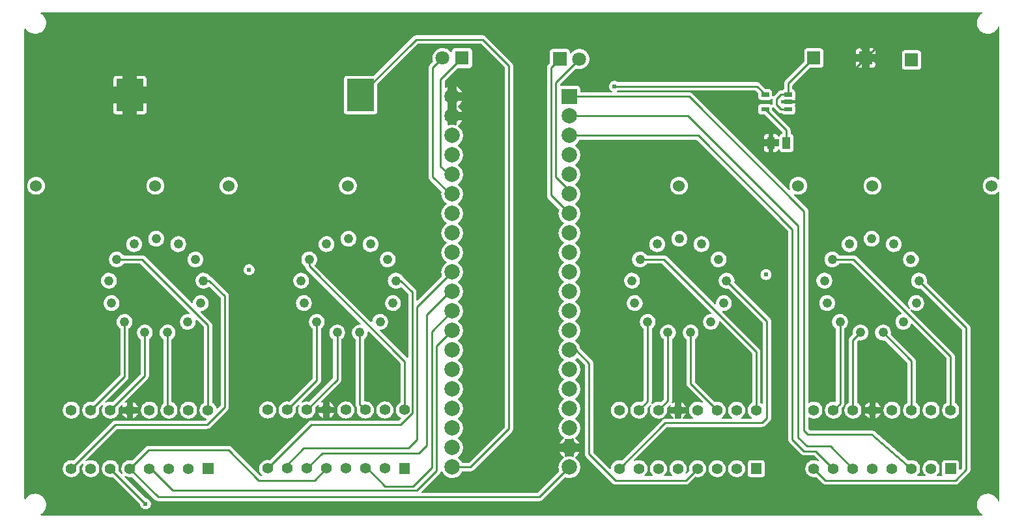
<source format=gbl>
G04 Layer: BottomLayer*
G04 EasyEDA v6.4.20.2, 2021-06-27T22:08:49--7:00*
G04 5bb4508a62654dd5b4bd4a713fde6167,27d4ab91a1c145949b64cbb6833597a5,10*
G04 Gerber Generator version 0.2*
G04 Scale: 100 percent, Rotated: No, Reflected: No *
G04 Dimensions in inches *
G04 leading zeros omitted , absolute positions ,3 integer and 6 decimal *
%FSLAX36Y36*%
%MOIN*%

%ADD10C,0.0100*%
%ADD11C,0.0240*%
%ADD12R,0.0669X0.0669*%
%ADD13C,0.0488*%
%ADD14C,0.0709*%
%ADD15R,0.0709X0.0709*%
%ADD16C,0.0600*%
%ADD18C,0.0550*%
%ADD20C,0.0787*%

%LPD*%
G36*
X396860Y-6689900D02*
G01*
X395220Y-6689539D01*
X393860Y-6688540D01*
X393040Y-6687080D01*
X392900Y-6685400D01*
X393440Y-6683819D01*
X394600Y-6682600D01*
X399260Y-6679420D01*
X404099Y-6675220D01*
X408420Y-6670500D01*
X412180Y-6665320D01*
X415340Y-6659740D01*
X417840Y-6653860D01*
X419640Y-6647700D01*
X420720Y-6641400D01*
X421100Y-6635000D01*
X420720Y-6628600D01*
X419640Y-6622300D01*
X417840Y-6616140D01*
X415340Y-6610260D01*
X412180Y-6604680D01*
X408420Y-6599500D01*
X404099Y-6594779D01*
X399260Y-6590580D01*
X393960Y-6586960D01*
X388300Y-6583980D01*
X382340Y-6581660D01*
X376140Y-6580019D01*
X369799Y-6579120D01*
X363400Y-6578920D01*
X357020Y-6579480D01*
X350740Y-6580740D01*
X344640Y-6582720D01*
X338820Y-6585380D01*
X333340Y-6588700D01*
X328260Y-6592600D01*
X323680Y-6597080D01*
X319620Y-6602020D01*
X317460Y-6605380D01*
X316260Y-6606580D01*
X314660Y-6607180D01*
X312980Y-6607060D01*
X311480Y-6606240D01*
X310460Y-6604880D01*
X310100Y-6603220D01*
X310100Y-4196780D01*
X310460Y-4195120D01*
X311480Y-4193759D01*
X312980Y-4192940D01*
X314660Y-4192820D01*
X316260Y-4193420D01*
X317460Y-4194620D01*
X319620Y-4197980D01*
X323680Y-4202920D01*
X328260Y-4207400D01*
X333340Y-4211300D01*
X338820Y-4214620D01*
X344640Y-4217280D01*
X350740Y-4219260D01*
X357020Y-4220520D01*
X363400Y-4221080D01*
X369799Y-4220880D01*
X376140Y-4219980D01*
X382340Y-4218340D01*
X388300Y-4216020D01*
X393960Y-4213040D01*
X399260Y-4209420D01*
X404099Y-4205220D01*
X408420Y-4200500D01*
X412180Y-4195320D01*
X415340Y-4189740D01*
X417840Y-4183860D01*
X419640Y-4177700D01*
X420720Y-4171400D01*
X421100Y-4165000D01*
X420720Y-4158600D01*
X419640Y-4152300D01*
X417840Y-4146139D01*
X415340Y-4140260D01*
X412180Y-4134680D01*
X408420Y-4129500D01*
X404099Y-4124780D01*
X399260Y-4120580D01*
X394600Y-4117400D01*
X393440Y-4116180D01*
X392900Y-4114600D01*
X393040Y-4112919D01*
X393860Y-4111460D01*
X395220Y-4110460D01*
X396860Y-4110100D01*
X5208220Y-4110100D01*
X5209900Y-4110460D01*
X5211260Y-4111500D01*
X5212060Y-4113020D01*
X5212160Y-4114740D01*
X5211520Y-4116340D01*
X5210280Y-4117520D01*
X5208339Y-4118700D01*
X5203260Y-4122600D01*
X5198680Y-4127080D01*
X5194620Y-4132020D01*
X5191160Y-4137420D01*
X5188339Y-4143159D01*
X5186180Y-4149200D01*
X5184720Y-4155440D01*
X5184000Y-4161800D01*
X5184000Y-4168200D01*
X5184720Y-4174560D01*
X5186180Y-4180800D01*
X5188339Y-4186840D01*
X5191160Y-4192580D01*
X5194620Y-4197980D01*
X5198680Y-4202920D01*
X5203260Y-4207400D01*
X5208339Y-4211300D01*
X5213819Y-4214620D01*
X5219640Y-4217280D01*
X5225740Y-4219260D01*
X5232020Y-4220520D01*
X5238400Y-4221080D01*
X5244800Y-4220880D01*
X5251140Y-4219980D01*
X5257340Y-4218340D01*
X5263300Y-4216020D01*
X5268960Y-4213040D01*
X5274260Y-4209420D01*
X5279100Y-4205220D01*
X5283420Y-4200500D01*
X5287180Y-4195320D01*
X5290340Y-4189740D01*
X5292220Y-4185299D01*
X5293080Y-4184020D01*
X5294380Y-4183159D01*
X5295920Y-4182860D01*
X5297440Y-4183180D01*
X5298740Y-4184040D01*
X5299600Y-4185340D01*
X5299900Y-4186860D01*
X5299900Y-4965020D01*
X5299600Y-4966520D01*
X5298760Y-4967820D01*
X5297480Y-4968680D01*
X5295980Y-4969020D01*
X5294460Y-4968740D01*
X5293160Y-4967920D01*
X5289500Y-4964480D01*
X5284820Y-4961080D01*
X5279740Y-4958300D01*
X5274360Y-4956160D01*
X5268760Y-4954720D01*
X5263000Y-4954000D01*
X5257220Y-4954000D01*
X5251480Y-4954720D01*
X5245880Y-4956160D01*
X5240480Y-4958300D01*
X5235420Y-4961080D01*
X5230740Y-4964480D01*
X5226520Y-4968440D01*
X5222820Y-4972900D01*
X5219720Y-4977800D01*
X5217260Y-4983040D01*
X5215480Y-4988540D01*
X5214380Y-4994220D01*
X5214020Y-5000000D01*
X5214380Y-5005780D01*
X5215480Y-5011460D01*
X5217260Y-5016960D01*
X5219720Y-5022200D01*
X5222820Y-5027100D01*
X5226520Y-5031560D01*
X5230740Y-5035520D01*
X5235420Y-5038920D01*
X5240480Y-5041700D01*
X5245880Y-5043840D01*
X5251480Y-5045280D01*
X5257220Y-5046000D01*
X5263000Y-5046000D01*
X5268760Y-5045280D01*
X5274360Y-5043840D01*
X5279740Y-5041700D01*
X5284820Y-5038920D01*
X5289500Y-5035520D01*
X5293160Y-5032080D01*
X5294460Y-5031260D01*
X5295980Y-5030980D01*
X5297480Y-5031320D01*
X5298760Y-5032180D01*
X5299600Y-5033480D01*
X5299900Y-5034980D01*
X5299900Y-6613140D01*
X5299600Y-6614660D01*
X5298740Y-6615960D01*
X5297440Y-6616820D01*
X5295920Y-6617140D01*
X5294380Y-6616840D01*
X5293080Y-6615980D01*
X5292220Y-6614700D01*
X5290340Y-6610260D01*
X5287180Y-6604680D01*
X5283420Y-6599500D01*
X5279100Y-6594779D01*
X5274260Y-6590580D01*
X5268960Y-6586960D01*
X5263300Y-6583980D01*
X5257340Y-6581660D01*
X5251140Y-6580019D01*
X5244800Y-6579120D01*
X5238400Y-6578920D01*
X5232020Y-6579480D01*
X5225740Y-6580740D01*
X5219640Y-6582720D01*
X5213819Y-6585380D01*
X5208339Y-6588700D01*
X5203260Y-6592600D01*
X5198680Y-6597080D01*
X5194620Y-6602020D01*
X5191160Y-6607420D01*
X5188339Y-6613160D01*
X5186180Y-6619200D01*
X5184720Y-6625440D01*
X5184000Y-6631799D01*
X5184000Y-6638200D01*
X5184720Y-6644560D01*
X5186180Y-6650800D01*
X5188339Y-6656840D01*
X5191160Y-6662580D01*
X5194620Y-6667980D01*
X5198680Y-6672920D01*
X5203260Y-6677400D01*
X5208339Y-6681300D01*
X5210280Y-6682480D01*
X5211520Y-6683660D01*
X5212160Y-6685260D01*
X5212060Y-6686980D01*
X5211260Y-6688500D01*
X5209900Y-6689539D01*
X5208220Y-6689900D01*
G37*

%LPC*%
G36*
X930000Y-6658080D02*
G01*
X934400Y-6657740D01*
X938680Y-6656720D01*
X942760Y-6655019D01*
X946500Y-6652720D01*
X949860Y-6649860D01*
X952720Y-6646500D01*
X955020Y-6642760D01*
X956720Y-6638680D01*
X957740Y-6634400D01*
X958080Y-6630000D01*
X957740Y-6625599D01*
X956720Y-6621319D01*
X955020Y-6617240D01*
X952720Y-6613500D01*
X949860Y-6610140D01*
X946500Y-6607279D01*
X942760Y-6604980D01*
X938680Y-6603280D01*
X934400Y-6602260D01*
X933379Y-6602180D01*
X932020Y-6601820D01*
X930860Y-6601020D01*
X824440Y-6494600D01*
X823540Y-6493220D01*
X823259Y-6491600D01*
X823680Y-6490000D01*
X824680Y-6488700D01*
X826140Y-6487920D01*
X827780Y-6487800D01*
X834940Y-6490900D01*
X840300Y-6492500D01*
X845819Y-6493400D01*
X851400Y-6493560D01*
X856960Y-6493040D01*
X859880Y-6492360D01*
X861220Y-6492300D01*
X862500Y-6492660D01*
X863600Y-6493440D01*
X980020Y-6609860D01*
X981440Y-6611160D01*
X982900Y-6612279D01*
X984460Y-6613260D01*
X986080Y-6614120D01*
X987780Y-6614820D01*
X989539Y-6615380D01*
X991340Y-6615780D01*
X993160Y-6616020D01*
X995080Y-6616100D01*
X2946620Y-6616100D01*
X2948540Y-6616020D01*
X2950360Y-6615780D01*
X2952160Y-6615380D01*
X2953920Y-6614820D01*
X2955620Y-6614120D01*
X2957240Y-6613260D01*
X2958800Y-6612279D01*
X2960260Y-6611160D01*
X2961680Y-6609860D01*
X3075820Y-6495720D01*
X3077020Y-6494900D01*
X3078440Y-6494560D01*
X3079880Y-6494740D01*
X3084900Y-6496380D01*
X3091100Y-6497640D01*
X3097420Y-6498180D01*
X3103740Y-6498000D01*
X3110020Y-6497100D01*
X3116139Y-6495480D01*
X3122040Y-6493180D01*
X3127640Y-6490220D01*
X3132860Y-6486660D01*
X3137660Y-6482500D01*
X3141940Y-6477840D01*
X3145659Y-6472720D01*
X3148780Y-6467200D01*
X3151240Y-6461380D01*
X3153020Y-6455300D01*
X3154100Y-6449059D01*
X3154460Y-6442740D01*
X3154100Y-6436400D01*
X3153020Y-6430160D01*
X3151240Y-6424100D01*
X3148780Y-6418260D01*
X3145659Y-6412740D01*
X3141940Y-6407619D01*
X3137660Y-6402960D01*
X3132860Y-6398819D01*
X3128800Y-6396040D01*
X3127720Y-6394940D01*
X3127140Y-6393500D01*
X3127140Y-6391960D01*
X3127720Y-6390540D01*
X3128800Y-6389440D01*
X3132860Y-6386660D01*
X3137660Y-6382500D01*
X3141940Y-6377840D01*
X3145659Y-6372720D01*
X3148780Y-6367200D01*
X3149740Y-6364920D01*
X3121180Y-6364920D01*
X3121180Y-6386120D01*
X3120920Y-6387560D01*
X3120160Y-6388800D01*
X3119020Y-6389680D01*
X3117620Y-6390100D01*
X3116160Y-6390000D01*
X3110020Y-6388380D01*
X3103740Y-6387480D01*
X3097420Y-6387300D01*
X3091100Y-6387840D01*
X3084900Y-6389100D01*
X3082060Y-6390019D01*
X3080560Y-6390200D01*
X3079120Y-6389840D01*
X3077900Y-6388960D01*
X3077100Y-6387680D01*
X3076820Y-6386220D01*
X3076820Y-6364920D01*
X3048200Y-6364920D01*
X3050700Y-6370000D01*
X3054120Y-6375340D01*
X3058140Y-6380240D01*
X3062679Y-6384640D01*
X3067700Y-6388520D01*
X3069000Y-6389299D01*
X3070200Y-6390420D01*
X3070860Y-6391920D01*
X3070860Y-6393540D01*
X3070200Y-6395040D01*
X3069000Y-6396160D01*
X3067700Y-6396940D01*
X3062679Y-6400820D01*
X3058140Y-6405220D01*
X3054120Y-6410140D01*
X3050700Y-6415460D01*
X3047919Y-6421140D01*
X3045779Y-6427100D01*
X3044340Y-6433280D01*
X3043620Y-6439560D01*
X3043620Y-6445900D01*
X3044340Y-6452180D01*
X3045779Y-6458360D01*
X3046960Y-6461660D01*
X3047200Y-6463140D01*
X3046860Y-6464600D01*
X3046019Y-6465839D01*
X2939140Y-6572720D01*
X2937840Y-6573600D01*
X2936300Y-6573900D01*
X2345600Y-6573900D01*
X2344060Y-6573600D01*
X2342760Y-6572720D01*
X2341900Y-6571440D01*
X2341600Y-6569900D01*
X2341900Y-6568360D01*
X2342760Y-6567080D01*
X2434860Y-6474980D01*
X2436160Y-6473560D01*
X2437280Y-6472100D01*
X2438260Y-6470540D01*
X2439120Y-6468920D01*
X2439820Y-6467240D01*
X2440500Y-6464960D01*
X2441240Y-6463560D01*
X2442480Y-6462560D01*
X2444000Y-6462120D01*
X2445580Y-6462300D01*
X2446960Y-6463080D01*
X2447920Y-6464340D01*
X2450700Y-6470000D01*
X2454120Y-6475340D01*
X2458140Y-6480240D01*
X2462680Y-6484640D01*
X2467700Y-6488520D01*
X2473120Y-6491780D01*
X2478880Y-6494420D01*
X2484900Y-6496380D01*
X2491100Y-6497640D01*
X2497420Y-6498180D01*
X2503740Y-6498000D01*
X2510020Y-6497100D01*
X2516140Y-6495480D01*
X2522040Y-6493180D01*
X2527640Y-6490220D01*
X2532860Y-6486660D01*
X2537660Y-6482500D01*
X2541940Y-6477840D01*
X2545660Y-6472720D01*
X2548780Y-6467200D01*
X2549180Y-6466240D01*
X2550040Y-6464960D01*
X2551340Y-6464100D01*
X2552860Y-6463800D01*
X2592220Y-6463800D01*
X2594140Y-6463720D01*
X2595960Y-6463480D01*
X2597760Y-6463080D01*
X2599520Y-6462519D01*
X2601220Y-6461820D01*
X2602840Y-6460960D01*
X2604400Y-6459980D01*
X2605860Y-6458860D01*
X2607280Y-6457560D01*
X2804860Y-6259980D01*
X2806160Y-6258560D01*
X2807280Y-6257100D01*
X2808260Y-6255540D01*
X2809120Y-6253920D01*
X2809820Y-6252220D01*
X2810380Y-6250460D01*
X2810779Y-6248660D01*
X2811019Y-6246840D01*
X2811100Y-6244920D01*
X2811100Y-4385080D01*
X2811019Y-4383160D01*
X2810779Y-4381340D01*
X2810380Y-4379540D01*
X2809820Y-4377780D01*
X2809120Y-4376080D01*
X2808260Y-4374460D01*
X2807280Y-4372900D01*
X2806160Y-4371440D01*
X2804860Y-4370020D01*
X2669980Y-4235140D01*
X2668560Y-4233840D01*
X2667100Y-4232720D01*
X2665539Y-4231740D01*
X2663920Y-4230880D01*
X2662220Y-4230180D01*
X2660460Y-4229620D01*
X2658660Y-4229220D01*
X2656840Y-4228980D01*
X2654920Y-4228900D01*
X2315180Y-4228900D01*
X2313260Y-4228980D01*
X2311440Y-4229220D01*
X2309640Y-4229620D01*
X2307880Y-4230180D01*
X2306180Y-4230880D01*
X2304560Y-4231740D01*
X2303000Y-4232720D01*
X2301540Y-4233840D01*
X2300120Y-4235140D01*
X2100200Y-4435060D01*
X2098920Y-4435920D01*
X2097380Y-4436220D01*
X1961360Y-4436220D01*
X1958040Y-4436560D01*
X1955020Y-4437460D01*
X1952240Y-4438960D01*
X1949800Y-4440960D01*
X1947800Y-4443380D01*
X1946320Y-4446160D01*
X1945400Y-4449180D01*
X1945080Y-4452520D01*
X1945080Y-4617480D01*
X1945400Y-4620820D01*
X1946320Y-4623840D01*
X1947800Y-4626620D01*
X1949800Y-4629040D01*
X1952240Y-4631040D01*
X1955020Y-4632540D01*
X1958040Y-4633440D01*
X1961360Y-4633780D01*
X2098780Y-4633780D01*
X2102100Y-4633440D01*
X2105120Y-4632540D01*
X2107900Y-4631040D01*
X2110340Y-4629040D01*
X2112340Y-4626620D01*
X2113820Y-4623840D01*
X2114740Y-4620820D01*
X2115060Y-4617480D01*
X2115060Y-4481520D01*
X2115380Y-4480000D01*
X2116240Y-4478700D01*
X2322660Y-4272280D01*
X2323960Y-4271400D01*
X2325500Y-4271100D01*
X2644600Y-4271100D01*
X2646139Y-4271400D01*
X2647440Y-4272280D01*
X2767720Y-4392560D01*
X2768600Y-4393860D01*
X2768900Y-4395400D01*
X2768900Y-6234600D01*
X2768600Y-6236140D01*
X2767720Y-6237440D01*
X2584740Y-6420420D01*
X2583440Y-6421300D01*
X2581900Y-6421600D01*
X2552840Y-6421600D01*
X2551320Y-6421300D01*
X2550020Y-6420440D01*
X2549160Y-6419160D01*
X2548780Y-6418260D01*
X2545660Y-6412740D01*
X2541940Y-6407619D01*
X2537660Y-6402960D01*
X2532860Y-6398819D01*
X2528800Y-6396040D01*
X2527720Y-6394940D01*
X2527140Y-6393500D01*
X2527140Y-6391960D01*
X2527720Y-6390540D01*
X2528800Y-6389440D01*
X2532860Y-6386660D01*
X2537660Y-6382500D01*
X2541940Y-6377840D01*
X2545660Y-6372720D01*
X2548780Y-6367200D01*
X2551240Y-6361380D01*
X2553020Y-6355300D01*
X2554100Y-6349059D01*
X2554460Y-6342740D01*
X2554100Y-6336400D01*
X2553020Y-6330160D01*
X2551240Y-6324100D01*
X2548780Y-6318260D01*
X2545660Y-6312740D01*
X2541940Y-6307619D01*
X2537660Y-6302960D01*
X2532860Y-6298819D01*
X2528800Y-6296040D01*
X2527720Y-6294940D01*
X2527140Y-6293500D01*
X2527140Y-6291960D01*
X2527720Y-6290540D01*
X2528800Y-6289440D01*
X2532860Y-6286660D01*
X2537660Y-6282500D01*
X2541940Y-6277840D01*
X2545660Y-6272720D01*
X2548780Y-6267200D01*
X2551240Y-6261380D01*
X2553020Y-6255300D01*
X2554100Y-6249059D01*
X2554460Y-6242740D01*
X2554100Y-6236400D01*
X2553020Y-6230160D01*
X2551240Y-6224100D01*
X2548780Y-6218260D01*
X2545660Y-6212740D01*
X2541940Y-6207619D01*
X2537660Y-6202960D01*
X2532860Y-6198819D01*
X2528800Y-6196040D01*
X2527720Y-6194940D01*
X2527140Y-6193500D01*
X2527140Y-6191960D01*
X2527720Y-6190540D01*
X2528800Y-6189440D01*
X2532860Y-6186660D01*
X2537660Y-6182500D01*
X2541940Y-6177840D01*
X2545660Y-6172720D01*
X2548780Y-6167200D01*
X2551240Y-6161380D01*
X2553020Y-6155300D01*
X2554100Y-6149059D01*
X2554460Y-6142740D01*
X2554100Y-6136400D01*
X2553020Y-6130160D01*
X2551240Y-6124100D01*
X2548780Y-6118260D01*
X2545660Y-6112740D01*
X2541940Y-6107619D01*
X2537660Y-6102960D01*
X2532860Y-6098819D01*
X2528800Y-6096040D01*
X2527720Y-6094940D01*
X2527140Y-6093500D01*
X2527140Y-6091960D01*
X2527720Y-6090540D01*
X2528800Y-6089440D01*
X2532860Y-6086660D01*
X2537660Y-6082500D01*
X2541940Y-6077840D01*
X2545660Y-6072720D01*
X2548780Y-6067200D01*
X2551240Y-6061380D01*
X2553020Y-6055300D01*
X2554100Y-6049059D01*
X2554460Y-6042740D01*
X2554100Y-6036400D01*
X2553020Y-6030160D01*
X2551240Y-6024100D01*
X2548780Y-6018260D01*
X2545660Y-6012740D01*
X2541940Y-6007619D01*
X2537660Y-6002960D01*
X2532860Y-5998819D01*
X2528800Y-5996040D01*
X2527720Y-5994940D01*
X2527140Y-5993500D01*
X2527140Y-5991960D01*
X2527720Y-5990540D01*
X2528800Y-5989440D01*
X2532860Y-5986660D01*
X2537660Y-5982500D01*
X2541940Y-5977840D01*
X2545660Y-5972720D01*
X2548780Y-5967200D01*
X2551240Y-5961380D01*
X2553020Y-5955300D01*
X2554100Y-5949059D01*
X2554460Y-5942740D01*
X2554100Y-5936400D01*
X2553020Y-5930160D01*
X2551240Y-5924100D01*
X2548780Y-5918260D01*
X2545660Y-5912740D01*
X2541940Y-5907619D01*
X2537660Y-5902960D01*
X2532860Y-5898819D01*
X2528800Y-5896040D01*
X2527720Y-5894940D01*
X2527140Y-5893500D01*
X2527140Y-5891960D01*
X2527720Y-5890540D01*
X2528800Y-5889440D01*
X2532860Y-5886660D01*
X2537660Y-5882500D01*
X2541940Y-5877840D01*
X2545660Y-5872720D01*
X2548780Y-5867200D01*
X2551240Y-5861380D01*
X2553020Y-5855300D01*
X2554100Y-5849059D01*
X2554460Y-5842740D01*
X2554100Y-5836400D01*
X2553020Y-5830160D01*
X2551240Y-5824100D01*
X2548780Y-5818260D01*
X2545660Y-5812740D01*
X2541940Y-5807619D01*
X2537660Y-5802960D01*
X2532860Y-5798819D01*
X2528800Y-5796040D01*
X2527720Y-5794940D01*
X2527140Y-5793500D01*
X2527140Y-5791960D01*
X2527720Y-5790540D01*
X2528800Y-5789440D01*
X2532860Y-5786660D01*
X2537660Y-5782500D01*
X2541940Y-5777840D01*
X2545660Y-5772720D01*
X2548780Y-5767200D01*
X2551240Y-5761380D01*
X2553020Y-5755300D01*
X2554100Y-5749059D01*
X2554460Y-5742740D01*
X2554100Y-5736400D01*
X2553020Y-5730160D01*
X2551240Y-5724100D01*
X2548780Y-5718260D01*
X2545660Y-5712740D01*
X2541940Y-5707619D01*
X2537660Y-5702960D01*
X2532860Y-5698819D01*
X2528800Y-5696040D01*
X2527720Y-5694940D01*
X2527140Y-5693500D01*
X2527140Y-5691960D01*
X2527720Y-5690540D01*
X2528800Y-5689440D01*
X2532860Y-5686660D01*
X2537660Y-5682500D01*
X2541940Y-5677840D01*
X2545660Y-5672720D01*
X2548780Y-5667200D01*
X2551240Y-5661380D01*
X2553020Y-5655300D01*
X2554100Y-5649059D01*
X2554460Y-5642740D01*
X2554100Y-5636400D01*
X2553020Y-5630160D01*
X2551240Y-5624100D01*
X2548780Y-5618260D01*
X2545660Y-5612740D01*
X2541940Y-5607619D01*
X2537660Y-5602960D01*
X2532860Y-5598819D01*
X2528800Y-5596040D01*
X2527720Y-5594940D01*
X2527140Y-5593500D01*
X2527140Y-5591960D01*
X2527720Y-5590540D01*
X2528800Y-5589440D01*
X2532860Y-5586660D01*
X2537660Y-5582500D01*
X2541940Y-5577840D01*
X2545660Y-5572720D01*
X2548780Y-5567200D01*
X2551240Y-5561380D01*
X2553020Y-5555300D01*
X2554100Y-5549059D01*
X2554460Y-5542740D01*
X2554100Y-5536400D01*
X2553020Y-5530160D01*
X2551240Y-5524100D01*
X2548780Y-5518260D01*
X2545660Y-5512740D01*
X2541940Y-5507619D01*
X2537660Y-5502960D01*
X2532860Y-5498819D01*
X2528800Y-5496040D01*
X2527720Y-5494940D01*
X2527140Y-5493500D01*
X2527140Y-5491960D01*
X2527720Y-5490540D01*
X2528800Y-5489440D01*
X2532860Y-5486660D01*
X2537660Y-5482500D01*
X2541940Y-5477840D01*
X2545660Y-5472720D01*
X2548780Y-5467200D01*
X2551240Y-5461380D01*
X2553020Y-5455300D01*
X2554100Y-5449059D01*
X2554460Y-5442740D01*
X2554100Y-5436400D01*
X2553020Y-5430160D01*
X2551240Y-5424100D01*
X2548780Y-5418260D01*
X2545660Y-5412740D01*
X2541940Y-5407619D01*
X2537660Y-5402960D01*
X2532860Y-5398819D01*
X2528800Y-5396040D01*
X2527720Y-5394940D01*
X2527140Y-5393500D01*
X2527140Y-5391960D01*
X2527720Y-5390540D01*
X2528800Y-5389440D01*
X2532860Y-5386660D01*
X2537660Y-5382500D01*
X2541940Y-5377840D01*
X2545660Y-5372720D01*
X2548780Y-5367200D01*
X2551240Y-5361380D01*
X2553020Y-5355300D01*
X2554100Y-5349059D01*
X2554460Y-5342740D01*
X2554100Y-5336400D01*
X2553020Y-5330160D01*
X2551240Y-5324100D01*
X2548780Y-5318260D01*
X2545660Y-5312740D01*
X2541940Y-5307619D01*
X2537660Y-5302960D01*
X2532860Y-5298819D01*
X2528800Y-5296040D01*
X2527720Y-5294940D01*
X2527140Y-5293500D01*
X2527140Y-5291960D01*
X2527720Y-5290540D01*
X2528800Y-5289440D01*
X2532860Y-5286660D01*
X2537660Y-5282500D01*
X2541940Y-5277840D01*
X2545660Y-5272720D01*
X2548780Y-5267200D01*
X2551240Y-5261380D01*
X2553020Y-5255300D01*
X2554100Y-5249059D01*
X2554460Y-5242740D01*
X2554100Y-5236400D01*
X2553020Y-5230160D01*
X2551240Y-5224100D01*
X2548780Y-5218260D01*
X2545660Y-5212740D01*
X2541940Y-5207619D01*
X2537660Y-5202960D01*
X2532860Y-5198819D01*
X2528800Y-5196040D01*
X2527720Y-5194940D01*
X2527140Y-5193500D01*
X2527140Y-5191960D01*
X2527720Y-5190540D01*
X2528800Y-5189440D01*
X2532860Y-5186660D01*
X2537660Y-5182500D01*
X2541940Y-5177840D01*
X2545660Y-5172720D01*
X2548780Y-5167200D01*
X2551240Y-5161380D01*
X2553020Y-5155300D01*
X2554100Y-5149059D01*
X2554460Y-5142740D01*
X2554100Y-5136400D01*
X2553020Y-5130160D01*
X2551240Y-5124100D01*
X2548780Y-5118260D01*
X2545660Y-5112740D01*
X2541940Y-5107620D01*
X2537660Y-5102960D01*
X2532860Y-5098820D01*
X2528800Y-5096040D01*
X2527720Y-5094940D01*
X2527140Y-5093500D01*
X2527140Y-5091960D01*
X2527720Y-5090540D01*
X2528800Y-5089440D01*
X2532860Y-5086660D01*
X2537660Y-5082500D01*
X2541940Y-5077840D01*
X2545660Y-5072720D01*
X2548780Y-5067200D01*
X2551240Y-5061380D01*
X2553020Y-5055300D01*
X2554100Y-5049060D01*
X2554460Y-5042740D01*
X2554100Y-5036400D01*
X2553020Y-5030160D01*
X2551240Y-5024100D01*
X2548780Y-5018260D01*
X2545660Y-5012740D01*
X2541940Y-5007620D01*
X2537660Y-5002960D01*
X2532860Y-4998820D01*
X2528800Y-4996040D01*
X2527720Y-4994940D01*
X2527140Y-4993500D01*
X2527140Y-4991960D01*
X2527720Y-4990540D01*
X2528800Y-4989440D01*
X2532860Y-4986660D01*
X2537660Y-4982500D01*
X2541940Y-4977840D01*
X2545660Y-4972720D01*
X2548780Y-4967200D01*
X2551240Y-4961380D01*
X2553020Y-4955300D01*
X2554100Y-4949060D01*
X2554460Y-4942740D01*
X2554100Y-4936400D01*
X2553020Y-4930160D01*
X2551240Y-4924100D01*
X2548780Y-4918260D01*
X2545660Y-4912740D01*
X2541940Y-4907620D01*
X2537660Y-4902960D01*
X2532860Y-4898820D01*
X2528800Y-4896040D01*
X2527720Y-4894940D01*
X2527140Y-4893500D01*
X2527140Y-4891960D01*
X2527720Y-4890540D01*
X2528800Y-4889440D01*
X2532860Y-4886660D01*
X2537660Y-4882500D01*
X2541940Y-4877840D01*
X2545660Y-4872720D01*
X2548780Y-4867200D01*
X2551240Y-4861380D01*
X2553020Y-4855300D01*
X2554100Y-4849060D01*
X2554460Y-4842740D01*
X2554100Y-4836400D01*
X2553020Y-4830160D01*
X2551240Y-4824100D01*
X2548780Y-4818260D01*
X2545660Y-4812740D01*
X2541940Y-4807620D01*
X2537660Y-4802960D01*
X2532860Y-4798820D01*
X2528800Y-4796040D01*
X2527720Y-4794940D01*
X2527140Y-4793500D01*
X2527140Y-4791960D01*
X2527720Y-4790540D01*
X2528800Y-4789440D01*
X2532860Y-4786660D01*
X2537660Y-4782500D01*
X2541940Y-4777840D01*
X2545660Y-4772720D01*
X2548780Y-4767200D01*
X2551240Y-4761380D01*
X2553020Y-4755300D01*
X2554100Y-4749060D01*
X2554460Y-4742740D01*
X2554100Y-4736400D01*
X2553020Y-4730160D01*
X2551240Y-4724100D01*
X2548780Y-4718260D01*
X2545660Y-4712740D01*
X2541940Y-4707620D01*
X2537660Y-4702960D01*
X2532860Y-4698820D01*
X2528800Y-4696040D01*
X2527720Y-4694940D01*
X2527140Y-4693500D01*
X2527140Y-4691960D01*
X2527720Y-4690540D01*
X2528800Y-4689440D01*
X2532860Y-4686660D01*
X2537660Y-4682500D01*
X2541940Y-4677840D01*
X2545660Y-4672720D01*
X2548780Y-4667200D01*
X2549740Y-4664920D01*
X2521180Y-4664920D01*
X2521180Y-4686120D01*
X2520920Y-4687560D01*
X2520160Y-4688800D01*
X2519020Y-4689680D01*
X2517620Y-4690100D01*
X2516160Y-4690000D01*
X2510020Y-4688380D01*
X2503740Y-4687480D01*
X2497420Y-4687300D01*
X2491100Y-4687840D01*
X2484900Y-4689100D01*
X2482060Y-4690020D01*
X2480560Y-4690200D01*
X2479120Y-4689840D01*
X2477900Y-4688960D01*
X2477100Y-4687680D01*
X2476820Y-4686220D01*
X2476820Y-4664920D01*
X2465100Y-4664920D01*
X2463560Y-4664620D01*
X2462280Y-4663740D01*
X2461400Y-4662440D01*
X2461100Y-4660920D01*
X2461100Y-4624540D01*
X2461400Y-4623020D01*
X2462280Y-4621720D01*
X2463560Y-4620860D01*
X2465100Y-4620540D01*
X2476820Y-4620540D01*
X2476820Y-4564920D01*
X2465100Y-4564920D01*
X2463560Y-4564620D01*
X2462280Y-4563740D01*
X2461400Y-4562440D01*
X2461100Y-4560920D01*
X2461100Y-4524540D01*
X2461400Y-4523020D01*
X2462280Y-4521720D01*
X2463560Y-4520860D01*
X2465100Y-4520540D01*
X2476820Y-4520540D01*
X2476820Y-4491980D01*
X2473120Y-4493680D01*
X2467540Y-4497060D01*
X2465940Y-4497800D01*
X2464180Y-4497780D01*
X2462580Y-4497000D01*
X2461500Y-4495620D01*
X2461100Y-4493900D01*
X2461100Y-4465400D01*
X2461400Y-4463860D01*
X2462280Y-4462560D01*
X2527140Y-4397700D01*
X2528440Y-4396840D01*
X2529960Y-4396540D01*
X2585240Y-4396540D01*
X2588580Y-4396200D01*
X2591580Y-4395280D01*
X2594360Y-4393800D01*
X2596800Y-4391800D01*
X2598800Y-4389360D01*
X2600280Y-4386580D01*
X2601200Y-4383580D01*
X2601540Y-4380240D01*
X2601540Y-4309760D01*
X2601200Y-4306420D01*
X2600280Y-4303420D01*
X2598800Y-4300640D01*
X2596800Y-4298200D01*
X2594360Y-4296200D01*
X2591580Y-4294720D01*
X2588580Y-4293800D01*
X2585240Y-4293460D01*
X2514760Y-4293460D01*
X2511420Y-4293800D01*
X2508420Y-4294720D01*
X2505640Y-4296200D01*
X2503200Y-4298200D01*
X2501200Y-4300640D01*
X2499720Y-4303420D01*
X2498800Y-4306420D01*
X2498460Y-4309760D01*
X2498460Y-4311780D01*
X2498120Y-4313440D01*
X2497100Y-4314800D01*
X2495640Y-4315620D01*
X2493960Y-4315760D01*
X2492360Y-4315200D01*
X2490960Y-4313740D01*
X2486980Y-4309100D01*
X2482460Y-4304980D01*
X2477500Y-4301420D01*
X2472160Y-4298480D01*
X2466500Y-4296180D01*
X2460620Y-4294580D01*
X2454580Y-4293680D01*
X2448480Y-4293500D01*
X2442400Y-4294040D01*
X2436420Y-4295300D01*
X2430640Y-4297260D01*
X2425120Y-4299880D01*
X2419960Y-4303140D01*
X2415220Y-4306980D01*
X2410960Y-4311360D01*
X2407260Y-4316220D01*
X2404160Y-4321480D01*
X2401700Y-4327060D01*
X2399920Y-4332900D01*
X2398840Y-4338900D01*
X2398480Y-4345000D01*
X2398840Y-4351100D01*
X2399920Y-4357100D01*
X2401120Y-4361040D01*
X2401280Y-4362460D01*
X2400940Y-4363860D01*
X2400120Y-4365040D01*
X2385140Y-4380020D01*
X2383840Y-4381440D01*
X2382720Y-4382900D01*
X2381740Y-4384460D01*
X2380880Y-4386080D01*
X2380180Y-4387780D01*
X2379620Y-4389540D01*
X2379220Y-4391340D01*
X2378980Y-4393160D01*
X2378900Y-4395080D01*
X2378900Y-4954920D01*
X2378980Y-4956840D01*
X2379220Y-4958660D01*
X2379620Y-4960460D01*
X2380180Y-4962220D01*
X2380880Y-4963920D01*
X2381740Y-4965540D01*
X2382720Y-4967100D01*
X2383840Y-4968560D01*
X2385140Y-4969980D01*
X2443540Y-5028380D01*
X2444320Y-5029480D01*
X2444700Y-5030780D01*
X2444620Y-5032120D01*
X2444340Y-5033280D01*
X2443620Y-5039560D01*
X2443620Y-5045900D01*
X2444340Y-5052180D01*
X2445780Y-5058360D01*
X2447920Y-5064320D01*
X2450700Y-5070000D01*
X2454120Y-5075340D01*
X2458140Y-5080240D01*
X2462680Y-5084640D01*
X2467700Y-5088520D01*
X2469000Y-5089300D01*
X2470200Y-5090420D01*
X2470860Y-5091920D01*
X2470860Y-5093540D01*
X2470200Y-5095040D01*
X2469000Y-5096160D01*
X2467700Y-5096940D01*
X2462680Y-5100820D01*
X2458140Y-5105220D01*
X2454120Y-5110140D01*
X2450700Y-5115460D01*
X2447920Y-5121140D01*
X2445780Y-5127100D01*
X2444340Y-5133280D01*
X2443620Y-5139560D01*
X2443620Y-5145900D01*
X2444340Y-5152180D01*
X2445780Y-5158360D01*
X2447920Y-5164320D01*
X2450700Y-5170000D01*
X2454120Y-5175340D01*
X2458140Y-5180240D01*
X2462680Y-5184640D01*
X2467700Y-5188520D01*
X2469000Y-5189299D01*
X2470200Y-5190420D01*
X2470860Y-5191920D01*
X2470860Y-5193540D01*
X2470200Y-5195040D01*
X2469000Y-5196160D01*
X2467700Y-5196940D01*
X2462680Y-5200820D01*
X2458140Y-5205220D01*
X2454120Y-5210140D01*
X2450700Y-5215460D01*
X2447920Y-5221140D01*
X2445780Y-5227100D01*
X2444340Y-5233280D01*
X2443620Y-5239560D01*
X2443620Y-5245900D01*
X2444340Y-5252180D01*
X2445780Y-5258360D01*
X2447920Y-5264320D01*
X2450700Y-5270000D01*
X2454120Y-5275340D01*
X2458140Y-5280240D01*
X2462680Y-5284640D01*
X2467700Y-5288520D01*
X2469000Y-5289299D01*
X2470200Y-5290420D01*
X2470860Y-5291920D01*
X2470860Y-5293540D01*
X2470200Y-5295040D01*
X2469000Y-5296160D01*
X2467700Y-5296940D01*
X2462680Y-5300820D01*
X2458140Y-5305220D01*
X2454120Y-5310140D01*
X2450700Y-5315460D01*
X2447920Y-5321140D01*
X2445780Y-5327100D01*
X2444340Y-5333280D01*
X2443620Y-5339560D01*
X2443620Y-5345900D01*
X2444340Y-5352180D01*
X2445780Y-5358360D01*
X2447920Y-5364320D01*
X2450700Y-5370000D01*
X2454120Y-5375340D01*
X2458140Y-5380240D01*
X2462680Y-5384640D01*
X2467700Y-5388520D01*
X2469000Y-5389299D01*
X2470200Y-5390420D01*
X2470860Y-5391920D01*
X2470860Y-5393540D01*
X2470200Y-5395040D01*
X2469000Y-5396160D01*
X2467700Y-5396940D01*
X2462680Y-5400820D01*
X2458140Y-5405220D01*
X2454120Y-5410140D01*
X2450700Y-5415460D01*
X2447920Y-5421140D01*
X2445780Y-5427100D01*
X2444340Y-5433280D01*
X2443620Y-5439560D01*
X2443620Y-5445900D01*
X2444340Y-5452180D01*
X2445780Y-5458360D01*
X2446980Y-5461680D01*
X2447200Y-5463160D01*
X2446880Y-5464620D01*
X2446040Y-5465860D01*
X2322920Y-5588960D01*
X2321640Y-5589840D01*
X2320100Y-5590140D01*
X2318560Y-5589840D01*
X2317280Y-5588960D01*
X2316400Y-5587660D01*
X2316100Y-5586140D01*
X2316100Y-5545080D01*
X2316020Y-5543160D01*
X2315780Y-5541340D01*
X2315380Y-5539539D01*
X2314820Y-5537780D01*
X2314120Y-5536079D01*
X2313260Y-5534460D01*
X2312280Y-5532900D01*
X2311160Y-5531440D01*
X2309860Y-5530019D01*
X2251280Y-5471440D01*
X2249860Y-5470140D01*
X2248440Y-5469040D01*
X2246660Y-5467840D01*
X2246060Y-5467060D01*
X2243880Y-5463400D01*
X2240540Y-5459160D01*
X2236640Y-5455380D01*
X2232300Y-5452180D01*
X2227540Y-5449580D01*
X2222500Y-5447640D01*
X2217240Y-5446380D01*
X2211860Y-5445839D01*
X2206460Y-5446020D01*
X2201120Y-5446920D01*
X2195960Y-5448520D01*
X2191040Y-5450800D01*
X2186480Y-5453720D01*
X2182360Y-5457200D01*
X2178720Y-5461220D01*
X2175660Y-5465680D01*
X2173220Y-5470500D01*
X2171460Y-5475620D01*
X2170380Y-5480920D01*
X2170020Y-5486319D01*
X2170380Y-5491700D01*
X2171460Y-5497000D01*
X2173220Y-5502120D01*
X2175660Y-5506940D01*
X2178720Y-5511400D01*
X2182360Y-5515420D01*
X2186480Y-5518900D01*
X2191040Y-5521820D01*
X2195960Y-5524100D01*
X2201120Y-5525700D01*
X2206460Y-5526600D01*
X2211860Y-5526780D01*
X2217240Y-5526240D01*
X2222500Y-5524980D01*
X2227540Y-5523040D01*
X2232300Y-5520440D01*
X2234300Y-5518960D01*
X2235580Y-5518339D01*
X2236980Y-5518180D01*
X2238340Y-5518540D01*
X2239500Y-5519340D01*
X2272720Y-5552560D01*
X2273600Y-5553860D01*
X2273900Y-5555400D01*
X2273900Y-5879400D01*
X2273600Y-5880940D01*
X2272720Y-5882240D01*
X2271440Y-5883099D01*
X2269900Y-5883400D01*
X2268360Y-5883099D01*
X2267080Y-5882240D01*
X2129420Y-5744580D01*
X2128580Y-5743360D01*
X2128260Y-5741900D01*
X2128480Y-5740420D01*
X2129240Y-5739120D01*
X2130420Y-5738200D01*
X2131860Y-5737780D01*
X2137240Y-5737240D01*
X2142500Y-5735980D01*
X2147540Y-5734040D01*
X2152300Y-5731440D01*
X2156640Y-5728240D01*
X2160540Y-5724480D01*
X2163880Y-5720220D01*
X2166640Y-5715580D01*
X2168760Y-5710599D01*
X2170180Y-5705380D01*
X2170900Y-5700019D01*
X2170900Y-5694600D01*
X2170180Y-5689240D01*
X2168760Y-5684020D01*
X2166640Y-5679040D01*
X2163880Y-5674400D01*
X2160540Y-5670160D01*
X2156640Y-5666380D01*
X2152300Y-5663180D01*
X2147540Y-5660580D01*
X2142500Y-5658640D01*
X2137240Y-5657380D01*
X2131860Y-5656840D01*
X2126460Y-5657020D01*
X2121120Y-5657920D01*
X2115960Y-5659520D01*
X2111040Y-5661799D01*
X2106480Y-5664720D01*
X2102360Y-5668200D01*
X2098720Y-5672220D01*
X2095660Y-5676680D01*
X2093220Y-5681500D01*
X2091459Y-5686620D01*
X2090380Y-5691920D01*
X2090100Y-5695880D01*
X2089720Y-5697360D01*
X2088820Y-5698579D01*
X2087520Y-5699360D01*
X2086020Y-5699620D01*
X2084540Y-5699299D01*
X2083280Y-5698440D01*
X1796240Y-5411400D01*
X1795360Y-5410080D01*
X1795060Y-5408520D01*
X1795380Y-5406980D01*
X1796279Y-5405680D01*
X1797540Y-5404480D01*
X1800880Y-5400220D01*
X1803640Y-5395580D01*
X1805760Y-5390599D01*
X1807180Y-5385380D01*
X1807900Y-5380019D01*
X1807900Y-5374600D01*
X1807180Y-5369240D01*
X1805760Y-5364020D01*
X1803640Y-5359040D01*
X1800880Y-5354400D01*
X1797540Y-5350160D01*
X1793640Y-5346380D01*
X1789300Y-5343180D01*
X1784540Y-5340580D01*
X1779500Y-5338640D01*
X1774240Y-5337380D01*
X1768860Y-5336840D01*
X1763460Y-5337020D01*
X1758120Y-5337920D01*
X1752960Y-5339520D01*
X1748040Y-5341799D01*
X1743480Y-5344720D01*
X1739360Y-5348200D01*
X1735720Y-5352220D01*
X1732660Y-5356680D01*
X1730220Y-5361500D01*
X1728460Y-5366620D01*
X1727380Y-5371920D01*
X1727020Y-5377320D01*
X1727380Y-5382700D01*
X1728460Y-5388000D01*
X1730220Y-5393120D01*
X1732660Y-5397940D01*
X1735720Y-5402400D01*
X1739360Y-5406420D01*
X1743480Y-5409900D01*
X1744640Y-5410660D01*
X1745560Y-5411440D01*
X1746180Y-5412460D01*
X1746480Y-5413620D01*
X1746740Y-5416220D01*
X1747120Y-5417960D01*
X1747680Y-5419720D01*
X1748380Y-5421420D01*
X1749240Y-5423040D01*
X1750220Y-5424600D01*
X1751339Y-5426060D01*
X1752640Y-5427480D01*
X2030180Y-5705019D01*
X2031040Y-5706300D01*
X2031360Y-5707820D01*
X2031080Y-5709320D01*
X2030260Y-5710620D01*
X2029000Y-5711500D01*
X2027500Y-5711860D01*
X2022460Y-5712020D01*
X2017120Y-5712920D01*
X2011960Y-5714520D01*
X2007040Y-5716799D01*
X2002480Y-5719720D01*
X1998360Y-5723200D01*
X1994720Y-5727220D01*
X1991660Y-5731680D01*
X1989220Y-5736500D01*
X1987460Y-5741620D01*
X1986380Y-5746920D01*
X1986020Y-5752320D01*
X1986380Y-5757700D01*
X1987460Y-5763000D01*
X1989220Y-5768120D01*
X1991660Y-5772940D01*
X1994720Y-5777400D01*
X1998360Y-5781420D01*
X2002480Y-5784900D01*
X2003560Y-5785599D01*
X2004540Y-5786480D01*
X2005180Y-5787640D01*
X2005400Y-5788960D01*
X2005400Y-6120620D01*
X2005480Y-6122540D01*
X2005720Y-6124380D01*
X2006120Y-6126180D01*
X2006680Y-6127920D01*
X2007380Y-6129620D01*
X2008240Y-6131260D01*
X2009220Y-6132820D01*
X2010340Y-6134260D01*
X2011660Y-6135720D01*
X2012400Y-6136820D01*
X2012700Y-6138120D01*
X2012600Y-6139440D01*
X2012220Y-6140880D01*
X2011500Y-6146420D01*
X2011500Y-6152000D01*
X2012220Y-6157540D01*
X2013620Y-6162940D01*
X2015720Y-6168120D01*
X2018460Y-6173000D01*
X2021800Y-6177480D01*
X2025700Y-6181480D01*
X2030060Y-6184960D01*
X2034840Y-6187859D01*
X2039940Y-6190119D01*
X2045300Y-6191720D01*
X2050820Y-6192600D01*
X2056399Y-6192780D01*
X2061960Y-6192240D01*
X2067400Y-6191000D01*
X2072640Y-6189080D01*
X2077600Y-6186500D01*
X2082180Y-6183300D01*
X2086320Y-6179539D01*
X2089940Y-6175280D01*
X2092980Y-6170599D01*
X2095400Y-6165580D01*
X2097160Y-6160280D01*
X2098240Y-6154779D01*
X2098600Y-6149220D01*
X2098240Y-6143640D01*
X2097160Y-6138160D01*
X2095400Y-6132859D01*
X2092980Y-6127820D01*
X2089940Y-6123140D01*
X2086320Y-6118880D01*
X2082180Y-6115140D01*
X2077600Y-6111940D01*
X2072640Y-6109360D01*
X2067400Y-6107420D01*
X2061960Y-6106180D01*
X2056399Y-6105640D01*
X2051720Y-6105800D01*
X2050160Y-6105520D01*
X2048820Y-6104660D01*
X2047920Y-6103360D01*
X2047600Y-6101799D01*
X2047600Y-5788980D01*
X2047800Y-5787740D01*
X2048360Y-5786640D01*
X2049220Y-5785760D01*
X2052640Y-5783240D01*
X2056540Y-5779480D01*
X2059880Y-5775220D01*
X2062640Y-5770580D01*
X2064760Y-5765599D01*
X2066180Y-5760380D01*
X2066900Y-5755019D01*
X2066900Y-5751400D01*
X2067200Y-5749880D01*
X2068080Y-5748579D01*
X2069379Y-5747700D01*
X2070900Y-5747400D01*
X2072440Y-5747700D01*
X2073740Y-5748579D01*
X2232720Y-5907560D01*
X2233600Y-5908860D01*
X2233900Y-5910400D01*
X2233900Y-6108880D01*
X2233660Y-6110220D01*
X2233000Y-6111400D01*
X2231980Y-6112300D01*
X2230060Y-6113460D01*
X2225700Y-6116940D01*
X2221800Y-6120960D01*
X2218460Y-6125440D01*
X2215720Y-6130300D01*
X2213620Y-6135480D01*
X2212220Y-6140880D01*
X2211500Y-6146420D01*
X2211500Y-6152000D01*
X2212220Y-6157540D01*
X2213620Y-6162940D01*
X2215720Y-6168120D01*
X2218460Y-6173000D01*
X2221800Y-6177480D01*
X2225700Y-6181480D01*
X2230060Y-6184960D01*
X2235120Y-6188020D01*
X2236200Y-6188980D01*
X2236880Y-6190260D01*
X2237040Y-6191680D01*
X2236700Y-6193080D01*
X2235880Y-6194280D01*
X2227440Y-6202720D01*
X2226140Y-6203600D01*
X2224600Y-6203900D01*
X1779280Y-6203900D01*
X1777360Y-6203980D01*
X1775540Y-6204220D01*
X1773740Y-6204620D01*
X1771980Y-6205180D01*
X1770280Y-6205880D01*
X1768660Y-6206740D01*
X1767100Y-6207720D01*
X1765640Y-6208840D01*
X1764220Y-6210140D01*
X1568580Y-6405780D01*
X1567500Y-6406540D01*
X1566200Y-6406920D01*
X1564860Y-6406840D01*
X1561960Y-6406180D01*
X1556399Y-6405640D01*
X1550820Y-6405820D01*
X1545300Y-6406720D01*
X1539940Y-6408300D01*
X1534840Y-6410560D01*
X1530060Y-6413460D01*
X1525700Y-6416940D01*
X1521800Y-6420960D01*
X1518460Y-6425440D01*
X1515720Y-6430300D01*
X1513620Y-6435480D01*
X1512220Y-6440880D01*
X1511500Y-6446420D01*
X1511500Y-6452000D01*
X1512220Y-6457540D01*
X1513620Y-6462940D01*
X1515720Y-6468120D01*
X1518460Y-6473000D01*
X1521800Y-6477480D01*
X1525700Y-6481480D01*
X1527100Y-6483040D01*
X1527560Y-6484600D01*
X1527340Y-6486220D01*
X1526500Y-6487619D01*
X1525160Y-6488560D01*
X1523560Y-6488900D01*
X1520400Y-6488900D01*
X1518860Y-6488600D01*
X1517560Y-6487720D01*
X1369980Y-6340140D01*
X1368560Y-6338840D01*
X1367100Y-6337720D01*
X1365540Y-6336740D01*
X1363920Y-6335880D01*
X1362220Y-6335180D01*
X1360460Y-6334620D01*
X1358660Y-6334220D01*
X1356840Y-6333980D01*
X1354920Y-6333900D01*
X945080Y-6333900D01*
X943160Y-6333980D01*
X941340Y-6334220D01*
X939539Y-6334620D01*
X937780Y-6335180D01*
X936080Y-6335880D01*
X934460Y-6336740D01*
X932900Y-6337720D01*
X931440Y-6338840D01*
X930020Y-6340140D01*
X863600Y-6406559D01*
X862500Y-6407340D01*
X861220Y-6407700D01*
X859880Y-6407640D01*
X856960Y-6406960D01*
X851400Y-6406440D01*
X845819Y-6406600D01*
X840300Y-6407500D01*
X834940Y-6409100D01*
X829840Y-6411360D01*
X825060Y-6414240D01*
X820699Y-6417740D01*
X816800Y-6421740D01*
X813460Y-6426220D01*
X810720Y-6431079D01*
X808620Y-6436260D01*
X807220Y-6441660D01*
X806500Y-6447200D01*
X806500Y-6452800D01*
X807220Y-6458339D01*
X808620Y-6463740D01*
X810720Y-6468920D01*
X811840Y-6470900D01*
X812340Y-6472440D01*
X812180Y-6474059D01*
X811380Y-6475480D01*
X810080Y-6476480D01*
X808500Y-6476860D01*
X806900Y-6476580D01*
X805520Y-6475680D01*
X793460Y-6463620D01*
X792700Y-6462560D01*
X792320Y-6461319D01*
X792360Y-6460040D01*
X793240Y-6455580D01*
X793600Y-6450000D01*
X793240Y-6444420D01*
X792159Y-6438940D01*
X790400Y-6433640D01*
X787980Y-6428600D01*
X784940Y-6423920D01*
X781320Y-6419680D01*
X777180Y-6415920D01*
X772600Y-6412720D01*
X767640Y-6410140D01*
X762400Y-6408220D01*
X756960Y-6406960D01*
X751400Y-6406440D01*
X745819Y-6406600D01*
X740300Y-6407500D01*
X734940Y-6409100D01*
X729840Y-6411360D01*
X725060Y-6414240D01*
X720699Y-6417740D01*
X716800Y-6421740D01*
X713460Y-6426220D01*
X710720Y-6431079D01*
X708620Y-6436260D01*
X707220Y-6441660D01*
X706500Y-6447200D01*
X706500Y-6452800D01*
X707220Y-6458339D01*
X708620Y-6463740D01*
X710720Y-6468920D01*
X713460Y-6473780D01*
X716800Y-6478260D01*
X720699Y-6482279D01*
X725060Y-6485760D01*
X729840Y-6488640D01*
X734940Y-6490900D01*
X740300Y-6492500D01*
X745819Y-6493400D01*
X751400Y-6493560D01*
X756960Y-6493040D01*
X759880Y-6492360D01*
X761220Y-6492300D01*
X762500Y-6492660D01*
X763600Y-6493440D01*
X901020Y-6630860D01*
X901820Y-6632020D01*
X902180Y-6633380D01*
X902260Y-6634400D01*
X903280Y-6638680D01*
X904980Y-6642760D01*
X907280Y-6646500D01*
X910140Y-6649860D01*
X913500Y-6652720D01*
X917240Y-6655019D01*
X921320Y-6656720D01*
X925600Y-6657740D01*
G37*
G36*
X3335080Y-6531100D02*
G01*
X3694920Y-6531100D01*
X3696840Y-6531020D01*
X3698660Y-6530780D01*
X3700460Y-6530380D01*
X3702220Y-6529820D01*
X3703920Y-6529120D01*
X3705539Y-6528260D01*
X3707100Y-6527279D01*
X3708560Y-6526160D01*
X3709980Y-6524860D01*
X3741340Y-6493500D01*
X3742360Y-6492760D01*
X3743560Y-6492380D01*
X3744820Y-6492380D01*
X3750820Y-6493400D01*
X3756400Y-6493560D01*
X3761960Y-6493040D01*
X3767400Y-6491799D01*
X3772640Y-6489860D01*
X3777600Y-6487279D01*
X3782180Y-6484080D01*
X3786320Y-6480320D01*
X3789940Y-6476079D01*
X3792980Y-6471400D01*
X3795400Y-6466360D01*
X3797160Y-6461060D01*
X3798240Y-6455580D01*
X3798600Y-6450000D01*
X3798240Y-6444420D01*
X3797160Y-6438940D01*
X3795400Y-6433640D01*
X3792980Y-6428600D01*
X3789940Y-6423920D01*
X3786320Y-6419680D01*
X3782180Y-6415920D01*
X3777600Y-6412720D01*
X3772640Y-6410140D01*
X3767400Y-6408220D01*
X3761960Y-6406960D01*
X3756400Y-6406440D01*
X3750820Y-6406600D01*
X3745299Y-6407500D01*
X3739940Y-6409100D01*
X3734840Y-6411360D01*
X3730059Y-6414240D01*
X3725700Y-6417740D01*
X3721800Y-6421740D01*
X3718460Y-6426220D01*
X3715720Y-6431079D01*
X3713620Y-6436260D01*
X3712220Y-6441660D01*
X3711500Y-6447200D01*
X3711500Y-6452800D01*
X3712220Y-6458339D01*
X3712580Y-6459760D01*
X3712700Y-6461140D01*
X3712340Y-6462480D01*
X3711540Y-6463620D01*
X3699600Y-6475560D01*
X3698279Y-6476420D01*
X3696720Y-6476720D01*
X3695160Y-6476380D01*
X3693860Y-6475460D01*
X3693020Y-6474100D01*
X3692780Y-6472519D01*
X3693180Y-6470980D01*
X3695400Y-6466360D01*
X3697160Y-6461060D01*
X3698240Y-6455580D01*
X3698600Y-6450000D01*
X3698240Y-6444420D01*
X3697160Y-6438940D01*
X3695400Y-6433640D01*
X3692980Y-6428600D01*
X3689940Y-6423920D01*
X3686320Y-6419680D01*
X3682180Y-6415920D01*
X3677600Y-6412720D01*
X3672640Y-6410140D01*
X3667400Y-6408220D01*
X3661960Y-6406960D01*
X3656400Y-6406440D01*
X3650820Y-6406600D01*
X3645299Y-6407500D01*
X3639940Y-6409100D01*
X3634840Y-6411360D01*
X3630059Y-6414240D01*
X3625700Y-6417740D01*
X3621800Y-6421740D01*
X3618460Y-6426220D01*
X3615720Y-6431079D01*
X3613620Y-6436260D01*
X3612220Y-6441660D01*
X3611500Y-6447200D01*
X3611500Y-6452800D01*
X3612220Y-6458339D01*
X3613620Y-6463740D01*
X3615720Y-6468920D01*
X3618460Y-6473780D01*
X3621800Y-6478260D01*
X3625539Y-6482120D01*
X3626380Y-6483420D01*
X3626680Y-6484940D01*
X3626360Y-6486460D01*
X3625480Y-6487740D01*
X3624200Y-6488600D01*
X3622679Y-6488900D01*
X3587220Y-6488900D01*
X3585659Y-6488579D01*
X3584360Y-6487680D01*
X3583500Y-6486340D01*
X3583220Y-6484779D01*
X3583600Y-6483220D01*
X3584540Y-6481940D01*
X3586320Y-6480320D01*
X3589940Y-6476079D01*
X3592980Y-6471400D01*
X3595400Y-6466360D01*
X3597160Y-6461060D01*
X3598240Y-6455580D01*
X3598600Y-6450000D01*
X3598240Y-6444420D01*
X3597160Y-6438940D01*
X3595400Y-6433640D01*
X3592980Y-6428600D01*
X3589940Y-6423920D01*
X3586320Y-6419680D01*
X3582180Y-6415920D01*
X3577600Y-6412720D01*
X3572640Y-6410140D01*
X3567400Y-6408220D01*
X3561960Y-6406960D01*
X3556400Y-6406440D01*
X3550820Y-6406600D01*
X3545299Y-6407500D01*
X3539940Y-6409100D01*
X3534840Y-6411360D01*
X3530059Y-6414240D01*
X3525700Y-6417740D01*
X3521800Y-6421740D01*
X3518460Y-6426220D01*
X3515720Y-6431079D01*
X3513620Y-6436260D01*
X3512220Y-6441660D01*
X3511500Y-6447200D01*
X3511500Y-6452800D01*
X3512220Y-6458339D01*
X3513620Y-6463740D01*
X3515720Y-6468920D01*
X3518460Y-6473780D01*
X3521800Y-6478260D01*
X3525539Y-6482120D01*
X3526380Y-6483420D01*
X3526680Y-6484940D01*
X3526360Y-6486460D01*
X3525480Y-6487740D01*
X3524200Y-6488600D01*
X3522679Y-6488900D01*
X3487220Y-6488900D01*
X3485659Y-6488579D01*
X3484360Y-6487680D01*
X3483500Y-6486340D01*
X3483220Y-6484779D01*
X3483600Y-6483220D01*
X3484540Y-6481940D01*
X3486320Y-6480320D01*
X3489940Y-6476079D01*
X3492980Y-6471400D01*
X3495400Y-6466360D01*
X3497160Y-6461060D01*
X3498240Y-6455580D01*
X3498600Y-6450000D01*
X3498240Y-6444420D01*
X3497160Y-6438940D01*
X3495400Y-6433640D01*
X3492980Y-6428600D01*
X3489940Y-6423920D01*
X3486320Y-6419680D01*
X3482180Y-6415920D01*
X3477600Y-6412720D01*
X3472640Y-6410140D01*
X3467400Y-6408220D01*
X3461960Y-6406960D01*
X3456400Y-6406440D01*
X3450820Y-6406600D01*
X3445299Y-6407500D01*
X3439940Y-6409100D01*
X3432780Y-6412200D01*
X3431139Y-6412080D01*
X3429680Y-6411300D01*
X3428680Y-6410000D01*
X3428260Y-6408400D01*
X3428540Y-6406780D01*
X3429440Y-6405400D01*
X3597559Y-6237279D01*
X3598860Y-6236400D01*
X3600400Y-6236100D01*
X4084920Y-6236100D01*
X4086840Y-6236020D01*
X4088660Y-6235780D01*
X4090460Y-6235380D01*
X4092220Y-6234820D01*
X4093920Y-6234120D01*
X4095539Y-6233260D01*
X4097100Y-6232279D01*
X4098560Y-6231160D01*
X4099980Y-6229860D01*
X4124860Y-6204980D01*
X4126160Y-6203560D01*
X4127280Y-6202100D01*
X4128260Y-6200540D01*
X4129120Y-6198920D01*
X4129820Y-6197220D01*
X4130380Y-6195460D01*
X4130779Y-6193660D01*
X4131019Y-6191840D01*
X4131100Y-6189920D01*
X4131100Y-5692980D01*
X4131019Y-5691060D01*
X4130779Y-5689240D01*
X4130380Y-5687440D01*
X4129820Y-5685680D01*
X4129120Y-5683980D01*
X4128260Y-5682360D01*
X4127280Y-5680800D01*
X4126160Y-5679340D01*
X4124860Y-5677920D01*
X3944280Y-5497340D01*
X3943560Y-5496360D01*
X3943180Y-5495200D01*
X3943140Y-5493980D01*
X3943820Y-5489020D01*
X3943820Y-5483600D01*
X3943100Y-5478240D01*
X3941660Y-5473020D01*
X3939560Y-5468040D01*
X3936800Y-5463400D01*
X3933440Y-5459160D01*
X3929560Y-5455380D01*
X3925200Y-5452180D01*
X3920460Y-5449580D01*
X3915419Y-5447640D01*
X3910160Y-5446380D01*
X3904780Y-5445839D01*
X3899360Y-5446020D01*
X3894040Y-5446920D01*
X3888860Y-5448520D01*
X3883960Y-5450800D01*
X3879400Y-5453720D01*
X3875260Y-5457200D01*
X3871640Y-5461220D01*
X3868580Y-5465680D01*
X3866139Y-5470500D01*
X3864360Y-5475620D01*
X3863279Y-5480920D01*
X3862919Y-5486319D01*
X3863279Y-5491700D01*
X3864360Y-5497000D01*
X3866139Y-5502120D01*
X3868580Y-5506940D01*
X3871640Y-5511400D01*
X3875260Y-5515420D01*
X3879400Y-5518900D01*
X3883960Y-5521820D01*
X3888860Y-5524100D01*
X3894040Y-5525700D01*
X3899360Y-5526600D01*
X3904780Y-5526780D01*
X3912020Y-5526020D01*
X3913340Y-5526400D01*
X3914440Y-5527180D01*
X4087720Y-5700460D01*
X4088600Y-5701760D01*
X4088900Y-5703300D01*
X4088900Y-6112980D01*
X4088600Y-6114480D01*
X4087780Y-6115760D01*
X4086520Y-6116640D01*
X4085020Y-6116980D01*
X4083519Y-6116740D01*
X4082180Y-6115920D01*
X4077820Y-6112880D01*
X4076900Y-6111980D01*
X4076300Y-6110860D01*
X4076100Y-6109600D01*
X4076100Y-5850080D01*
X4076019Y-5848160D01*
X4075779Y-5846340D01*
X4075380Y-5844539D01*
X4074820Y-5842780D01*
X4074120Y-5841079D01*
X4073260Y-5839460D01*
X4072280Y-5837900D01*
X4071160Y-5836440D01*
X4069860Y-5835019D01*
X3883300Y-5648460D01*
X3882420Y-5647140D01*
X3882120Y-5645580D01*
X3882460Y-5644040D01*
X3883360Y-5642740D01*
X3884700Y-5641880D01*
X3886259Y-5641620D01*
X3890779Y-5641780D01*
X3896160Y-5641240D01*
X3901420Y-5639980D01*
X3906460Y-5638040D01*
X3911200Y-5635440D01*
X3915560Y-5632240D01*
X3919440Y-5628480D01*
X3922799Y-5624220D01*
X3925560Y-5619580D01*
X3927660Y-5614600D01*
X3929100Y-5609380D01*
X3929820Y-5604020D01*
X3929820Y-5598600D01*
X3929100Y-5593240D01*
X3927660Y-5588020D01*
X3925560Y-5583040D01*
X3922799Y-5578400D01*
X3919440Y-5574160D01*
X3915560Y-5570380D01*
X3911200Y-5567180D01*
X3906460Y-5564580D01*
X3901420Y-5562640D01*
X3896160Y-5561380D01*
X3890779Y-5560839D01*
X3885360Y-5561020D01*
X3880040Y-5561920D01*
X3874860Y-5563520D01*
X3869960Y-5565800D01*
X3865400Y-5568720D01*
X3861259Y-5572200D01*
X3857640Y-5576220D01*
X3854580Y-5580680D01*
X3852140Y-5585500D01*
X3850360Y-5590620D01*
X3849280Y-5595920D01*
X3848920Y-5601319D01*
X3849140Y-5604380D01*
X3848920Y-5605960D01*
X3848100Y-5607340D01*
X3846800Y-5608280D01*
X3845220Y-5608640D01*
X3843660Y-5608360D01*
X3842320Y-5607480D01*
X3597280Y-5362440D01*
X3595860Y-5361140D01*
X3594400Y-5360019D01*
X3592840Y-5359040D01*
X3591220Y-5358180D01*
X3589520Y-5357480D01*
X3587760Y-5356920D01*
X3585960Y-5356520D01*
X3584140Y-5356280D01*
X3582220Y-5356200D01*
X3497140Y-5356200D01*
X3495960Y-5356020D01*
X3494880Y-5355500D01*
X3494000Y-5354680D01*
X3490440Y-5350140D01*
X3486560Y-5346380D01*
X3482200Y-5343180D01*
X3477460Y-5340580D01*
X3472420Y-5338640D01*
X3467160Y-5337380D01*
X3461780Y-5336840D01*
X3456360Y-5337020D01*
X3451040Y-5337920D01*
X3445860Y-5339520D01*
X3440960Y-5341799D01*
X3436400Y-5344720D01*
X3432260Y-5348200D01*
X3428639Y-5352220D01*
X3425580Y-5356680D01*
X3423140Y-5361500D01*
X3421360Y-5366620D01*
X3420280Y-5371920D01*
X3419920Y-5377320D01*
X3420280Y-5382700D01*
X3421360Y-5388000D01*
X3423140Y-5393120D01*
X3425580Y-5397940D01*
X3428639Y-5402400D01*
X3432260Y-5406420D01*
X3436400Y-5409900D01*
X3440960Y-5412820D01*
X3445860Y-5415100D01*
X3451040Y-5416700D01*
X3456360Y-5417600D01*
X3461780Y-5417780D01*
X3467160Y-5417240D01*
X3472420Y-5415980D01*
X3477460Y-5414040D01*
X3482200Y-5411440D01*
X3486560Y-5408240D01*
X3490440Y-5404480D01*
X3494020Y-5399920D01*
X3494900Y-5399100D01*
X3495980Y-5398579D01*
X3497160Y-5398400D01*
X3571900Y-5398400D01*
X3573440Y-5398700D01*
X3574740Y-5399580D01*
X3825260Y-5650100D01*
X3826100Y-5651360D01*
X3826420Y-5652880D01*
X3826139Y-5654380D01*
X3825320Y-5655680D01*
X3824060Y-5656580D01*
X3822559Y-5656920D01*
X3819360Y-5657020D01*
X3814040Y-5657920D01*
X3808860Y-5659520D01*
X3803960Y-5661799D01*
X3799400Y-5664720D01*
X3795260Y-5668200D01*
X3791640Y-5672220D01*
X3788580Y-5676680D01*
X3786139Y-5681500D01*
X3784360Y-5686620D01*
X3783279Y-5691920D01*
X3782919Y-5697320D01*
X3783279Y-5702700D01*
X3784360Y-5708000D01*
X3786139Y-5713120D01*
X3788580Y-5717940D01*
X3791640Y-5722400D01*
X3795260Y-5726420D01*
X3799400Y-5729900D01*
X3803960Y-5732820D01*
X3808860Y-5735100D01*
X3814040Y-5736700D01*
X3819360Y-5737600D01*
X3824780Y-5737780D01*
X3830160Y-5737240D01*
X3835419Y-5735980D01*
X3840460Y-5734040D01*
X3845200Y-5731440D01*
X3849560Y-5728240D01*
X3853440Y-5724480D01*
X3856800Y-5720220D01*
X3859560Y-5715580D01*
X3861660Y-5710599D01*
X3863100Y-5705380D01*
X3863820Y-5700019D01*
X3863820Y-5698320D01*
X3864120Y-5696780D01*
X3864980Y-5695480D01*
X3866280Y-5694620D01*
X3867820Y-5694320D01*
X3869340Y-5694620D01*
X3870640Y-5695480D01*
X4032720Y-5857560D01*
X4033600Y-5858860D01*
X4033900Y-5860400D01*
X4033900Y-6109660D01*
X4033660Y-6111000D01*
X4033000Y-6112200D01*
X4031980Y-6113080D01*
X4030059Y-6114240D01*
X4025700Y-6117740D01*
X4021800Y-6121740D01*
X4018460Y-6126220D01*
X4015720Y-6131079D01*
X4013620Y-6136260D01*
X4012220Y-6141660D01*
X4011500Y-6147200D01*
X4011500Y-6152800D01*
X4012220Y-6158339D01*
X4013620Y-6163740D01*
X4015720Y-6168920D01*
X4018460Y-6173780D01*
X4021800Y-6178260D01*
X4025700Y-6182279D01*
X4030059Y-6185760D01*
X4031259Y-6186480D01*
X4032500Y-6187660D01*
X4033140Y-6189260D01*
X4033039Y-6190980D01*
X4032240Y-6192500D01*
X4030860Y-6193540D01*
X4029180Y-6193900D01*
X3980820Y-6193900D01*
X3979200Y-6193540D01*
X3977840Y-6192560D01*
X3977020Y-6191100D01*
X3976860Y-6189440D01*
X3977400Y-6187840D01*
X3978540Y-6186620D01*
X3982180Y-6184080D01*
X3986320Y-6180320D01*
X3989940Y-6176079D01*
X3992980Y-6171400D01*
X3995400Y-6166360D01*
X3997160Y-6161060D01*
X3998240Y-6155580D01*
X3998600Y-6150000D01*
X3998240Y-6144420D01*
X3997160Y-6138940D01*
X3995400Y-6133640D01*
X3992980Y-6128600D01*
X3989940Y-6123920D01*
X3986320Y-6119680D01*
X3982180Y-6115920D01*
X3977600Y-6112720D01*
X3972640Y-6110140D01*
X3967400Y-6108220D01*
X3961960Y-6106960D01*
X3956400Y-6106440D01*
X3950820Y-6106600D01*
X3945299Y-6107500D01*
X3939940Y-6109100D01*
X3934840Y-6111360D01*
X3930059Y-6114240D01*
X3925700Y-6117740D01*
X3921800Y-6121740D01*
X3918460Y-6126220D01*
X3915720Y-6131079D01*
X3913620Y-6136260D01*
X3912220Y-6141660D01*
X3911500Y-6147200D01*
X3911500Y-6152800D01*
X3912220Y-6158339D01*
X3913620Y-6163740D01*
X3915720Y-6168920D01*
X3918460Y-6173780D01*
X3921800Y-6178260D01*
X3925700Y-6182279D01*
X3930059Y-6185760D01*
X3931259Y-6186480D01*
X3932500Y-6187660D01*
X3933140Y-6189260D01*
X3933039Y-6190980D01*
X3932240Y-6192500D01*
X3930860Y-6193540D01*
X3929180Y-6193900D01*
X3880820Y-6193900D01*
X3879200Y-6193540D01*
X3877840Y-6192560D01*
X3877020Y-6191100D01*
X3876860Y-6189440D01*
X3877400Y-6187840D01*
X3878540Y-6186620D01*
X3882180Y-6184080D01*
X3886320Y-6180320D01*
X3889940Y-6176079D01*
X3892980Y-6171400D01*
X3895400Y-6166360D01*
X3897160Y-6161060D01*
X3898240Y-6155580D01*
X3898600Y-6150000D01*
X3898240Y-6144420D01*
X3897160Y-6138940D01*
X3895400Y-6133640D01*
X3892980Y-6128600D01*
X3889940Y-6123920D01*
X3886320Y-6119680D01*
X3882180Y-6115920D01*
X3877600Y-6112720D01*
X3872640Y-6110140D01*
X3867400Y-6108220D01*
X3861960Y-6106960D01*
X3856400Y-6106440D01*
X3850820Y-6106600D01*
X3844820Y-6107619D01*
X3843560Y-6107619D01*
X3842360Y-6107240D01*
X3841340Y-6106500D01*
X3741700Y-6006860D01*
X3740820Y-6005560D01*
X3740520Y-6004020D01*
X3740520Y-5788960D01*
X3740720Y-5787740D01*
X3741280Y-5786620D01*
X3742140Y-5785740D01*
X3745560Y-5783240D01*
X3749440Y-5779480D01*
X3752799Y-5775220D01*
X3755560Y-5770580D01*
X3757660Y-5765599D01*
X3759100Y-5760380D01*
X3759820Y-5755019D01*
X3759820Y-5749600D01*
X3759100Y-5744240D01*
X3757660Y-5739020D01*
X3755560Y-5734040D01*
X3752799Y-5729400D01*
X3749440Y-5725160D01*
X3745560Y-5721380D01*
X3741200Y-5718180D01*
X3736460Y-5715580D01*
X3731420Y-5713640D01*
X3726160Y-5712380D01*
X3720779Y-5711840D01*
X3715360Y-5712020D01*
X3710040Y-5712920D01*
X3704860Y-5714520D01*
X3699960Y-5716799D01*
X3695400Y-5719720D01*
X3691259Y-5723200D01*
X3687640Y-5727220D01*
X3684580Y-5731680D01*
X3682140Y-5736500D01*
X3680360Y-5741620D01*
X3679280Y-5746920D01*
X3678920Y-5752320D01*
X3679280Y-5757700D01*
X3680360Y-5763000D01*
X3682140Y-5768120D01*
X3684580Y-5772940D01*
X3687640Y-5777400D01*
X3691259Y-5781420D01*
X3695400Y-5784900D01*
X3696480Y-5785599D01*
X3697460Y-5786480D01*
X3698100Y-5787660D01*
X3698320Y-5788960D01*
X3698320Y-6014340D01*
X3698399Y-6016260D01*
X3698639Y-6018080D01*
X3699040Y-6019880D01*
X3699600Y-6021640D01*
X3700299Y-6023339D01*
X3701160Y-6024960D01*
X3702140Y-6026520D01*
X3703260Y-6027980D01*
X3704560Y-6029400D01*
X3780680Y-6105520D01*
X3781560Y-6106860D01*
X3781840Y-6108440D01*
X3781480Y-6110000D01*
X3780520Y-6111300D01*
X3779140Y-6112120D01*
X3777540Y-6112320D01*
X3776000Y-6111880D01*
X3772640Y-6110140D01*
X3767400Y-6108220D01*
X3761960Y-6106960D01*
X3756400Y-6106440D01*
X3750820Y-6106600D01*
X3745299Y-6107500D01*
X3739940Y-6109100D01*
X3734840Y-6111360D01*
X3730059Y-6114240D01*
X3725700Y-6117740D01*
X3721800Y-6121740D01*
X3718460Y-6126220D01*
X3715720Y-6131079D01*
X3713620Y-6136260D01*
X3712220Y-6141660D01*
X3711500Y-6147200D01*
X3711500Y-6152800D01*
X3712220Y-6158339D01*
X3713620Y-6163740D01*
X3715720Y-6168920D01*
X3718460Y-6173780D01*
X3721800Y-6178260D01*
X3725700Y-6182279D01*
X3730059Y-6185760D01*
X3731259Y-6186480D01*
X3732500Y-6187660D01*
X3733140Y-6189260D01*
X3733039Y-6190980D01*
X3732240Y-6192500D01*
X3730860Y-6193540D01*
X3729180Y-6193900D01*
X3680820Y-6193900D01*
X3679200Y-6193540D01*
X3677840Y-6192560D01*
X3677020Y-6191100D01*
X3676860Y-6189440D01*
X3677400Y-6187840D01*
X3678540Y-6186620D01*
X3682180Y-6184080D01*
X3686320Y-6180320D01*
X3689940Y-6176079D01*
X3692980Y-6171400D01*
X3695440Y-6166260D01*
X3671259Y-6166260D01*
X3671259Y-6189900D01*
X3670940Y-6191440D01*
X3670080Y-6192720D01*
X3668780Y-6193600D01*
X3667260Y-6193900D01*
X3642760Y-6193900D01*
X3641220Y-6193600D01*
X3639920Y-6192720D01*
X3639060Y-6191440D01*
X3638759Y-6189900D01*
X3638759Y-6166260D01*
X3614640Y-6166260D01*
X3615720Y-6168920D01*
X3618460Y-6173780D01*
X3621800Y-6178260D01*
X3625700Y-6182279D01*
X3630059Y-6185760D01*
X3631259Y-6186480D01*
X3632500Y-6187660D01*
X3633140Y-6189260D01*
X3633039Y-6190980D01*
X3632240Y-6192500D01*
X3630860Y-6193540D01*
X3629180Y-6193900D01*
X3590080Y-6193900D01*
X3588159Y-6193980D01*
X3586340Y-6194220D01*
X3584540Y-6194620D01*
X3582780Y-6195180D01*
X3581080Y-6195880D01*
X3579460Y-6196740D01*
X3577900Y-6197720D01*
X3576440Y-6198840D01*
X3575020Y-6200140D01*
X3368600Y-6406559D01*
X3367500Y-6407340D01*
X3366220Y-6407700D01*
X3364880Y-6407640D01*
X3361960Y-6406960D01*
X3356400Y-6406440D01*
X3350820Y-6406600D01*
X3345299Y-6407500D01*
X3339940Y-6409100D01*
X3334840Y-6411360D01*
X3330059Y-6414240D01*
X3325700Y-6417740D01*
X3321800Y-6421740D01*
X3318460Y-6426220D01*
X3315720Y-6431079D01*
X3313620Y-6436260D01*
X3312220Y-6441660D01*
X3311460Y-6447500D01*
X3310860Y-6449160D01*
X3309600Y-6450400D01*
X3307919Y-6450980D01*
X3306160Y-6450780D01*
X3304660Y-6449820D01*
X3222280Y-6367440D01*
X3221400Y-6366140D01*
X3221100Y-6364600D01*
X3221100Y-5910080D01*
X3221019Y-5908160D01*
X3220779Y-5906340D01*
X3220380Y-5904539D01*
X3219820Y-5902780D01*
X3219120Y-5901079D01*
X3218260Y-5899460D01*
X3217280Y-5897900D01*
X3216160Y-5896440D01*
X3214860Y-5895019D01*
X3154540Y-5834700D01*
X3153820Y-5833720D01*
X3153440Y-5832560D01*
X3153020Y-5830160D01*
X3151240Y-5824100D01*
X3148780Y-5818260D01*
X3145659Y-5812740D01*
X3141940Y-5807619D01*
X3137660Y-5802960D01*
X3132860Y-5798819D01*
X3128800Y-5796040D01*
X3127720Y-5794940D01*
X3127140Y-5793500D01*
X3127140Y-5791960D01*
X3127720Y-5790540D01*
X3128800Y-5789440D01*
X3132860Y-5786660D01*
X3137660Y-5782500D01*
X3141940Y-5777840D01*
X3145659Y-5772720D01*
X3148780Y-5767200D01*
X3151240Y-5761380D01*
X3153020Y-5755300D01*
X3154100Y-5749059D01*
X3154460Y-5742740D01*
X3154100Y-5736400D01*
X3153020Y-5730160D01*
X3151240Y-5724100D01*
X3148780Y-5718260D01*
X3145659Y-5712740D01*
X3141940Y-5707619D01*
X3137660Y-5702960D01*
X3132860Y-5698819D01*
X3128800Y-5696040D01*
X3127720Y-5694940D01*
X3127140Y-5693500D01*
X3127140Y-5691960D01*
X3127720Y-5690540D01*
X3128800Y-5689440D01*
X3132860Y-5686660D01*
X3137660Y-5682500D01*
X3141940Y-5677840D01*
X3145659Y-5672720D01*
X3148780Y-5667200D01*
X3151240Y-5661380D01*
X3153020Y-5655300D01*
X3154100Y-5649059D01*
X3154460Y-5642740D01*
X3154100Y-5636400D01*
X3153020Y-5630160D01*
X3151240Y-5624100D01*
X3148780Y-5618260D01*
X3145659Y-5612740D01*
X3141940Y-5607619D01*
X3137660Y-5602960D01*
X3132860Y-5598819D01*
X3128800Y-5596040D01*
X3127720Y-5594940D01*
X3127140Y-5593500D01*
X3127140Y-5591960D01*
X3127720Y-5590540D01*
X3128800Y-5589440D01*
X3132860Y-5586660D01*
X3137660Y-5582500D01*
X3141940Y-5577840D01*
X3145659Y-5572720D01*
X3148780Y-5567200D01*
X3151240Y-5561380D01*
X3153020Y-5555300D01*
X3154100Y-5549059D01*
X3154460Y-5542740D01*
X3154100Y-5536400D01*
X3153020Y-5530160D01*
X3151240Y-5524100D01*
X3148780Y-5518260D01*
X3145659Y-5512740D01*
X3141940Y-5507619D01*
X3137660Y-5502960D01*
X3132860Y-5498819D01*
X3128800Y-5496040D01*
X3127720Y-5494940D01*
X3127140Y-5493500D01*
X3127140Y-5491960D01*
X3127720Y-5490540D01*
X3128800Y-5489440D01*
X3132860Y-5486660D01*
X3137660Y-5482500D01*
X3141940Y-5477840D01*
X3145659Y-5472720D01*
X3148780Y-5467200D01*
X3151240Y-5461380D01*
X3153020Y-5455300D01*
X3154100Y-5449059D01*
X3154460Y-5442740D01*
X3154100Y-5436400D01*
X3153020Y-5430160D01*
X3151240Y-5424100D01*
X3148780Y-5418260D01*
X3145659Y-5412740D01*
X3141940Y-5407619D01*
X3137660Y-5402960D01*
X3132860Y-5398819D01*
X3128800Y-5396040D01*
X3127720Y-5394940D01*
X3127140Y-5393500D01*
X3127140Y-5391960D01*
X3127720Y-5390540D01*
X3128800Y-5389440D01*
X3132860Y-5386660D01*
X3137660Y-5382500D01*
X3141940Y-5377840D01*
X3145659Y-5372720D01*
X3148780Y-5367200D01*
X3151240Y-5361380D01*
X3153020Y-5355300D01*
X3154100Y-5349059D01*
X3154460Y-5342740D01*
X3154100Y-5336400D01*
X3153020Y-5330160D01*
X3151240Y-5324100D01*
X3148780Y-5318260D01*
X3145659Y-5312740D01*
X3141940Y-5307619D01*
X3137660Y-5302960D01*
X3132860Y-5298819D01*
X3128800Y-5296040D01*
X3127720Y-5294940D01*
X3127140Y-5293500D01*
X3127140Y-5291960D01*
X3127720Y-5290540D01*
X3128800Y-5289440D01*
X3132860Y-5286660D01*
X3137660Y-5282500D01*
X3141940Y-5277840D01*
X3145659Y-5272720D01*
X3148780Y-5267200D01*
X3151240Y-5261380D01*
X3153020Y-5255300D01*
X3154100Y-5249059D01*
X3154460Y-5242740D01*
X3154100Y-5236400D01*
X3153020Y-5230160D01*
X3151240Y-5224100D01*
X3148780Y-5218260D01*
X3145659Y-5212740D01*
X3141940Y-5207619D01*
X3137660Y-5202960D01*
X3132860Y-5198819D01*
X3128800Y-5196040D01*
X3127720Y-5194940D01*
X3127140Y-5193500D01*
X3127140Y-5191960D01*
X3127720Y-5190540D01*
X3128800Y-5189440D01*
X3132860Y-5186660D01*
X3137660Y-5182500D01*
X3141940Y-5177840D01*
X3145659Y-5172720D01*
X3148780Y-5167200D01*
X3151240Y-5161380D01*
X3153020Y-5155300D01*
X3154100Y-5149059D01*
X3154460Y-5142740D01*
X3154100Y-5136400D01*
X3153020Y-5130160D01*
X3151240Y-5124100D01*
X3148780Y-5118260D01*
X3145659Y-5112740D01*
X3141940Y-5107620D01*
X3137660Y-5102960D01*
X3132860Y-5098820D01*
X3128800Y-5096040D01*
X3127720Y-5094940D01*
X3127140Y-5093500D01*
X3127140Y-5091960D01*
X3127720Y-5090540D01*
X3128800Y-5089440D01*
X3132860Y-5086660D01*
X3137660Y-5082500D01*
X3141940Y-5077840D01*
X3145659Y-5072720D01*
X3148780Y-5067200D01*
X3151240Y-5061380D01*
X3153020Y-5055300D01*
X3154100Y-5049060D01*
X3154460Y-5042740D01*
X3154100Y-5036400D01*
X3153020Y-5030160D01*
X3151240Y-5024100D01*
X3148780Y-5018260D01*
X3145659Y-5012740D01*
X3141940Y-5007620D01*
X3137660Y-5002960D01*
X3132860Y-4998820D01*
X3128800Y-4996040D01*
X3127720Y-4994940D01*
X3127140Y-4993500D01*
X3127140Y-4991960D01*
X3127720Y-4990540D01*
X3128800Y-4989440D01*
X3132860Y-4986660D01*
X3137660Y-4982500D01*
X3141940Y-4977840D01*
X3145659Y-4972720D01*
X3148780Y-4967200D01*
X3151240Y-4961380D01*
X3153020Y-4955300D01*
X3154100Y-4949060D01*
X3154460Y-4942740D01*
X3154100Y-4936400D01*
X3153020Y-4930160D01*
X3151240Y-4924100D01*
X3148780Y-4918260D01*
X3145659Y-4912740D01*
X3141940Y-4907620D01*
X3137660Y-4902960D01*
X3132860Y-4898820D01*
X3128800Y-4896040D01*
X3127720Y-4894940D01*
X3127140Y-4893500D01*
X3127140Y-4891960D01*
X3127720Y-4890540D01*
X3128800Y-4889440D01*
X3132860Y-4886660D01*
X3137660Y-4882500D01*
X3141940Y-4877840D01*
X3145659Y-4872720D01*
X3148780Y-4867200D01*
X3151240Y-4861380D01*
X3153020Y-4855300D01*
X3154100Y-4849060D01*
X3154460Y-4842740D01*
X3154100Y-4836400D01*
X3153020Y-4830160D01*
X3151240Y-4824100D01*
X3148780Y-4818260D01*
X3145659Y-4812740D01*
X3141940Y-4807620D01*
X3137660Y-4802960D01*
X3132860Y-4798820D01*
X3128800Y-4796040D01*
X3127720Y-4794940D01*
X3127140Y-4793500D01*
X3127140Y-4791960D01*
X3127720Y-4790540D01*
X3128800Y-4789440D01*
X3132860Y-4786660D01*
X3137660Y-4782500D01*
X3141940Y-4777840D01*
X3145659Y-4772720D01*
X3148780Y-4767200D01*
X3149180Y-4766240D01*
X3150040Y-4764960D01*
X3151340Y-4764100D01*
X3152860Y-4763800D01*
X3747300Y-4763800D01*
X3748840Y-4764100D01*
X3750140Y-4764980D01*
X4217720Y-5232560D01*
X4218600Y-5233860D01*
X4218900Y-5235400D01*
X4218900Y-6299920D01*
X4218980Y-6301840D01*
X4219220Y-6303660D01*
X4219620Y-6305460D01*
X4220180Y-6307220D01*
X4220880Y-6308920D01*
X4221740Y-6310540D01*
X4222720Y-6312100D01*
X4223840Y-6313560D01*
X4225140Y-6314980D01*
X4285020Y-6374860D01*
X4286440Y-6376160D01*
X4287900Y-6377279D01*
X4289460Y-6378260D01*
X4291080Y-6379120D01*
X4292780Y-6379820D01*
X4294540Y-6380380D01*
X4296340Y-6380780D01*
X4298160Y-6381020D01*
X4300080Y-6381100D01*
X4349600Y-6381100D01*
X4351140Y-6381400D01*
X4352440Y-6382279D01*
X4375680Y-6405520D01*
X4376560Y-6406860D01*
X4376840Y-6408440D01*
X4376480Y-6410000D01*
X4375520Y-6411300D01*
X4374140Y-6412120D01*
X4372540Y-6412320D01*
X4371000Y-6411880D01*
X4367640Y-6410140D01*
X4362400Y-6408220D01*
X4356960Y-6406960D01*
X4351400Y-6406440D01*
X4345820Y-6406600D01*
X4340300Y-6407500D01*
X4334940Y-6409100D01*
X4329840Y-6411360D01*
X4325060Y-6414240D01*
X4320700Y-6417740D01*
X4316800Y-6421740D01*
X4313460Y-6426220D01*
X4310720Y-6431079D01*
X4308620Y-6436260D01*
X4307220Y-6441660D01*
X4306500Y-6447200D01*
X4306500Y-6452800D01*
X4307220Y-6458339D01*
X4308620Y-6463740D01*
X4310720Y-6468920D01*
X4313460Y-6473780D01*
X4316800Y-6478260D01*
X4320700Y-6482279D01*
X4325060Y-6485760D01*
X4329840Y-6488640D01*
X4334940Y-6490900D01*
X4340300Y-6492500D01*
X4345820Y-6493400D01*
X4351400Y-6493560D01*
X4356960Y-6493040D01*
X4359880Y-6492360D01*
X4361220Y-6492300D01*
X4362500Y-6492660D01*
X4363600Y-6493440D01*
X4395020Y-6524860D01*
X4396440Y-6526160D01*
X4397900Y-6527279D01*
X4399460Y-6528260D01*
X4401080Y-6529120D01*
X4402780Y-6529820D01*
X4404540Y-6530380D01*
X4406340Y-6530780D01*
X4408160Y-6531020D01*
X4410080Y-6531100D01*
X5074920Y-6531100D01*
X5076840Y-6531020D01*
X5078660Y-6530780D01*
X5080460Y-6530380D01*
X5082220Y-6529820D01*
X5083920Y-6529120D01*
X5085540Y-6528260D01*
X5087100Y-6527279D01*
X5088560Y-6526160D01*
X5089980Y-6524860D01*
X5144860Y-6469980D01*
X5146160Y-6468560D01*
X5147279Y-6467100D01*
X5148260Y-6465540D01*
X5149120Y-6463920D01*
X5149820Y-6462220D01*
X5150380Y-6460460D01*
X5150780Y-6458660D01*
X5151020Y-6456840D01*
X5151100Y-6454920D01*
X5151100Y-5728680D01*
X5151020Y-5726760D01*
X5150780Y-5724940D01*
X5150380Y-5723140D01*
X5149820Y-5721380D01*
X5149120Y-5719680D01*
X5148260Y-5718060D01*
X5147279Y-5716500D01*
X5146160Y-5715040D01*
X5144860Y-5713620D01*
X4928540Y-5497300D01*
X4927820Y-5496319D01*
X4927440Y-5495160D01*
X4927400Y-5493940D01*
X4928060Y-5489020D01*
X4928060Y-5483600D01*
X4927340Y-5478240D01*
X4925920Y-5473020D01*
X4923800Y-5468040D01*
X4921060Y-5463400D01*
X4917700Y-5459160D01*
X4913820Y-5455380D01*
X4909460Y-5452180D01*
X4904720Y-5449580D01*
X4899660Y-5447640D01*
X4894400Y-5446380D01*
X4889020Y-5445839D01*
X4883620Y-5446020D01*
X4878280Y-5446920D01*
X4873120Y-5448520D01*
X4868200Y-5450800D01*
X4863660Y-5453720D01*
X4859520Y-5457200D01*
X4855900Y-5461220D01*
X4852840Y-5465680D01*
X4850400Y-5470500D01*
X4848620Y-5475620D01*
X4847540Y-5480920D01*
X4847180Y-5486319D01*
X4847540Y-5491700D01*
X4848620Y-5497000D01*
X4850400Y-5502120D01*
X4852840Y-5506940D01*
X4855900Y-5511400D01*
X4859520Y-5515420D01*
X4863660Y-5518900D01*
X4868200Y-5521820D01*
X4873120Y-5524100D01*
X4878280Y-5525700D01*
X4883620Y-5526600D01*
X4889020Y-5526780D01*
X4896320Y-5526020D01*
X4897620Y-5526380D01*
X4898720Y-5527160D01*
X5107720Y-5736160D01*
X5108600Y-5737460D01*
X5108900Y-5739000D01*
X5108900Y-6444600D01*
X5108600Y-6446140D01*
X5107720Y-6447440D01*
X5100420Y-6454740D01*
X5099140Y-6455599D01*
X5097600Y-6455900D01*
X5096060Y-6455599D01*
X5094780Y-6454740D01*
X5093900Y-6453440D01*
X5093600Y-6451900D01*
X5093600Y-6422700D01*
X5093280Y-6419360D01*
X5092360Y-6416340D01*
X5090880Y-6413560D01*
X5088880Y-6411120D01*
X5086440Y-6409120D01*
X5083660Y-6407640D01*
X5080640Y-6406720D01*
X5077300Y-6406400D01*
X5022700Y-6406400D01*
X5019360Y-6406720D01*
X5016340Y-6407640D01*
X5013560Y-6409120D01*
X5011120Y-6411120D01*
X5009120Y-6413560D01*
X5007640Y-6416340D01*
X5006720Y-6419360D01*
X5006400Y-6422700D01*
X5006400Y-6477300D01*
X5006720Y-6480640D01*
X5007660Y-6483740D01*
X5007820Y-6485220D01*
X5007440Y-6486640D01*
X5006560Y-6487840D01*
X5005300Y-6488620D01*
X5003840Y-6488900D01*
X4982220Y-6488900D01*
X4980660Y-6488579D01*
X4979360Y-6487680D01*
X4978500Y-6486340D01*
X4978220Y-6484779D01*
X4978600Y-6483220D01*
X4979540Y-6481940D01*
X4981320Y-6480320D01*
X4984940Y-6476079D01*
X4987980Y-6471400D01*
X4990400Y-6466360D01*
X4992160Y-6461060D01*
X4993240Y-6455580D01*
X4993600Y-6450000D01*
X4993240Y-6444420D01*
X4992160Y-6438940D01*
X4990400Y-6433640D01*
X4987980Y-6428600D01*
X4984940Y-6423920D01*
X4981320Y-6419680D01*
X4977180Y-6415920D01*
X4972600Y-6412720D01*
X4967640Y-6410140D01*
X4962400Y-6408220D01*
X4956960Y-6406960D01*
X4951400Y-6406440D01*
X4945820Y-6406600D01*
X4940300Y-6407500D01*
X4934940Y-6409100D01*
X4929840Y-6411360D01*
X4925060Y-6414240D01*
X4920700Y-6417740D01*
X4916800Y-6421740D01*
X4913460Y-6426220D01*
X4910720Y-6431079D01*
X4908620Y-6436260D01*
X4907220Y-6441660D01*
X4906500Y-6447200D01*
X4906500Y-6452800D01*
X4907220Y-6458339D01*
X4908620Y-6463740D01*
X4910720Y-6468920D01*
X4913460Y-6473780D01*
X4916800Y-6478260D01*
X4920540Y-6482120D01*
X4921380Y-6483420D01*
X4921680Y-6484940D01*
X4921360Y-6486460D01*
X4920480Y-6487740D01*
X4919200Y-6488600D01*
X4917680Y-6488900D01*
X4882220Y-6488900D01*
X4880660Y-6488579D01*
X4879360Y-6487680D01*
X4878500Y-6486340D01*
X4878220Y-6484779D01*
X4878600Y-6483220D01*
X4879540Y-6481940D01*
X4881320Y-6480320D01*
X4884940Y-6476079D01*
X4887980Y-6471400D01*
X4890400Y-6466360D01*
X4892160Y-6461060D01*
X4893240Y-6455580D01*
X4893600Y-6450000D01*
X4893240Y-6444420D01*
X4892160Y-6438940D01*
X4890400Y-6433640D01*
X4887980Y-6428600D01*
X4884940Y-6423920D01*
X4881320Y-6419680D01*
X4877180Y-6415920D01*
X4872600Y-6412720D01*
X4867640Y-6410140D01*
X4862400Y-6408220D01*
X4856960Y-6406960D01*
X4851400Y-6406440D01*
X4845820Y-6406600D01*
X4840300Y-6407500D01*
X4836760Y-6408560D01*
X4835440Y-6408720D01*
X4834160Y-6408440D01*
X4833020Y-6407760D01*
X4658840Y-6259059D01*
X4655700Y-6256840D01*
X4652380Y-6255240D01*
X4648840Y-6254260D01*
X4644820Y-6253900D01*
X4330400Y-6253900D01*
X4328860Y-6253600D01*
X4327560Y-6252720D01*
X4322280Y-6247440D01*
X4321400Y-6246140D01*
X4321100Y-6244600D01*
X4321100Y-6190460D01*
X4321460Y-6188819D01*
X4322440Y-6187460D01*
X4323920Y-6186640D01*
X4325580Y-6186480D01*
X4327180Y-6187039D01*
X4329840Y-6188640D01*
X4334940Y-6190900D01*
X4340300Y-6192500D01*
X4345820Y-6193400D01*
X4351400Y-6193560D01*
X4356960Y-6193040D01*
X4362400Y-6191799D01*
X4367640Y-6189860D01*
X4372600Y-6187279D01*
X4377180Y-6184080D01*
X4381320Y-6180320D01*
X4384940Y-6176079D01*
X4387980Y-6171400D01*
X4390400Y-6166360D01*
X4392160Y-6161060D01*
X4393240Y-6155580D01*
X4393600Y-6150000D01*
X4393240Y-6144420D01*
X4392160Y-6138940D01*
X4390400Y-6133640D01*
X4387980Y-6128600D01*
X4384940Y-6123920D01*
X4381320Y-6119680D01*
X4377180Y-6115920D01*
X4372600Y-6112720D01*
X4367640Y-6110140D01*
X4362400Y-6108220D01*
X4356960Y-6106960D01*
X4351400Y-6106440D01*
X4345820Y-6106600D01*
X4340300Y-6107500D01*
X4334940Y-6109100D01*
X4329840Y-6111360D01*
X4327180Y-6112960D01*
X4325580Y-6113520D01*
X4323920Y-6113360D01*
X4322440Y-6112540D01*
X4321460Y-6111180D01*
X4321100Y-6109539D01*
X4321100Y-5130080D01*
X4321020Y-5128160D01*
X4320780Y-5126340D01*
X4320380Y-5124539D01*
X4319820Y-5122780D01*
X4319120Y-5121079D01*
X4318260Y-5119460D01*
X4317280Y-5117900D01*
X4316160Y-5116440D01*
X4314860Y-5115020D01*
X4249340Y-5049500D01*
X4248480Y-5048220D01*
X4248160Y-5046700D01*
X4248460Y-5045160D01*
X4249320Y-5043860D01*
X4250600Y-5043000D01*
X4252120Y-5042680D01*
X4253640Y-5042960D01*
X4255880Y-5043840D01*
X4261480Y-5045280D01*
X4267220Y-5046000D01*
X4273000Y-5046000D01*
X4278760Y-5045280D01*
X4284360Y-5043840D01*
X4289740Y-5041700D01*
X4294820Y-5038920D01*
X4299500Y-5035520D01*
X4303720Y-5031560D01*
X4307400Y-5027100D01*
X4310500Y-5022200D01*
X4312980Y-5016960D01*
X4314760Y-5011460D01*
X4315840Y-5005780D01*
X4316200Y-5000000D01*
X4315840Y-4994220D01*
X4314760Y-4988540D01*
X4312980Y-4983040D01*
X4310500Y-4977800D01*
X4307400Y-4972900D01*
X4303720Y-4968440D01*
X4299500Y-4964480D01*
X4294820Y-4961080D01*
X4289740Y-4958300D01*
X4284360Y-4956160D01*
X4278760Y-4954720D01*
X4273000Y-4954000D01*
X4267220Y-4954000D01*
X4261480Y-4954720D01*
X4255880Y-4956160D01*
X4250480Y-4958300D01*
X4245420Y-4961080D01*
X4240740Y-4964480D01*
X4236520Y-4968440D01*
X4232820Y-4972900D01*
X4229720Y-4977800D01*
X4227260Y-4983040D01*
X4225480Y-4988540D01*
X4224380Y-4994220D01*
X4224020Y-5000000D01*
X4224380Y-5005780D01*
X4225480Y-5011460D01*
X4227140Y-5016600D01*
X4227300Y-5018360D01*
X4226700Y-5020020D01*
X4225420Y-5021260D01*
X4223760Y-5021820D01*
X4222000Y-5021620D01*
X4220500Y-5020660D01*
X3727679Y-4527840D01*
X3726259Y-4526540D01*
X3724800Y-4525420D01*
X3723240Y-4524440D01*
X3721620Y-4523580D01*
X3719920Y-4522880D01*
X3718159Y-4522320D01*
X3716360Y-4521920D01*
X3714540Y-4521680D01*
X3712620Y-4521600D01*
X3346200Y-4521600D01*
X3344540Y-4521240D01*
X3343159Y-4520200D01*
X3342360Y-4518680D01*
X3342260Y-4516980D01*
X3342880Y-4515380D01*
X3344120Y-4514180D01*
X3346500Y-4512720D01*
X3347280Y-4512060D01*
X3348500Y-4511340D01*
X3349880Y-4511100D01*
X4047940Y-4511100D01*
X4049480Y-4511400D01*
X4050779Y-4512280D01*
X4063980Y-4525480D01*
X4064860Y-4526780D01*
X4065160Y-4528320D01*
X4065160Y-4543220D01*
X4065480Y-4546560D01*
X4066400Y-4549580D01*
X4067880Y-4552360D01*
X4069880Y-4554800D01*
X4072320Y-4556800D01*
X4075100Y-4558280D01*
X4078120Y-4559200D01*
X4081460Y-4559520D01*
X4120419Y-4559520D01*
X4123759Y-4559200D01*
X4126780Y-4558280D01*
X4129560Y-4556800D01*
X4132340Y-4554480D01*
X4133660Y-4553760D01*
X4135140Y-4553560D01*
X4136600Y-4553940D01*
X4137820Y-4554820D01*
X4138620Y-4556080D01*
X4138900Y-4557560D01*
X4138900Y-4582440D01*
X4138620Y-4583920D01*
X4137820Y-4585180D01*
X4136600Y-4586060D01*
X4135140Y-4586440D01*
X4133660Y-4586240D01*
X4132340Y-4585520D01*
X4129560Y-4583200D01*
X4126780Y-4581720D01*
X4123759Y-4580800D01*
X4120419Y-4580480D01*
X4081460Y-4580480D01*
X4078120Y-4580800D01*
X4075100Y-4581720D01*
X4072320Y-4583200D01*
X4069880Y-4585200D01*
X4067880Y-4587640D01*
X4066400Y-4590420D01*
X4065480Y-4593440D01*
X4065160Y-4596780D01*
X4065160Y-4618040D01*
X4065480Y-4621360D01*
X4066400Y-4624380D01*
X4067880Y-4627160D01*
X4069880Y-4629600D01*
X4072320Y-4631600D01*
X4075100Y-4633080D01*
X4078120Y-4634000D01*
X4081460Y-4634320D01*
X4096380Y-4634320D01*
X4097900Y-4634640D01*
X4099200Y-4635500D01*
X4187100Y-4723400D01*
X4187960Y-4724700D01*
X4188279Y-4726220D01*
X4188279Y-4730220D01*
X4187919Y-4731880D01*
X4186900Y-4733240D01*
X4185440Y-4734060D01*
X4183540Y-4734640D01*
X4180760Y-4736120D01*
X4178320Y-4738120D01*
X4176320Y-4740560D01*
X4174820Y-4743340D01*
X4173820Y-4746640D01*
X4173000Y-4748100D01*
X4171660Y-4749120D01*
X4170000Y-4749480D01*
X4168340Y-4749120D01*
X4167000Y-4748100D01*
X4166180Y-4746640D01*
X4165179Y-4743340D01*
X4163680Y-4740560D01*
X4161680Y-4738120D01*
X4159240Y-4736120D01*
X4156460Y-4734640D01*
X4153460Y-4733720D01*
X4150120Y-4733380D01*
X4142980Y-4733380D01*
X4142980Y-4762240D01*
X4169580Y-4762240D01*
X4171120Y-4762540D01*
X4172420Y-4763420D01*
X4173279Y-4764720D01*
X4173580Y-4766240D01*
X4173580Y-4793760D01*
X4173279Y-4795280D01*
X4172420Y-4796580D01*
X4171120Y-4797460D01*
X4169580Y-4797760D01*
X4142980Y-4797760D01*
X4142980Y-4826620D01*
X4150120Y-4826620D01*
X4153460Y-4826280D01*
X4156460Y-4825360D01*
X4159240Y-4823880D01*
X4161680Y-4821880D01*
X4163680Y-4819440D01*
X4165179Y-4816660D01*
X4166180Y-4813360D01*
X4167000Y-4811900D01*
X4168340Y-4810880D01*
X4170000Y-4810520D01*
X4171660Y-4810880D01*
X4173000Y-4811900D01*
X4173820Y-4813360D01*
X4174820Y-4816660D01*
X4176320Y-4819440D01*
X4178320Y-4821880D01*
X4180760Y-4823880D01*
X4183540Y-4825360D01*
X4186540Y-4826280D01*
X4189880Y-4826620D01*
X4228860Y-4826620D01*
X4232200Y-4826280D01*
X4235200Y-4825360D01*
X4237980Y-4823880D01*
X4240420Y-4821880D01*
X4242420Y-4819440D01*
X4243920Y-4816660D01*
X4244820Y-4813640D01*
X4245160Y-4810320D01*
X4245160Y-4749680D01*
X4244820Y-4746360D01*
X4243920Y-4743340D01*
X4242420Y-4740560D01*
X4240420Y-4738120D01*
X4237980Y-4736120D01*
X4235200Y-4734640D01*
X4233300Y-4734060D01*
X4231840Y-4733240D01*
X4230820Y-4731880D01*
X4230480Y-4730220D01*
X4230480Y-4715920D01*
X4230380Y-4714000D01*
X4230140Y-4712160D01*
X4229740Y-4710360D01*
X4229200Y-4708620D01*
X4228480Y-4706920D01*
X4227640Y-4705280D01*
X4226660Y-4703720D01*
X4225540Y-4702260D01*
X4224220Y-4700840D01*
X4137900Y-4614520D01*
X4137020Y-4613220D01*
X4136720Y-4611680D01*
X4136720Y-4601080D01*
X4137040Y-4599520D01*
X4137940Y-4598200D01*
X4139280Y-4597340D01*
X4140840Y-4597080D01*
X4142400Y-4597440D01*
X4143680Y-4598380D01*
X4145140Y-4599980D01*
X4167420Y-4622260D01*
X4168840Y-4623560D01*
X4170299Y-4624680D01*
X4171860Y-4625660D01*
X4173480Y-4626520D01*
X4175179Y-4627220D01*
X4176940Y-4627780D01*
X4178740Y-4628180D01*
X4180560Y-4628420D01*
X4185220Y-4628500D01*
X4186580Y-4628740D01*
X4187760Y-4629400D01*
X4190440Y-4631600D01*
X4193220Y-4633080D01*
X4196220Y-4634000D01*
X4199560Y-4634320D01*
X4238540Y-4634320D01*
X4241880Y-4634000D01*
X4244880Y-4633080D01*
X4247660Y-4631600D01*
X4250100Y-4629600D01*
X4252100Y-4627160D01*
X4253600Y-4624380D01*
X4254500Y-4621360D01*
X4254840Y-4618040D01*
X4254840Y-4596780D01*
X4254500Y-4593460D01*
X4253400Y-4589900D01*
X4253200Y-4588700D01*
X4253400Y-4587500D01*
X4254500Y-4583940D01*
X4254840Y-4580640D01*
X4254840Y-4577920D01*
X4231120Y-4577920D01*
X4230260Y-4579260D01*
X4228960Y-4580160D01*
X4227400Y-4580480D01*
X4210700Y-4580480D01*
X4209140Y-4580160D01*
X4207840Y-4579260D01*
X4206980Y-4577920D01*
X4185100Y-4577920D01*
X4183560Y-4577600D01*
X4182280Y-4576740D01*
X4181400Y-4575440D01*
X4181100Y-4573920D01*
X4181100Y-4566080D01*
X4181400Y-4564560D01*
X4182280Y-4563260D01*
X4183560Y-4562400D01*
X4185100Y-4562080D01*
X4206980Y-4562080D01*
X4207840Y-4560740D01*
X4209140Y-4559840D01*
X4210700Y-4559520D01*
X4227400Y-4559520D01*
X4228960Y-4559840D01*
X4230260Y-4560740D01*
X4231120Y-4562080D01*
X4254840Y-4562080D01*
X4254840Y-4559360D01*
X4254500Y-4556060D01*
X4253400Y-4552500D01*
X4253200Y-4551300D01*
X4253400Y-4550100D01*
X4254500Y-4546540D01*
X4254840Y-4543220D01*
X4254840Y-4521960D01*
X4254500Y-4518640D01*
X4253600Y-4515620D01*
X4252100Y-4512840D01*
X4250100Y-4510400D01*
X4247660Y-4508400D01*
X4244880Y-4506920D01*
X4242980Y-4506340D01*
X4241520Y-4505520D01*
X4240500Y-4504160D01*
X4240160Y-4502520D01*
X4240160Y-4486340D01*
X4240460Y-4484820D01*
X4241320Y-4483520D01*
X4329100Y-4395740D01*
X4330400Y-4394860D01*
X4331940Y-4394560D01*
X4383260Y-4394560D01*
X4386600Y-4394240D01*
X4389620Y-4393320D01*
X4392400Y-4391840D01*
X4394840Y-4389840D01*
X4396840Y-4387400D01*
X4398320Y-4384620D01*
X4399240Y-4381600D01*
X4399560Y-4378260D01*
X4399560Y-4311740D01*
X4399240Y-4308400D01*
X4398320Y-4305380D01*
X4396840Y-4302600D01*
X4394840Y-4300160D01*
X4392400Y-4298160D01*
X4389620Y-4296680D01*
X4386600Y-4295760D01*
X4383260Y-4295440D01*
X4316740Y-4295440D01*
X4313400Y-4295760D01*
X4310380Y-4296680D01*
X4307600Y-4298160D01*
X4305160Y-4300160D01*
X4303160Y-4302600D01*
X4301680Y-4305380D01*
X4300760Y-4308400D01*
X4300440Y-4311740D01*
X4300440Y-4363060D01*
X4300140Y-4364600D01*
X4299260Y-4365900D01*
X4204200Y-4460960D01*
X4202880Y-4462380D01*
X4201760Y-4463840D01*
X4200780Y-4465400D01*
X4199940Y-4467040D01*
X4199220Y-4468740D01*
X4198680Y-4470480D01*
X4198280Y-4472280D01*
X4198040Y-4474120D01*
X4197960Y-4476040D01*
X4197960Y-4502520D01*
X4197600Y-4504160D01*
X4196580Y-4505520D01*
X4195120Y-4506340D01*
X4193220Y-4506920D01*
X4190440Y-4508400D01*
X4187760Y-4510600D01*
X4186580Y-4511260D01*
X4185220Y-4511500D01*
X4180560Y-4511580D01*
X4178740Y-4511820D01*
X4176940Y-4512220D01*
X4175179Y-4512780D01*
X4173480Y-4513480D01*
X4171860Y-4514340D01*
X4170299Y-4515320D01*
X4168840Y-4516440D01*
X4167420Y-4517740D01*
X4145140Y-4540020D01*
X4143680Y-4541620D01*
X4142400Y-4542560D01*
X4140840Y-4542920D01*
X4139280Y-4542660D01*
X4137940Y-4541800D01*
X4137040Y-4540480D01*
X4136720Y-4538920D01*
X4136720Y-4521960D01*
X4136400Y-4518640D01*
X4135480Y-4515620D01*
X4134000Y-4512840D01*
X4132000Y-4510400D01*
X4129560Y-4508400D01*
X4126780Y-4506920D01*
X4123759Y-4506000D01*
X4120419Y-4505680D01*
X4105500Y-4505680D01*
X4103980Y-4505360D01*
X4102679Y-4504500D01*
X4073320Y-4475140D01*
X4071900Y-4473840D01*
X4070440Y-4472720D01*
X4068880Y-4471740D01*
X4067260Y-4470880D01*
X4065560Y-4470180D01*
X4063800Y-4469620D01*
X4062000Y-4469220D01*
X4060179Y-4468980D01*
X4058260Y-4468900D01*
X3349880Y-4468900D01*
X3348500Y-4468660D01*
X3347280Y-4467940D01*
X3346500Y-4467280D01*
X3342760Y-4464980D01*
X3338680Y-4463280D01*
X3334400Y-4462260D01*
X3330000Y-4461920D01*
X3325600Y-4462260D01*
X3321320Y-4463280D01*
X3317240Y-4464980D01*
X3313500Y-4467280D01*
X3310140Y-4470140D01*
X3307280Y-4473500D01*
X3304980Y-4477240D01*
X3303279Y-4481320D01*
X3302260Y-4485600D01*
X3301920Y-4490000D01*
X3302260Y-4494400D01*
X3303279Y-4498680D01*
X3304980Y-4502760D01*
X3307280Y-4506500D01*
X3310140Y-4509860D01*
X3313500Y-4512720D01*
X3315880Y-4514180D01*
X3317120Y-4515380D01*
X3317740Y-4516980D01*
X3317640Y-4518680D01*
X3316840Y-4520200D01*
X3315460Y-4521240D01*
X3313800Y-4521600D01*
X3158480Y-4521600D01*
X3156940Y-4521300D01*
X3155640Y-4520420D01*
X3154780Y-4519140D01*
X3154480Y-4517600D01*
X3154480Y-4503560D01*
X3154140Y-4500220D01*
X3153220Y-4497200D01*
X3151740Y-4494420D01*
X3149740Y-4492000D01*
X3147300Y-4490000D01*
X3144520Y-4488500D01*
X3141500Y-4487600D01*
X3138180Y-4487260D01*
X3059820Y-4487260D01*
X3054780Y-4487820D01*
X3053360Y-4487440D01*
X3052160Y-4486540D01*
X3051380Y-4485300D01*
X3051100Y-4483840D01*
X3051100Y-4480400D01*
X3051400Y-4478860D01*
X3052280Y-4477560D01*
X3129920Y-4399920D01*
X3131060Y-4399120D01*
X3132400Y-4398760D01*
X3133800Y-4398900D01*
X3139380Y-4400420D01*
X3145419Y-4401320D01*
X3151520Y-4401500D01*
X3157600Y-4400960D01*
X3163580Y-4399700D01*
X3169360Y-4397740D01*
X3174880Y-4395120D01*
X3180040Y-4391860D01*
X3184780Y-4388020D01*
X3189040Y-4383640D01*
X3192740Y-4378780D01*
X3195840Y-4373520D01*
X3198300Y-4367940D01*
X3200080Y-4362100D01*
X3201160Y-4356100D01*
X3201520Y-4350000D01*
X3201160Y-4343900D01*
X3200080Y-4337900D01*
X3198300Y-4332060D01*
X3195840Y-4326480D01*
X3192740Y-4321220D01*
X3189040Y-4316360D01*
X3184780Y-4311980D01*
X3180040Y-4308140D01*
X3174880Y-4304880D01*
X3169360Y-4302260D01*
X3163580Y-4300300D01*
X3157600Y-4299040D01*
X3151520Y-4298500D01*
X3145419Y-4298680D01*
X3139380Y-4299580D01*
X3133500Y-4301180D01*
X3127840Y-4303480D01*
X3122500Y-4306420D01*
X3117540Y-4309980D01*
X3113020Y-4314100D01*
X3109040Y-4318740D01*
X3107640Y-4320200D01*
X3106040Y-4320760D01*
X3104360Y-4320620D01*
X3102900Y-4319800D01*
X3101880Y-4318440D01*
X3101540Y-4316780D01*
X3101540Y-4314760D01*
X3101200Y-4311420D01*
X3100280Y-4308420D01*
X3098800Y-4305640D01*
X3096800Y-4303200D01*
X3094360Y-4301200D01*
X3091580Y-4299720D01*
X3088580Y-4298800D01*
X3085240Y-4298460D01*
X3014760Y-4298460D01*
X3011420Y-4298800D01*
X3008420Y-4299720D01*
X3005640Y-4301200D01*
X3003200Y-4303200D01*
X3001200Y-4305640D01*
X2999720Y-4308420D01*
X2998800Y-4311420D01*
X2998460Y-4314760D01*
X2998460Y-4370040D01*
X2998159Y-4371560D01*
X2997300Y-4372860D01*
X2990140Y-4380020D01*
X2988840Y-4381440D01*
X2987720Y-4382900D01*
X2986740Y-4384460D01*
X2985880Y-4386080D01*
X2985179Y-4387780D01*
X2984620Y-4389540D01*
X2984220Y-4391340D01*
X2983980Y-4393160D01*
X2983900Y-4395080D01*
X2983900Y-5048640D01*
X2983980Y-5050580D01*
X2984220Y-5052400D01*
X2984620Y-5054200D01*
X2985179Y-5055940D01*
X2985880Y-5057640D01*
X2986740Y-5059280D01*
X2987720Y-5060840D01*
X2988840Y-5062300D01*
X2990140Y-5063720D01*
X3046040Y-5119600D01*
X3046880Y-5120839D01*
X3047200Y-5122300D01*
X3046980Y-5123780D01*
X3045779Y-5127100D01*
X3044340Y-5133280D01*
X3043620Y-5139560D01*
X3043620Y-5145900D01*
X3044340Y-5152180D01*
X3045779Y-5158360D01*
X3047919Y-5164320D01*
X3050700Y-5170000D01*
X3054120Y-5175340D01*
X3058140Y-5180240D01*
X3062679Y-5184640D01*
X3067700Y-5188520D01*
X3069000Y-5189299D01*
X3070200Y-5190420D01*
X3070860Y-5191920D01*
X3070860Y-5193540D01*
X3070200Y-5195040D01*
X3069000Y-5196160D01*
X3067700Y-5196940D01*
X3062679Y-5200820D01*
X3058140Y-5205220D01*
X3054120Y-5210140D01*
X3050700Y-5215460D01*
X3047919Y-5221140D01*
X3045779Y-5227100D01*
X3044340Y-5233280D01*
X3043620Y-5239560D01*
X3043620Y-5245900D01*
X3044340Y-5252180D01*
X3045779Y-5258360D01*
X3047919Y-5264320D01*
X3050700Y-5270000D01*
X3054120Y-5275340D01*
X3058140Y-5280240D01*
X3062679Y-5284640D01*
X3067700Y-5288520D01*
X3069000Y-5289299D01*
X3070200Y-5290420D01*
X3070860Y-5291920D01*
X3070860Y-5293540D01*
X3070200Y-5295040D01*
X3069000Y-5296160D01*
X3067700Y-5296940D01*
X3062679Y-5300820D01*
X3058140Y-5305220D01*
X3054120Y-5310140D01*
X3050700Y-5315460D01*
X3047919Y-5321140D01*
X3045779Y-5327100D01*
X3044340Y-5333280D01*
X3043620Y-5339560D01*
X3043620Y-5345900D01*
X3044340Y-5352180D01*
X3045779Y-5358360D01*
X3047919Y-5364320D01*
X3050700Y-5370000D01*
X3054120Y-5375340D01*
X3058140Y-5380240D01*
X3062679Y-5384640D01*
X3067700Y-5388520D01*
X3069000Y-5389299D01*
X3070200Y-5390420D01*
X3070860Y-5391920D01*
X3070860Y-5393540D01*
X3070200Y-5395040D01*
X3069000Y-5396160D01*
X3067700Y-5396940D01*
X3062679Y-5400820D01*
X3058140Y-5405220D01*
X3054120Y-5410140D01*
X3050700Y-5415460D01*
X3047919Y-5421140D01*
X3045779Y-5427100D01*
X3044340Y-5433280D01*
X3043620Y-5439560D01*
X3043620Y-5445900D01*
X3044340Y-5452180D01*
X3045779Y-5458360D01*
X3047919Y-5464320D01*
X3050700Y-5470000D01*
X3054120Y-5475340D01*
X3058140Y-5480240D01*
X3062679Y-5484640D01*
X3067700Y-5488520D01*
X3069000Y-5489299D01*
X3070200Y-5490420D01*
X3070860Y-5491920D01*
X3070860Y-5493540D01*
X3070200Y-5495040D01*
X3069000Y-5496160D01*
X3067700Y-5496940D01*
X3062679Y-5500820D01*
X3058140Y-5505220D01*
X3054120Y-5510140D01*
X3050700Y-5515460D01*
X3047919Y-5521140D01*
X3045779Y-5527100D01*
X3044340Y-5533280D01*
X3043620Y-5539560D01*
X3043620Y-5545900D01*
X3044340Y-5552180D01*
X3045779Y-5558360D01*
X3047919Y-5564320D01*
X3050700Y-5570000D01*
X3054120Y-5575340D01*
X3058140Y-5580240D01*
X3062679Y-5584640D01*
X3067700Y-5588520D01*
X3069000Y-5589299D01*
X3070200Y-5590420D01*
X3070860Y-5591920D01*
X3070860Y-5593540D01*
X3070200Y-5595040D01*
X3069000Y-5596160D01*
X3067700Y-5596940D01*
X3062679Y-5600820D01*
X3058140Y-5605220D01*
X3054120Y-5610140D01*
X3050700Y-5615460D01*
X3047919Y-5621140D01*
X3045779Y-5627100D01*
X3044340Y-5633280D01*
X3043620Y-5639560D01*
X3043620Y-5645900D01*
X3044340Y-5652180D01*
X3045779Y-5658360D01*
X3047919Y-5664320D01*
X3050700Y-5670000D01*
X3054120Y-5675340D01*
X3058140Y-5680240D01*
X3062679Y-5684640D01*
X3067700Y-5688520D01*
X3069000Y-5689299D01*
X3070200Y-5690420D01*
X3070860Y-5691920D01*
X3070860Y-5693540D01*
X3070200Y-5695040D01*
X3069000Y-5696160D01*
X3067700Y-5696940D01*
X3062679Y-5700820D01*
X3058140Y-5705220D01*
X3054120Y-5710140D01*
X3050700Y-5715460D01*
X3047919Y-5721140D01*
X3045779Y-5727100D01*
X3044340Y-5733280D01*
X3043620Y-5739560D01*
X3043620Y-5745900D01*
X3044340Y-5752180D01*
X3045779Y-5758360D01*
X3047919Y-5764320D01*
X3050700Y-5770000D01*
X3054120Y-5775340D01*
X3058140Y-5780240D01*
X3062679Y-5784640D01*
X3067700Y-5788520D01*
X3069000Y-5789299D01*
X3070200Y-5790420D01*
X3070860Y-5791920D01*
X3070860Y-5793540D01*
X3070200Y-5795040D01*
X3069000Y-5796160D01*
X3067700Y-5796940D01*
X3062679Y-5800820D01*
X3058140Y-5805220D01*
X3054120Y-5810140D01*
X3050700Y-5815460D01*
X3047919Y-5821140D01*
X3045779Y-5827100D01*
X3044340Y-5833280D01*
X3043620Y-5839560D01*
X3043620Y-5845900D01*
X3044340Y-5852180D01*
X3045779Y-5858360D01*
X3047919Y-5864320D01*
X3050700Y-5870000D01*
X3054120Y-5875340D01*
X3058140Y-5880240D01*
X3062679Y-5884640D01*
X3067700Y-5888520D01*
X3069000Y-5889299D01*
X3070200Y-5890420D01*
X3070860Y-5891920D01*
X3070860Y-5893540D01*
X3070200Y-5895040D01*
X3069000Y-5896160D01*
X3067700Y-5896940D01*
X3062679Y-5900820D01*
X3058140Y-5905220D01*
X3054120Y-5910140D01*
X3050700Y-5915460D01*
X3047919Y-5921140D01*
X3045779Y-5927100D01*
X3044340Y-5933280D01*
X3043620Y-5939560D01*
X3043620Y-5945900D01*
X3044340Y-5952180D01*
X3045779Y-5958360D01*
X3047919Y-5964320D01*
X3050700Y-5970000D01*
X3054120Y-5975340D01*
X3058140Y-5980240D01*
X3062679Y-5984640D01*
X3067700Y-5988520D01*
X3069000Y-5989299D01*
X3070200Y-5990420D01*
X3070860Y-5991920D01*
X3070860Y-5993540D01*
X3070200Y-5995040D01*
X3069000Y-5996160D01*
X3067700Y-5996940D01*
X3062679Y-6000820D01*
X3058140Y-6005220D01*
X3054120Y-6010140D01*
X3050700Y-6015460D01*
X3047919Y-6021140D01*
X3045779Y-6027100D01*
X3044340Y-6033280D01*
X3043620Y-6039560D01*
X3043620Y-6045900D01*
X3044340Y-6052180D01*
X3045779Y-6058360D01*
X3047919Y-6064320D01*
X3050700Y-6070000D01*
X3054120Y-6075340D01*
X3058140Y-6080240D01*
X3062679Y-6084640D01*
X3067700Y-6088520D01*
X3069000Y-6089299D01*
X3070200Y-6090420D01*
X3070860Y-6091920D01*
X3070860Y-6093540D01*
X3070200Y-6095040D01*
X3069000Y-6096160D01*
X3067700Y-6096940D01*
X3062679Y-6100820D01*
X3058140Y-6105220D01*
X3054120Y-6110140D01*
X3050700Y-6115460D01*
X3047919Y-6121140D01*
X3045779Y-6127100D01*
X3044340Y-6133280D01*
X3043620Y-6139560D01*
X3043620Y-6145900D01*
X3044340Y-6152180D01*
X3045779Y-6158360D01*
X3047919Y-6164320D01*
X3050700Y-6170000D01*
X3054120Y-6175340D01*
X3058140Y-6180240D01*
X3062679Y-6184640D01*
X3067700Y-6188520D01*
X3069000Y-6189299D01*
X3070200Y-6190420D01*
X3070860Y-6191920D01*
X3070860Y-6193540D01*
X3070200Y-6195040D01*
X3069000Y-6196160D01*
X3067700Y-6196940D01*
X3062679Y-6200820D01*
X3058140Y-6205220D01*
X3054120Y-6210140D01*
X3050700Y-6215460D01*
X3047919Y-6221140D01*
X3045779Y-6227100D01*
X3044340Y-6233280D01*
X3043620Y-6239560D01*
X3043620Y-6245900D01*
X3044340Y-6252180D01*
X3045779Y-6258360D01*
X3047919Y-6264320D01*
X3050700Y-6270000D01*
X3054120Y-6275340D01*
X3058140Y-6280240D01*
X3062679Y-6284640D01*
X3067700Y-6288520D01*
X3069000Y-6289299D01*
X3070200Y-6290420D01*
X3070860Y-6291920D01*
X3070860Y-6293540D01*
X3070200Y-6295040D01*
X3069000Y-6296160D01*
X3067700Y-6296940D01*
X3062679Y-6300820D01*
X3058140Y-6305220D01*
X3054120Y-6310140D01*
X3050700Y-6315460D01*
X3048200Y-6320540D01*
X3076820Y-6320540D01*
X3076820Y-6299260D01*
X3077100Y-6297780D01*
X3077900Y-6296520D01*
X3079120Y-6295640D01*
X3080560Y-6295260D01*
X3082060Y-6295440D01*
X3084900Y-6296380D01*
X3091100Y-6297640D01*
X3097420Y-6298180D01*
X3103740Y-6298000D01*
X3110020Y-6297100D01*
X3116160Y-6295480D01*
X3117620Y-6295359D01*
X3119020Y-6295780D01*
X3120160Y-6296680D01*
X3120920Y-6297920D01*
X3121180Y-6299340D01*
X3121180Y-6320540D01*
X3149740Y-6320540D01*
X3148780Y-6318260D01*
X3145659Y-6312740D01*
X3141940Y-6307619D01*
X3137660Y-6302960D01*
X3132860Y-6298819D01*
X3128800Y-6296040D01*
X3127720Y-6294940D01*
X3127140Y-6293500D01*
X3127140Y-6291960D01*
X3127720Y-6290540D01*
X3128800Y-6289440D01*
X3132860Y-6286660D01*
X3137660Y-6282500D01*
X3141940Y-6277840D01*
X3145659Y-6272720D01*
X3148780Y-6267200D01*
X3151240Y-6261380D01*
X3153020Y-6255300D01*
X3154100Y-6249059D01*
X3154460Y-6242740D01*
X3154100Y-6236400D01*
X3153020Y-6230160D01*
X3151240Y-6224100D01*
X3148780Y-6218260D01*
X3145659Y-6212740D01*
X3141940Y-6207619D01*
X3137660Y-6202960D01*
X3132860Y-6198819D01*
X3128800Y-6196040D01*
X3127720Y-6194940D01*
X3127140Y-6193500D01*
X3127140Y-6191960D01*
X3127720Y-6190540D01*
X3128800Y-6189440D01*
X3132860Y-6186660D01*
X3137660Y-6182500D01*
X3141940Y-6177840D01*
X3145659Y-6172720D01*
X3148780Y-6167200D01*
X3151240Y-6161380D01*
X3153020Y-6155300D01*
X3154100Y-6149059D01*
X3154460Y-6142740D01*
X3154100Y-6136400D01*
X3153020Y-6130160D01*
X3151240Y-6124100D01*
X3148780Y-6118260D01*
X3145659Y-6112740D01*
X3141940Y-6107619D01*
X3137660Y-6102960D01*
X3132860Y-6098819D01*
X3128800Y-6096040D01*
X3127720Y-6094940D01*
X3127140Y-6093500D01*
X3127140Y-6091960D01*
X3127720Y-6090540D01*
X3128800Y-6089440D01*
X3132860Y-6086660D01*
X3137660Y-6082500D01*
X3141940Y-6077840D01*
X3145659Y-6072720D01*
X3148780Y-6067200D01*
X3151240Y-6061380D01*
X3153020Y-6055300D01*
X3154100Y-6049059D01*
X3154460Y-6042740D01*
X3154100Y-6036400D01*
X3153020Y-6030160D01*
X3151240Y-6024100D01*
X3148780Y-6018260D01*
X3145659Y-6012740D01*
X3141940Y-6007619D01*
X3137660Y-6002960D01*
X3132860Y-5998819D01*
X3128800Y-5996040D01*
X3127720Y-5994940D01*
X3127140Y-5993500D01*
X3127140Y-5991960D01*
X3127720Y-5990540D01*
X3128800Y-5989440D01*
X3132860Y-5986660D01*
X3137660Y-5982500D01*
X3141940Y-5977840D01*
X3145659Y-5972720D01*
X3148780Y-5967200D01*
X3151240Y-5961380D01*
X3153020Y-5955300D01*
X3154100Y-5949059D01*
X3154460Y-5942740D01*
X3154100Y-5936400D01*
X3153020Y-5930160D01*
X3151240Y-5924100D01*
X3148780Y-5918260D01*
X3145659Y-5912740D01*
X3141940Y-5907619D01*
X3137660Y-5902960D01*
X3132860Y-5898819D01*
X3128800Y-5896040D01*
X3127720Y-5894940D01*
X3127140Y-5893500D01*
X3127140Y-5891960D01*
X3127720Y-5890540D01*
X3128800Y-5889440D01*
X3132860Y-5886660D01*
X3137520Y-5882619D01*
X3138820Y-5881860D01*
X3140280Y-5881640D01*
X3141740Y-5881980D01*
X3142980Y-5882820D01*
X3177720Y-5917560D01*
X3178600Y-5918860D01*
X3178900Y-5920400D01*
X3178900Y-6374920D01*
X3178980Y-6376840D01*
X3179220Y-6378660D01*
X3179620Y-6380460D01*
X3180179Y-6382220D01*
X3180880Y-6383920D01*
X3181740Y-6385540D01*
X3182720Y-6387100D01*
X3183840Y-6388560D01*
X3185140Y-6389980D01*
X3320020Y-6524860D01*
X3321440Y-6526160D01*
X3322900Y-6527279D01*
X3324460Y-6528260D01*
X3326080Y-6529120D01*
X3327780Y-6529820D01*
X3329540Y-6530380D01*
X3331340Y-6530780D01*
X3333159Y-6531020D01*
G37*
G36*
X4027700Y-6493600D02*
G01*
X4082300Y-6493600D01*
X4085640Y-6493280D01*
X4088660Y-6492360D01*
X4091440Y-6490880D01*
X4093880Y-6488880D01*
X4095880Y-6486440D01*
X4097360Y-6483660D01*
X4098279Y-6480640D01*
X4098600Y-6477300D01*
X4098600Y-6422700D01*
X4098279Y-6419360D01*
X4097360Y-6416340D01*
X4095880Y-6413560D01*
X4093880Y-6411120D01*
X4091440Y-6409120D01*
X4088660Y-6407640D01*
X4085640Y-6406720D01*
X4082300Y-6406400D01*
X4027700Y-6406400D01*
X4024360Y-6406720D01*
X4021340Y-6407640D01*
X4018560Y-6409120D01*
X4016120Y-6411120D01*
X4014120Y-6413560D01*
X4012640Y-6416340D01*
X4011720Y-6419360D01*
X4011400Y-6422700D01*
X4011400Y-6477300D01*
X4011720Y-6480640D01*
X4012640Y-6483660D01*
X4014120Y-6486440D01*
X4016120Y-6488880D01*
X4018560Y-6490880D01*
X4021340Y-6492360D01*
X4024360Y-6493280D01*
G37*
G36*
X3956400Y-6493560D02*
G01*
X3961960Y-6493040D01*
X3967400Y-6491799D01*
X3972640Y-6489860D01*
X3977600Y-6487279D01*
X3982180Y-6484080D01*
X3986320Y-6480320D01*
X3989940Y-6476079D01*
X3992980Y-6471400D01*
X3995400Y-6466360D01*
X3997160Y-6461060D01*
X3998240Y-6455580D01*
X3998600Y-6450000D01*
X3998240Y-6444420D01*
X3997160Y-6438940D01*
X3995400Y-6433640D01*
X3992980Y-6428600D01*
X3989940Y-6423920D01*
X3986320Y-6419680D01*
X3982180Y-6415920D01*
X3977600Y-6412720D01*
X3972640Y-6410140D01*
X3967400Y-6408220D01*
X3961960Y-6406960D01*
X3956400Y-6406440D01*
X3950820Y-6406600D01*
X3945299Y-6407500D01*
X3939940Y-6409100D01*
X3934840Y-6411360D01*
X3930059Y-6414240D01*
X3925700Y-6417740D01*
X3921800Y-6421740D01*
X3918460Y-6426220D01*
X3915720Y-6431079D01*
X3913620Y-6436260D01*
X3912220Y-6441660D01*
X3911500Y-6447200D01*
X3911500Y-6452800D01*
X3912220Y-6458339D01*
X3913620Y-6463740D01*
X3915720Y-6468920D01*
X3918460Y-6473780D01*
X3921800Y-6478260D01*
X3925700Y-6482279D01*
X3930059Y-6485760D01*
X3934840Y-6488640D01*
X3939940Y-6490900D01*
X3945299Y-6492500D01*
X3950820Y-6493400D01*
G37*
G36*
X3856400Y-6493560D02*
G01*
X3861960Y-6493040D01*
X3867400Y-6491799D01*
X3872640Y-6489860D01*
X3877600Y-6487279D01*
X3882180Y-6484080D01*
X3886320Y-6480320D01*
X3889940Y-6476079D01*
X3892980Y-6471400D01*
X3895400Y-6466360D01*
X3897160Y-6461060D01*
X3898240Y-6455580D01*
X3898600Y-6450000D01*
X3898240Y-6444420D01*
X3897160Y-6438940D01*
X3895400Y-6433640D01*
X3892980Y-6428600D01*
X3889940Y-6423920D01*
X3886320Y-6419680D01*
X3882180Y-6415920D01*
X3877600Y-6412720D01*
X3872640Y-6410140D01*
X3867400Y-6408220D01*
X3861960Y-6406960D01*
X3856400Y-6406440D01*
X3850820Y-6406600D01*
X3845299Y-6407500D01*
X3839940Y-6409100D01*
X3834840Y-6411360D01*
X3830059Y-6414240D01*
X3825700Y-6417740D01*
X3821800Y-6421740D01*
X3818460Y-6426220D01*
X3815720Y-6431079D01*
X3813620Y-6436260D01*
X3812220Y-6441660D01*
X3811500Y-6447200D01*
X3811500Y-6452800D01*
X3812220Y-6458339D01*
X3813620Y-6463740D01*
X3815720Y-6468920D01*
X3818460Y-6473780D01*
X3821800Y-6478260D01*
X3825700Y-6482279D01*
X3830059Y-6485760D01*
X3834840Y-6488640D01*
X3839940Y-6490900D01*
X3845299Y-6492500D01*
X3850820Y-6493400D01*
G37*
G36*
X551400Y-6493560D02*
G01*
X556960Y-6493040D01*
X562400Y-6491799D01*
X567640Y-6489860D01*
X572600Y-6487279D01*
X577180Y-6484080D01*
X581320Y-6480320D01*
X584940Y-6476079D01*
X587980Y-6471400D01*
X590400Y-6466360D01*
X592160Y-6461060D01*
X593240Y-6455580D01*
X593600Y-6450000D01*
X593240Y-6444420D01*
X592360Y-6439960D01*
X592320Y-6438680D01*
X592700Y-6437440D01*
X593460Y-6436380D01*
X605520Y-6424320D01*
X606900Y-6423420D01*
X608500Y-6423140D01*
X610080Y-6423520D01*
X611380Y-6424520D01*
X612180Y-6425940D01*
X612340Y-6427560D01*
X611840Y-6429100D01*
X610720Y-6431079D01*
X608620Y-6436260D01*
X607220Y-6441660D01*
X606500Y-6447200D01*
X606500Y-6452800D01*
X607220Y-6458339D01*
X608620Y-6463740D01*
X610720Y-6468920D01*
X613460Y-6473780D01*
X616800Y-6478260D01*
X620700Y-6482279D01*
X625060Y-6485760D01*
X629840Y-6488640D01*
X634940Y-6490900D01*
X640300Y-6492500D01*
X645819Y-6493400D01*
X651400Y-6493560D01*
X656960Y-6493040D01*
X662400Y-6491799D01*
X667640Y-6489860D01*
X672600Y-6487279D01*
X677180Y-6484080D01*
X681320Y-6480320D01*
X684940Y-6476079D01*
X687980Y-6471400D01*
X690400Y-6466360D01*
X692159Y-6461060D01*
X693240Y-6455580D01*
X693600Y-6450000D01*
X693240Y-6444420D01*
X692159Y-6438940D01*
X690400Y-6433640D01*
X687980Y-6428600D01*
X684940Y-6423920D01*
X681320Y-6419680D01*
X677180Y-6415920D01*
X672600Y-6412720D01*
X667640Y-6410140D01*
X662400Y-6408220D01*
X656960Y-6406960D01*
X651400Y-6406440D01*
X645819Y-6406600D01*
X640300Y-6407500D01*
X634940Y-6409100D01*
X627780Y-6412200D01*
X626140Y-6412080D01*
X624680Y-6411300D01*
X623680Y-6410000D01*
X623260Y-6408400D01*
X623540Y-6406780D01*
X624440Y-6405400D01*
X782560Y-6247279D01*
X783860Y-6246400D01*
X785400Y-6246100D01*
X1244920Y-6246100D01*
X1246840Y-6246020D01*
X1248660Y-6245780D01*
X1250460Y-6245380D01*
X1252220Y-6244820D01*
X1253920Y-6244120D01*
X1255540Y-6243260D01*
X1257100Y-6242279D01*
X1258560Y-6241160D01*
X1259980Y-6239860D01*
X1349860Y-6149980D01*
X1351160Y-6148560D01*
X1352280Y-6147100D01*
X1353260Y-6145540D01*
X1354120Y-6143920D01*
X1354820Y-6142220D01*
X1355380Y-6140460D01*
X1355780Y-6138660D01*
X1356020Y-6136840D01*
X1356100Y-6134920D01*
X1356100Y-5565080D01*
X1356020Y-5563160D01*
X1355780Y-5561340D01*
X1355380Y-5559539D01*
X1354820Y-5557780D01*
X1354120Y-5556079D01*
X1353260Y-5554460D01*
X1352280Y-5552900D01*
X1351160Y-5551440D01*
X1349860Y-5550019D01*
X1271300Y-5471460D01*
X1269880Y-5470140D01*
X1268420Y-5469020D01*
X1266860Y-5468040D01*
X1265220Y-5467200D01*
X1262800Y-5466300D01*
X1261520Y-5465700D01*
X1260540Y-5464700D01*
X1259720Y-5463500D01*
X1256280Y-5459160D01*
X1252400Y-5455380D01*
X1248040Y-5452180D01*
X1243300Y-5449580D01*
X1238240Y-5447640D01*
X1232980Y-5446380D01*
X1227600Y-5445839D01*
X1222200Y-5446020D01*
X1216860Y-5446920D01*
X1211700Y-5448520D01*
X1206800Y-5450800D01*
X1202240Y-5453720D01*
X1198100Y-5457200D01*
X1194480Y-5461220D01*
X1191420Y-5465680D01*
X1188980Y-5470500D01*
X1187200Y-5475620D01*
X1186120Y-5480920D01*
X1185760Y-5486319D01*
X1186120Y-5491700D01*
X1187200Y-5497000D01*
X1188980Y-5502120D01*
X1191420Y-5506940D01*
X1194480Y-5511400D01*
X1198100Y-5515420D01*
X1202240Y-5518900D01*
X1206800Y-5521820D01*
X1211700Y-5524100D01*
X1216860Y-5525700D01*
X1222200Y-5526600D01*
X1227600Y-5526780D01*
X1232980Y-5526240D01*
X1238240Y-5524980D01*
X1243300Y-5523040D01*
X1248040Y-5520440D01*
X1252500Y-5517160D01*
X1253780Y-5516520D01*
X1255180Y-5516380D01*
X1256540Y-5516740D01*
X1257700Y-5517540D01*
X1312720Y-5572560D01*
X1313600Y-5573860D01*
X1313899Y-5575400D01*
X1313899Y-6124600D01*
X1313600Y-6126140D01*
X1312720Y-6127440D01*
X1298959Y-6141200D01*
X1297520Y-6142120D01*
X1295820Y-6142360D01*
X1294160Y-6141860D01*
X1292880Y-6140720D01*
X1292160Y-6138940D01*
X1290400Y-6133640D01*
X1287980Y-6128600D01*
X1284940Y-6123920D01*
X1281320Y-6119680D01*
X1277180Y-6115920D01*
X1272820Y-6112880D01*
X1271900Y-6111980D01*
X1271300Y-6110860D01*
X1271100Y-6109600D01*
X1271100Y-5715080D01*
X1271020Y-5713160D01*
X1270780Y-5711340D01*
X1270380Y-5709539D01*
X1269820Y-5707780D01*
X1269120Y-5706079D01*
X1268260Y-5704460D01*
X1267280Y-5702900D01*
X1266160Y-5701440D01*
X1264860Y-5700019D01*
X1213220Y-5648380D01*
X1212380Y-5647140D01*
X1212060Y-5645680D01*
X1212280Y-5644220D01*
X1213040Y-5642920D01*
X1214220Y-5642000D01*
X1215640Y-5641580D01*
X1218980Y-5641240D01*
X1224240Y-5639980D01*
X1229300Y-5638040D01*
X1234040Y-5635440D01*
X1238400Y-5632240D01*
X1242280Y-5628480D01*
X1245640Y-5624220D01*
X1248400Y-5619580D01*
X1250500Y-5614600D01*
X1251940Y-5609380D01*
X1252660Y-5604020D01*
X1252660Y-5598600D01*
X1251940Y-5593240D01*
X1250500Y-5588020D01*
X1248400Y-5583040D01*
X1245640Y-5578400D01*
X1242280Y-5574160D01*
X1238400Y-5570380D01*
X1234040Y-5567180D01*
X1229300Y-5564580D01*
X1224240Y-5562640D01*
X1218980Y-5561380D01*
X1213600Y-5560839D01*
X1208200Y-5561020D01*
X1202860Y-5561920D01*
X1197700Y-5563520D01*
X1192800Y-5565800D01*
X1188240Y-5568720D01*
X1184100Y-5572200D01*
X1180480Y-5576220D01*
X1177420Y-5580680D01*
X1174980Y-5585500D01*
X1173200Y-5590620D01*
X1172120Y-5595920D01*
X1172000Y-5597780D01*
X1171620Y-5599240D01*
X1170700Y-5600460D01*
X1169420Y-5601260D01*
X1167920Y-5601500D01*
X1166440Y-5601180D01*
X1165180Y-5600340D01*
X927300Y-5362460D01*
X925879Y-5361140D01*
X924419Y-5360019D01*
X922860Y-5359040D01*
X921220Y-5358200D01*
X919520Y-5357480D01*
X917780Y-5356940D01*
X915980Y-5356540D01*
X914140Y-5356300D01*
X912220Y-5356220D01*
X819980Y-5356220D01*
X818800Y-5356020D01*
X817720Y-5355500D01*
X816840Y-5354680D01*
X813280Y-5350140D01*
X809400Y-5346380D01*
X805040Y-5343180D01*
X800300Y-5340580D01*
X795240Y-5338640D01*
X789980Y-5337380D01*
X784599Y-5336840D01*
X779200Y-5337020D01*
X773860Y-5337920D01*
X768700Y-5339520D01*
X763800Y-5341799D01*
X759240Y-5344720D01*
X755100Y-5348200D01*
X751480Y-5352220D01*
X748420Y-5356680D01*
X745980Y-5361500D01*
X744200Y-5366620D01*
X743120Y-5371920D01*
X742760Y-5377320D01*
X743120Y-5382700D01*
X744200Y-5388000D01*
X745980Y-5393120D01*
X748420Y-5397940D01*
X751480Y-5402400D01*
X755100Y-5406420D01*
X759240Y-5409900D01*
X763800Y-5412820D01*
X768700Y-5415100D01*
X773860Y-5416700D01*
X779200Y-5417600D01*
X784599Y-5417780D01*
X789980Y-5417240D01*
X795240Y-5415980D01*
X800300Y-5414040D01*
X805040Y-5411440D01*
X809400Y-5408240D01*
X813280Y-5404480D01*
X816840Y-5399940D01*
X817720Y-5399120D01*
X818800Y-5398600D01*
X820000Y-5398420D01*
X901919Y-5398420D01*
X903439Y-5398720D01*
X904740Y-5399580D01*
X1155680Y-5650520D01*
X1156580Y-5651880D01*
X1156860Y-5653480D01*
X1156460Y-5655060D01*
X1155480Y-5656360D01*
X1154080Y-5657160D01*
X1152460Y-5657340D01*
X1147600Y-5656840D01*
X1142200Y-5657020D01*
X1136860Y-5657920D01*
X1131700Y-5659520D01*
X1126800Y-5661799D01*
X1122240Y-5664720D01*
X1118100Y-5668200D01*
X1114480Y-5672220D01*
X1111420Y-5676680D01*
X1108980Y-5681500D01*
X1107200Y-5686620D01*
X1106120Y-5691920D01*
X1105760Y-5697320D01*
X1106120Y-5702700D01*
X1107200Y-5708000D01*
X1108980Y-5713120D01*
X1111420Y-5717940D01*
X1114480Y-5722400D01*
X1118100Y-5726420D01*
X1122240Y-5729900D01*
X1126800Y-5732820D01*
X1131700Y-5735100D01*
X1136860Y-5736700D01*
X1142200Y-5737600D01*
X1147600Y-5737780D01*
X1152980Y-5737240D01*
X1158240Y-5735980D01*
X1163300Y-5734040D01*
X1168040Y-5731440D01*
X1172400Y-5728240D01*
X1176280Y-5724480D01*
X1179640Y-5720220D01*
X1182400Y-5715580D01*
X1184500Y-5710599D01*
X1185940Y-5705380D01*
X1186660Y-5700019D01*
X1186660Y-5694600D01*
X1186200Y-5691180D01*
X1186320Y-5689539D01*
X1187080Y-5688080D01*
X1188380Y-5687060D01*
X1189980Y-5686660D01*
X1191600Y-5686920D01*
X1192980Y-5687820D01*
X1227720Y-5722560D01*
X1228600Y-5723860D01*
X1228900Y-5725400D01*
X1228900Y-6109660D01*
X1228660Y-6111000D01*
X1228000Y-6112200D01*
X1226980Y-6113080D01*
X1225060Y-6114240D01*
X1220700Y-6117740D01*
X1216800Y-6121740D01*
X1213460Y-6126220D01*
X1210720Y-6131079D01*
X1208620Y-6136260D01*
X1207220Y-6141660D01*
X1206500Y-6147200D01*
X1206500Y-6152800D01*
X1207220Y-6158339D01*
X1208620Y-6163740D01*
X1210720Y-6168920D01*
X1213460Y-6173780D01*
X1216800Y-6178260D01*
X1220700Y-6182279D01*
X1225060Y-6185760D01*
X1229840Y-6188640D01*
X1234940Y-6190900D01*
X1239540Y-6192279D01*
X1240980Y-6193060D01*
X1241980Y-6194340D01*
X1242400Y-6195940D01*
X1242120Y-6197560D01*
X1241220Y-6198940D01*
X1237440Y-6202720D01*
X1236140Y-6203600D01*
X1234600Y-6203900D01*
X775080Y-6203900D01*
X773160Y-6203980D01*
X771340Y-6204220D01*
X769539Y-6204620D01*
X767780Y-6205180D01*
X766080Y-6205880D01*
X764460Y-6206740D01*
X762900Y-6207720D01*
X761440Y-6208840D01*
X760020Y-6210140D01*
X563600Y-6406559D01*
X562500Y-6407340D01*
X561220Y-6407700D01*
X559880Y-6407640D01*
X556960Y-6406960D01*
X551400Y-6406440D01*
X545820Y-6406600D01*
X540300Y-6407500D01*
X534940Y-6409100D01*
X529840Y-6411360D01*
X525060Y-6414240D01*
X520700Y-6417740D01*
X516800Y-6421740D01*
X513459Y-6426220D01*
X510720Y-6431079D01*
X508620Y-6436260D01*
X507220Y-6441660D01*
X506500Y-6447200D01*
X506500Y-6452800D01*
X507220Y-6458339D01*
X508620Y-6463740D01*
X510720Y-6468920D01*
X513459Y-6473780D01*
X516800Y-6478260D01*
X520700Y-6482279D01*
X525060Y-6485760D01*
X529840Y-6488640D01*
X534940Y-6490900D01*
X540300Y-6492500D01*
X545820Y-6493400D01*
G37*
G36*
X551400Y-6193560D02*
G01*
X556960Y-6193040D01*
X562400Y-6191799D01*
X567640Y-6189860D01*
X572600Y-6187279D01*
X577180Y-6184080D01*
X581320Y-6180320D01*
X584940Y-6176079D01*
X587980Y-6171400D01*
X590400Y-6166360D01*
X592160Y-6161060D01*
X593240Y-6155580D01*
X593600Y-6150000D01*
X593240Y-6144420D01*
X592160Y-6138940D01*
X590400Y-6133640D01*
X587980Y-6128600D01*
X584940Y-6123920D01*
X581320Y-6119680D01*
X577180Y-6115920D01*
X572600Y-6112720D01*
X567640Y-6110140D01*
X562400Y-6108220D01*
X556960Y-6106960D01*
X551400Y-6106440D01*
X545820Y-6106600D01*
X540300Y-6107500D01*
X534940Y-6109100D01*
X529840Y-6111360D01*
X525060Y-6114240D01*
X520700Y-6117740D01*
X516800Y-6121740D01*
X513459Y-6126220D01*
X510720Y-6131079D01*
X508620Y-6136260D01*
X507220Y-6141660D01*
X506500Y-6147200D01*
X506500Y-6152800D01*
X507220Y-6158339D01*
X508620Y-6163740D01*
X510720Y-6168920D01*
X513459Y-6173780D01*
X516800Y-6178260D01*
X520700Y-6182279D01*
X525060Y-6185760D01*
X529840Y-6188640D01*
X534940Y-6190900D01*
X540300Y-6192500D01*
X545820Y-6193400D01*
G37*
G36*
X951400Y-6193560D02*
G01*
X956960Y-6193040D01*
X962400Y-6191799D01*
X967640Y-6189860D01*
X972600Y-6187279D01*
X977180Y-6184080D01*
X981320Y-6180320D01*
X984940Y-6176079D01*
X987980Y-6171400D01*
X990400Y-6166360D01*
X992159Y-6161060D01*
X993240Y-6155580D01*
X993600Y-6150000D01*
X993240Y-6144420D01*
X992159Y-6138940D01*
X990400Y-6133640D01*
X987980Y-6128600D01*
X984940Y-6123920D01*
X981320Y-6119680D01*
X977180Y-6115920D01*
X972600Y-6112720D01*
X967640Y-6110140D01*
X962400Y-6108220D01*
X956960Y-6106960D01*
X951400Y-6106440D01*
X945819Y-6106600D01*
X940300Y-6107500D01*
X934940Y-6109100D01*
X929840Y-6111360D01*
X925060Y-6114240D01*
X920699Y-6117740D01*
X916800Y-6121740D01*
X913460Y-6126220D01*
X910720Y-6131079D01*
X908620Y-6136260D01*
X907220Y-6141660D01*
X906500Y-6147200D01*
X906500Y-6152800D01*
X907220Y-6158339D01*
X908620Y-6163740D01*
X910720Y-6168920D01*
X913460Y-6173780D01*
X916800Y-6178260D01*
X920699Y-6182279D01*
X925060Y-6185760D01*
X929840Y-6188640D01*
X934940Y-6190900D01*
X940300Y-6192500D01*
X945819Y-6193400D01*
G37*
G36*
X3356400Y-6193560D02*
G01*
X3361960Y-6193040D01*
X3367400Y-6191799D01*
X3372640Y-6189860D01*
X3377600Y-6187279D01*
X3382180Y-6184080D01*
X3386320Y-6180320D01*
X3389940Y-6176079D01*
X3392980Y-6171400D01*
X3395400Y-6166360D01*
X3397160Y-6161060D01*
X3398240Y-6155580D01*
X3398600Y-6150000D01*
X3398240Y-6144420D01*
X3397160Y-6138940D01*
X3395400Y-6133640D01*
X3392980Y-6128600D01*
X3389940Y-6123920D01*
X3386320Y-6119680D01*
X3382180Y-6115920D01*
X3377600Y-6112720D01*
X3372640Y-6110140D01*
X3367400Y-6108220D01*
X3361960Y-6106960D01*
X3356400Y-6106440D01*
X3350820Y-6106600D01*
X3345299Y-6107500D01*
X3339940Y-6109100D01*
X3334840Y-6111360D01*
X3330059Y-6114240D01*
X3325700Y-6117740D01*
X3321800Y-6121740D01*
X3318460Y-6126220D01*
X3315720Y-6131079D01*
X3313620Y-6136260D01*
X3312220Y-6141660D01*
X3311500Y-6147200D01*
X3311500Y-6152800D01*
X3312220Y-6158339D01*
X3313620Y-6163740D01*
X3315720Y-6168920D01*
X3318460Y-6173780D01*
X3321800Y-6178260D01*
X3325700Y-6182279D01*
X3330059Y-6185760D01*
X3334840Y-6188640D01*
X3339940Y-6190900D01*
X3345299Y-6192500D01*
X3350820Y-6193400D01*
G37*
G36*
X4951400Y-6193560D02*
G01*
X4956960Y-6193040D01*
X4962400Y-6191799D01*
X4967640Y-6189860D01*
X4972600Y-6187279D01*
X4977180Y-6184080D01*
X4981320Y-6180320D01*
X4984940Y-6176079D01*
X4987980Y-6171400D01*
X4990400Y-6166360D01*
X4992160Y-6161060D01*
X4993240Y-6155580D01*
X4993600Y-6150000D01*
X4993240Y-6144420D01*
X4992160Y-6138940D01*
X4990400Y-6133640D01*
X4987980Y-6128600D01*
X4984940Y-6123920D01*
X4981320Y-6119680D01*
X4977180Y-6115920D01*
X4972600Y-6112720D01*
X4967640Y-6110140D01*
X4962400Y-6108220D01*
X4956960Y-6106960D01*
X4951400Y-6106440D01*
X4945820Y-6106600D01*
X4940300Y-6107500D01*
X4934940Y-6109100D01*
X4929840Y-6111360D01*
X4925060Y-6114240D01*
X4920700Y-6117740D01*
X4916800Y-6121740D01*
X4913460Y-6126220D01*
X4910720Y-6131079D01*
X4908620Y-6136260D01*
X4907220Y-6141660D01*
X4906500Y-6147200D01*
X4906500Y-6152800D01*
X4907220Y-6158339D01*
X4908620Y-6163740D01*
X4910720Y-6168920D01*
X4913460Y-6173780D01*
X4916800Y-6178260D01*
X4920700Y-6182279D01*
X4925060Y-6185760D01*
X4929840Y-6188640D01*
X4934940Y-6190900D01*
X4940300Y-6192500D01*
X4945820Y-6193400D01*
G37*
G36*
X1151400Y-6193560D02*
G01*
X1156960Y-6193040D01*
X1162400Y-6191799D01*
X1167640Y-6189860D01*
X1172600Y-6187279D01*
X1177180Y-6184080D01*
X1181320Y-6180320D01*
X1184940Y-6176079D01*
X1187980Y-6171400D01*
X1190400Y-6166360D01*
X1192160Y-6161060D01*
X1193240Y-6155580D01*
X1193600Y-6150000D01*
X1193240Y-6144420D01*
X1192160Y-6138940D01*
X1190400Y-6133640D01*
X1187980Y-6128600D01*
X1184940Y-6123920D01*
X1181320Y-6119680D01*
X1177180Y-6115920D01*
X1172600Y-6112720D01*
X1167640Y-6110140D01*
X1162400Y-6108220D01*
X1156960Y-6106960D01*
X1151400Y-6106440D01*
X1145820Y-6106600D01*
X1140300Y-6107500D01*
X1134940Y-6109100D01*
X1129840Y-6111360D01*
X1125060Y-6114240D01*
X1120700Y-6117740D01*
X1116800Y-6121740D01*
X1113460Y-6126220D01*
X1110720Y-6131079D01*
X1108620Y-6136260D01*
X1107220Y-6141660D01*
X1106500Y-6147200D01*
X1106500Y-6152800D01*
X1107220Y-6158339D01*
X1108620Y-6163740D01*
X1110720Y-6168920D01*
X1113460Y-6173780D01*
X1116800Y-6178260D01*
X1120700Y-6182279D01*
X1125060Y-6185760D01*
X1129840Y-6188640D01*
X1134940Y-6190900D01*
X1140300Y-6192500D01*
X1145820Y-6193400D01*
G37*
G36*
X4751400Y-6193560D02*
G01*
X4756960Y-6193040D01*
X4762400Y-6191799D01*
X4767640Y-6189860D01*
X4772600Y-6187279D01*
X4777180Y-6184080D01*
X4781320Y-6180320D01*
X4784940Y-6176079D01*
X4787980Y-6171400D01*
X4790400Y-6166360D01*
X4792160Y-6161060D01*
X4793240Y-6155580D01*
X4793600Y-6150000D01*
X4793240Y-6144420D01*
X4792160Y-6138940D01*
X4790400Y-6133640D01*
X4787980Y-6128600D01*
X4784940Y-6123920D01*
X4781320Y-6119680D01*
X4777180Y-6115920D01*
X4772600Y-6112720D01*
X4767640Y-6110140D01*
X4762400Y-6108220D01*
X4756960Y-6106960D01*
X4751400Y-6106440D01*
X4745820Y-6106600D01*
X4740300Y-6107500D01*
X4734940Y-6109100D01*
X4729840Y-6111360D01*
X4725060Y-6114240D01*
X4720700Y-6117740D01*
X4716800Y-6121740D01*
X4713460Y-6126220D01*
X4710720Y-6131079D01*
X4708620Y-6136260D01*
X4707220Y-6141660D01*
X4706500Y-6147200D01*
X4706500Y-6152800D01*
X4707220Y-6158339D01*
X4708620Y-6163740D01*
X4710720Y-6168920D01*
X4713460Y-6173780D01*
X4716800Y-6178260D01*
X4720700Y-6182279D01*
X4725060Y-6185760D01*
X4729840Y-6188640D01*
X4734940Y-6190900D01*
X4740300Y-6192500D01*
X4745820Y-6193400D01*
G37*
G36*
X1051400Y-6193560D02*
G01*
X1056960Y-6193040D01*
X1062400Y-6191799D01*
X1067640Y-6189860D01*
X1072600Y-6187279D01*
X1077180Y-6184080D01*
X1081320Y-6180320D01*
X1084940Y-6176079D01*
X1087980Y-6171400D01*
X1090400Y-6166360D01*
X1092160Y-6161060D01*
X1093240Y-6155580D01*
X1093600Y-6150000D01*
X1093240Y-6144420D01*
X1092160Y-6138940D01*
X1090400Y-6133640D01*
X1087980Y-6128600D01*
X1084940Y-6123920D01*
X1081320Y-6119680D01*
X1077180Y-6115920D01*
X1072600Y-6112720D01*
X1067640Y-6110140D01*
X1065960Y-6109520D01*
X1064600Y-6108680D01*
X1063680Y-6107340D01*
X1063360Y-6105760D01*
X1063360Y-5788960D01*
X1063540Y-5787740D01*
X1064100Y-5786640D01*
X1064980Y-5785740D01*
X1068400Y-5783240D01*
X1072280Y-5779480D01*
X1075640Y-5775220D01*
X1078400Y-5770580D01*
X1080500Y-5765599D01*
X1081940Y-5760380D01*
X1082660Y-5755019D01*
X1082660Y-5749600D01*
X1081940Y-5744240D01*
X1080500Y-5739020D01*
X1078400Y-5734040D01*
X1075640Y-5729400D01*
X1072280Y-5725160D01*
X1068400Y-5721380D01*
X1064040Y-5718180D01*
X1059300Y-5715580D01*
X1054240Y-5713640D01*
X1048980Y-5712380D01*
X1043600Y-5711840D01*
X1038199Y-5712020D01*
X1032860Y-5712920D01*
X1027700Y-5714520D01*
X1022800Y-5716799D01*
X1018240Y-5719720D01*
X1014100Y-5723200D01*
X1010480Y-5727220D01*
X1007420Y-5731680D01*
X1004980Y-5736500D01*
X1003199Y-5741620D01*
X1002120Y-5746920D01*
X1001760Y-5752320D01*
X1002120Y-5757700D01*
X1003199Y-5763000D01*
X1004980Y-5768120D01*
X1007420Y-5772940D01*
X1010480Y-5777400D01*
X1014100Y-5781420D01*
X1018240Y-5784900D01*
X1019300Y-5785599D01*
X1020280Y-5786480D01*
X1020920Y-5787660D01*
X1021160Y-5788960D01*
X1021160Y-6115640D01*
X1020860Y-6117140D01*
X1020020Y-6118420D01*
X1016800Y-6121740D01*
X1013460Y-6126220D01*
X1010720Y-6131079D01*
X1008620Y-6136260D01*
X1007220Y-6141660D01*
X1006500Y-6147200D01*
X1006500Y-6152800D01*
X1007220Y-6158339D01*
X1008620Y-6163740D01*
X1010720Y-6168920D01*
X1013460Y-6173780D01*
X1016800Y-6178260D01*
X1020699Y-6182279D01*
X1025060Y-6185760D01*
X1029840Y-6188640D01*
X1034940Y-6190900D01*
X1040300Y-6192500D01*
X1045819Y-6193400D01*
G37*
G36*
X4551400Y-6193560D02*
G01*
X4556960Y-6193040D01*
X4562400Y-6191799D01*
X4567640Y-6189860D01*
X4572600Y-6187279D01*
X4577180Y-6184080D01*
X4581320Y-6180320D01*
X4584940Y-6176079D01*
X4587980Y-6171400D01*
X4590400Y-6166360D01*
X4592160Y-6161060D01*
X4593240Y-6155580D01*
X4593600Y-6150000D01*
X4593240Y-6144420D01*
X4592160Y-6138940D01*
X4590400Y-6133640D01*
X4587980Y-6128600D01*
X4584940Y-6123920D01*
X4581320Y-6119680D01*
X4577180Y-6115920D01*
X4572820Y-6112880D01*
X4571900Y-6111980D01*
X4571300Y-6110860D01*
X4571100Y-6109600D01*
X4571100Y-5800380D01*
X4571400Y-5798840D01*
X4572280Y-5797540D01*
X4576680Y-5793140D01*
X4577700Y-5792400D01*
X4578920Y-5792000D01*
X4580180Y-5792020D01*
X4583620Y-5792600D01*
X4589020Y-5792780D01*
X4594400Y-5792240D01*
X4599660Y-5790980D01*
X4604720Y-5789040D01*
X4609460Y-5786440D01*
X4613820Y-5783240D01*
X4617700Y-5779480D01*
X4621060Y-5775220D01*
X4623800Y-5770580D01*
X4625920Y-5765599D01*
X4627340Y-5760380D01*
X4628060Y-5755019D01*
X4628060Y-5749600D01*
X4627340Y-5744240D01*
X4625920Y-5739020D01*
X4623800Y-5734040D01*
X4621060Y-5729400D01*
X4617700Y-5725160D01*
X4613820Y-5721380D01*
X4609460Y-5718180D01*
X4604720Y-5715580D01*
X4599660Y-5713640D01*
X4594400Y-5712380D01*
X4589020Y-5711840D01*
X4583620Y-5712020D01*
X4578280Y-5712920D01*
X4573120Y-5714520D01*
X4568200Y-5716799D01*
X4563660Y-5719720D01*
X4559520Y-5723200D01*
X4555900Y-5727220D01*
X4552840Y-5731680D01*
X4550400Y-5736500D01*
X4548620Y-5741620D01*
X4547540Y-5746920D01*
X4547180Y-5752320D01*
X4547540Y-5757700D01*
X4547940Y-5759660D01*
X4547980Y-5760980D01*
X4547600Y-5762220D01*
X4546840Y-5763300D01*
X4535140Y-5775000D01*
X4533840Y-5776420D01*
X4532720Y-5777880D01*
X4531740Y-5779440D01*
X4530880Y-5781060D01*
X4530180Y-5782760D01*
X4529620Y-5784520D01*
X4529220Y-5786319D01*
X4528980Y-5788140D01*
X4528900Y-5790060D01*
X4528900Y-6109660D01*
X4528660Y-6111000D01*
X4528000Y-6112200D01*
X4526980Y-6113080D01*
X4525060Y-6114240D01*
X4520700Y-6117740D01*
X4516800Y-6121740D01*
X4513460Y-6126220D01*
X4510720Y-6131079D01*
X4508620Y-6136260D01*
X4507220Y-6141660D01*
X4506500Y-6147200D01*
X4506500Y-6152800D01*
X4507220Y-6158339D01*
X4508620Y-6163740D01*
X4510720Y-6168920D01*
X4513460Y-6173780D01*
X4516800Y-6178260D01*
X4520700Y-6182279D01*
X4525060Y-6185760D01*
X4529840Y-6188640D01*
X4534940Y-6190900D01*
X4540300Y-6192500D01*
X4545820Y-6193400D01*
G37*
G36*
X4451400Y-6193560D02*
G01*
X4456960Y-6193040D01*
X4462400Y-6191799D01*
X4467640Y-6189860D01*
X4472600Y-6187279D01*
X4477180Y-6184080D01*
X4481320Y-6180320D01*
X4484940Y-6176079D01*
X4487980Y-6171400D01*
X4490400Y-6166360D01*
X4492160Y-6161060D01*
X4493240Y-6155580D01*
X4493600Y-6150000D01*
X4493240Y-6144420D01*
X4492360Y-6139960D01*
X4492320Y-6138680D01*
X4492700Y-6137440D01*
X4493460Y-6136380D01*
X4498560Y-6131280D01*
X4499860Y-6129860D01*
X4500980Y-6128400D01*
X4501960Y-6126840D01*
X4502820Y-6125220D01*
X4503520Y-6123520D01*
X4504080Y-6121760D01*
X4504480Y-6119960D01*
X4504720Y-6118140D01*
X4504800Y-6116220D01*
X4504800Y-5733940D01*
X4505000Y-5732720D01*
X4505560Y-5731600D01*
X4506420Y-5730720D01*
X4509820Y-5728240D01*
X4513700Y-5724480D01*
X4517060Y-5720220D01*
X4519800Y-5715580D01*
X4521920Y-5710599D01*
X4523340Y-5705380D01*
X4524060Y-5700019D01*
X4524060Y-5694600D01*
X4523340Y-5689240D01*
X4521920Y-5684020D01*
X4519800Y-5679040D01*
X4517060Y-5674400D01*
X4513700Y-5670160D01*
X4509820Y-5666380D01*
X4505460Y-5663180D01*
X4500720Y-5660580D01*
X4495660Y-5658640D01*
X4490400Y-5657380D01*
X4485020Y-5656840D01*
X4479620Y-5657020D01*
X4474280Y-5657920D01*
X4469120Y-5659520D01*
X4464200Y-5661799D01*
X4459660Y-5664720D01*
X4455520Y-5668200D01*
X4451900Y-5672220D01*
X4448840Y-5676680D01*
X4446400Y-5681500D01*
X4444620Y-5686620D01*
X4443540Y-5691920D01*
X4443180Y-5697320D01*
X4443540Y-5702700D01*
X4444620Y-5708000D01*
X4446400Y-5713120D01*
X4448840Y-5717940D01*
X4451900Y-5722400D01*
X4455520Y-5726420D01*
X4459660Y-5729900D01*
X4460760Y-5730620D01*
X4461740Y-5731500D01*
X4462380Y-5732680D01*
X4462600Y-5733980D01*
X4462600Y-6103240D01*
X4462340Y-6104640D01*
X4461620Y-6105880D01*
X4460500Y-6106760D01*
X4459140Y-6107200D01*
X4451400Y-6106440D01*
X4445820Y-6106600D01*
X4440300Y-6107500D01*
X4434940Y-6109100D01*
X4429840Y-6111360D01*
X4425060Y-6114240D01*
X4420700Y-6117740D01*
X4416800Y-6121740D01*
X4413460Y-6126220D01*
X4410720Y-6131079D01*
X4408620Y-6136260D01*
X4407220Y-6141660D01*
X4406500Y-6147200D01*
X4406500Y-6152800D01*
X4407220Y-6158339D01*
X4408620Y-6163740D01*
X4410720Y-6168920D01*
X4413460Y-6173780D01*
X4416800Y-6178260D01*
X4420700Y-6182279D01*
X4425060Y-6185760D01*
X4429840Y-6188640D01*
X4434940Y-6190900D01*
X4440300Y-6192500D01*
X4445820Y-6193400D01*
G37*
G36*
X4851400Y-6193560D02*
G01*
X4856960Y-6193040D01*
X4862400Y-6191799D01*
X4867640Y-6189860D01*
X4872600Y-6187279D01*
X4877180Y-6184080D01*
X4881320Y-6180320D01*
X4884940Y-6176079D01*
X4887980Y-6171400D01*
X4890400Y-6166360D01*
X4892160Y-6161060D01*
X4893240Y-6155580D01*
X4893600Y-6150000D01*
X4893240Y-6144420D01*
X4892160Y-6138940D01*
X4890400Y-6133640D01*
X4887980Y-6128600D01*
X4884940Y-6123920D01*
X4881320Y-6119680D01*
X4877180Y-6115920D01*
X4872820Y-6112880D01*
X4871900Y-6111980D01*
X4871300Y-6110860D01*
X4871100Y-6109600D01*
X4871100Y-5898720D01*
X4871020Y-5896799D01*
X4870780Y-5894980D01*
X4870380Y-5893180D01*
X4869820Y-5891420D01*
X4869120Y-5889720D01*
X4868260Y-5888099D01*
X4867280Y-5886540D01*
X4866160Y-5885080D01*
X4864860Y-5883660D01*
X4744540Y-5763339D01*
X4743820Y-5762360D01*
X4743420Y-5761200D01*
X4743400Y-5759980D01*
X4744060Y-5755019D01*
X4744060Y-5749600D01*
X4743340Y-5744240D01*
X4741920Y-5739020D01*
X4739800Y-5734040D01*
X4737060Y-5729400D01*
X4733700Y-5725160D01*
X4729820Y-5721380D01*
X4725460Y-5718180D01*
X4720720Y-5715580D01*
X4715660Y-5713640D01*
X4710400Y-5712380D01*
X4705020Y-5711840D01*
X4699620Y-5712020D01*
X4694280Y-5712920D01*
X4689120Y-5714520D01*
X4684200Y-5716799D01*
X4679660Y-5719720D01*
X4675520Y-5723200D01*
X4671900Y-5727220D01*
X4668840Y-5731680D01*
X4666400Y-5736500D01*
X4664620Y-5741620D01*
X4663540Y-5746920D01*
X4663180Y-5752320D01*
X4663540Y-5757700D01*
X4664620Y-5763000D01*
X4666400Y-5768120D01*
X4668840Y-5772940D01*
X4671900Y-5777400D01*
X4675520Y-5781420D01*
X4679660Y-5784900D01*
X4684200Y-5787820D01*
X4689120Y-5790100D01*
X4694280Y-5791700D01*
X4699620Y-5792600D01*
X4705020Y-5792780D01*
X4712280Y-5792020D01*
X4713580Y-5792400D01*
X4714700Y-5793180D01*
X4827720Y-5906200D01*
X4828600Y-5907500D01*
X4828900Y-5909040D01*
X4828900Y-6109660D01*
X4828660Y-6111000D01*
X4828000Y-6112200D01*
X4826980Y-6113080D01*
X4825060Y-6114240D01*
X4820700Y-6117740D01*
X4816800Y-6121740D01*
X4813460Y-6126220D01*
X4810720Y-6131079D01*
X4808620Y-6136260D01*
X4807220Y-6141660D01*
X4806500Y-6147200D01*
X4806500Y-6152800D01*
X4807220Y-6158339D01*
X4808620Y-6163740D01*
X4810720Y-6168920D01*
X4813460Y-6173780D01*
X4816800Y-6178260D01*
X4820700Y-6182279D01*
X4825060Y-6185760D01*
X4829840Y-6188640D01*
X4834940Y-6190900D01*
X4840300Y-6192500D01*
X4845820Y-6193400D01*
G37*
G36*
X3456400Y-6193560D02*
G01*
X3461960Y-6193040D01*
X3467400Y-6191799D01*
X3472640Y-6189860D01*
X3477600Y-6187279D01*
X3482180Y-6184080D01*
X3486320Y-6180320D01*
X3489940Y-6176079D01*
X3492980Y-6171400D01*
X3495400Y-6166360D01*
X3497160Y-6161060D01*
X3498240Y-6155580D01*
X3498600Y-6150000D01*
X3498240Y-6144420D01*
X3497360Y-6139960D01*
X3497320Y-6138680D01*
X3497700Y-6137440D01*
X3498460Y-6136380D01*
X3510520Y-6124320D01*
X3511900Y-6123420D01*
X3513500Y-6123140D01*
X3515080Y-6123520D01*
X3516380Y-6124520D01*
X3517180Y-6125940D01*
X3517340Y-6127560D01*
X3516840Y-6129100D01*
X3515720Y-6131079D01*
X3513620Y-6136260D01*
X3512220Y-6141660D01*
X3511500Y-6147200D01*
X3511500Y-6152800D01*
X3512220Y-6158339D01*
X3513620Y-6163740D01*
X3515720Y-6168920D01*
X3518460Y-6173780D01*
X3521800Y-6178260D01*
X3525700Y-6182279D01*
X3530059Y-6185760D01*
X3534840Y-6188640D01*
X3539940Y-6190900D01*
X3545299Y-6192500D01*
X3550820Y-6193400D01*
X3556400Y-6193560D01*
X3561960Y-6193040D01*
X3567400Y-6191799D01*
X3572640Y-6189860D01*
X3577600Y-6187279D01*
X3582180Y-6184080D01*
X3586320Y-6180320D01*
X3589940Y-6176079D01*
X3592980Y-6171400D01*
X3595400Y-6166360D01*
X3597160Y-6161060D01*
X3598240Y-6155580D01*
X3598600Y-6150000D01*
X3598240Y-6144420D01*
X3597360Y-6139960D01*
X3597320Y-6138680D01*
X3597700Y-6137440D01*
X3598460Y-6136380D01*
X3610520Y-6124320D01*
X3611900Y-6123420D01*
X3613500Y-6123140D01*
X3615080Y-6123520D01*
X3616380Y-6124520D01*
X3617180Y-6125940D01*
X3617340Y-6127560D01*
X3616840Y-6129100D01*
X3615720Y-6131079D01*
X3614640Y-6133760D01*
X3638759Y-6133760D01*
X3638759Y-6109620D01*
X3634840Y-6111360D01*
X3630020Y-6114260D01*
X3628600Y-6115359D01*
X3627040Y-6116100D01*
X3625299Y-6116100D01*
X3623740Y-6115359D01*
X3622620Y-6114040D01*
X3622180Y-6112360D01*
X3622480Y-6110660D01*
X3623240Y-6108800D01*
X3623800Y-6107039D01*
X3624200Y-6105240D01*
X3624440Y-6103420D01*
X3624520Y-6101500D01*
X3624520Y-5788960D01*
X3624720Y-5787740D01*
X3625280Y-5786620D01*
X3626139Y-5785740D01*
X3629560Y-5783240D01*
X3633440Y-5779480D01*
X3636800Y-5775220D01*
X3639560Y-5770580D01*
X3641660Y-5765599D01*
X3643100Y-5760380D01*
X3643820Y-5755019D01*
X3643820Y-5749600D01*
X3643100Y-5744240D01*
X3641660Y-5739020D01*
X3639560Y-5734040D01*
X3636800Y-5729400D01*
X3633440Y-5725160D01*
X3629560Y-5721380D01*
X3625200Y-5718180D01*
X3620460Y-5715580D01*
X3615419Y-5713640D01*
X3610160Y-5712380D01*
X3604780Y-5711840D01*
X3599360Y-5712020D01*
X3594040Y-5712920D01*
X3588860Y-5714520D01*
X3583960Y-5716799D01*
X3579400Y-5719720D01*
X3575260Y-5723200D01*
X3571640Y-5727220D01*
X3568580Y-5731680D01*
X3566139Y-5736500D01*
X3564360Y-5741620D01*
X3563279Y-5746920D01*
X3562919Y-5752320D01*
X3563279Y-5757700D01*
X3564360Y-5763000D01*
X3566139Y-5768120D01*
X3568580Y-5772940D01*
X3571640Y-5777400D01*
X3575260Y-5781420D01*
X3579400Y-5784900D01*
X3580480Y-5785599D01*
X3581460Y-5786480D01*
X3582100Y-5787660D01*
X3582320Y-5788960D01*
X3582320Y-6091180D01*
X3582020Y-6092720D01*
X3581139Y-6094020D01*
X3568600Y-6106559D01*
X3567500Y-6107340D01*
X3566220Y-6107700D01*
X3564880Y-6107640D01*
X3561960Y-6106960D01*
X3556400Y-6106440D01*
X3550820Y-6106600D01*
X3545299Y-6107500D01*
X3539940Y-6109100D01*
X3534840Y-6111360D01*
X3530059Y-6114240D01*
X3525700Y-6117740D01*
X3524160Y-6118860D01*
X3522620Y-6119200D01*
X3521080Y-6118900D01*
X3519780Y-6118040D01*
X3518900Y-6116740D01*
X3518580Y-6115200D01*
X3518880Y-6113660D01*
X3519800Y-6111040D01*
X3520200Y-6109240D01*
X3520440Y-6107420D01*
X3520520Y-6105500D01*
X3520520Y-5733960D01*
X3520720Y-5732740D01*
X3521280Y-5731620D01*
X3522140Y-5730740D01*
X3525560Y-5728240D01*
X3529440Y-5724480D01*
X3532799Y-5720220D01*
X3535560Y-5715580D01*
X3537660Y-5710599D01*
X3539100Y-5705380D01*
X3539820Y-5700019D01*
X3539820Y-5694600D01*
X3539100Y-5689240D01*
X3537660Y-5684020D01*
X3535560Y-5679040D01*
X3532799Y-5674400D01*
X3529440Y-5670160D01*
X3525560Y-5666380D01*
X3521200Y-5663180D01*
X3516460Y-5660580D01*
X3511420Y-5658640D01*
X3506160Y-5657380D01*
X3500779Y-5656840D01*
X3495360Y-5657020D01*
X3490040Y-5657920D01*
X3484860Y-5659520D01*
X3479960Y-5661799D01*
X3475400Y-5664720D01*
X3471259Y-5668200D01*
X3467640Y-5672220D01*
X3464580Y-5676680D01*
X3462140Y-5681500D01*
X3460360Y-5686620D01*
X3459280Y-5691920D01*
X3458920Y-5697320D01*
X3459280Y-5702700D01*
X3460360Y-5708000D01*
X3462140Y-5713120D01*
X3464580Y-5717940D01*
X3467640Y-5722400D01*
X3471259Y-5726420D01*
X3475400Y-5729900D01*
X3476480Y-5730599D01*
X3477460Y-5731480D01*
X3478100Y-5732660D01*
X3478320Y-5733960D01*
X3478320Y-6095180D01*
X3478020Y-6096720D01*
X3477140Y-6098020D01*
X3468600Y-6106559D01*
X3467500Y-6107340D01*
X3466220Y-6107700D01*
X3464880Y-6107640D01*
X3461960Y-6106960D01*
X3456400Y-6106440D01*
X3450820Y-6106600D01*
X3445299Y-6107500D01*
X3439940Y-6109100D01*
X3434840Y-6111360D01*
X3430059Y-6114240D01*
X3425700Y-6117740D01*
X3421800Y-6121740D01*
X3418460Y-6126220D01*
X3415720Y-6131079D01*
X3413620Y-6136260D01*
X3412220Y-6141660D01*
X3411500Y-6147200D01*
X3411500Y-6152800D01*
X3412220Y-6158339D01*
X3413620Y-6163740D01*
X3415720Y-6168920D01*
X3418460Y-6173780D01*
X3421800Y-6178260D01*
X3425700Y-6182279D01*
X3430059Y-6185760D01*
X3434840Y-6188640D01*
X3439940Y-6190900D01*
X3445299Y-6192500D01*
X3450820Y-6193400D01*
G37*
G36*
X651400Y-6193560D02*
G01*
X656960Y-6193040D01*
X662400Y-6191799D01*
X667640Y-6189860D01*
X672600Y-6187279D01*
X677180Y-6184080D01*
X681320Y-6180320D01*
X684940Y-6176079D01*
X687980Y-6171400D01*
X690400Y-6166360D01*
X692159Y-6161060D01*
X693240Y-6155580D01*
X693600Y-6150000D01*
X693240Y-6144420D01*
X692360Y-6139960D01*
X692320Y-6138680D01*
X692700Y-6137440D01*
X693460Y-6136380D01*
X705520Y-6124320D01*
X706900Y-6123420D01*
X708500Y-6123140D01*
X710080Y-6123520D01*
X711380Y-6124520D01*
X712180Y-6125940D01*
X712340Y-6127560D01*
X711840Y-6129100D01*
X710720Y-6131079D01*
X708620Y-6136260D01*
X707220Y-6141660D01*
X706500Y-6147200D01*
X706500Y-6152800D01*
X707220Y-6158339D01*
X708620Y-6163740D01*
X710720Y-6168920D01*
X713460Y-6173780D01*
X716800Y-6178260D01*
X720699Y-6182279D01*
X725060Y-6185760D01*
X729840Y-6188640D01*
X734940Y-6190900D01*
X740300Y-6192500D01*
X745819Y-6193400D01*
X751400Y-6193560D01*
X756960Y-6193040D01*
X762400Y-6191799D01*
X767640Y-6189860D01*
X772600Y-6187279D01*
X777180Y-6184080D01*
X781320Y-6180320D01*
X784940Y-6176079D01*
X787980Y-6171400D01*
X790400Y-6166360D01*
X792159Y-6161060D01*
X793240Y-6155580D01*
X793600Y-6150000D01*
X793240Y-6144420D01*
X792360Y-6139960D01*
X792320Y-6138680D01*
X792700Y-6137440D01*
X793460Y-6136380D01*
X805520Y-6124320D01*
X806900Y-6123420D01*
X808500Y-6123140D01*
X810080Y-6123520D01*
X811380Y-6124520D01*
X812180Y-6125940D01*
X812340Y-6127560D01*
X811840Y-6129100D01*
X810720Y-6131079D01*
X809640Y-6133760D01*
X833760Y-6133760D01*
X833760Y-6109620D01*
X827780Y-6112200D01*
X826140Y-6112080D01*
X824680Y-6111300D01*
X823680Y-6110000D01*
X823259Y-6108400D01*
X823540Y-6106780D01*
X824440Y-6105400D01*
X941100Y-5988740D01*
X942420Y-5987320D01*
X943540Y-5985860D01*
X944520Y-5984299D01*
X945360Y-5982660D01*
X946080Y-5980960D01*
X946620Y-5979220D01*
X947020Y-5977420D01*
X947260Y-5975580D01*
X947340Y-5973660D01*
X947340Y-5788960D01*
X947540Y-5787740D01*
X948100Y-5786640D01*
X948980Y-5785740D01*
X952400Y-5783240D01*
X956280Y-5779480D01*
X959640Y-5775220D01*
X962400Y-5770580D01*
X964500Y-5765599D01*
X965939Y-5760380D01*
X966660Y-5755019D01*
X966660Y-5749600D01*
X965939Y-5744240D01*
X964500Y-5739020D01*
X962400Y-5734040D01*
X959640Y-5729400D01*
X956280Y-5725160D01*
X952400Y-5721380D01*
X948040Y-5718180D01*
X943300Y-5715580D01*
X938240Y-5713640D01*
X932980Y-5712380D01*
X927600Y-5711840D01*
X922200Y-5712020D01*
X916860Y-5712920D01*
X911700Y-5714520D01*
X906800Y-5716799D01*
X902240Y-5719720D01*
X898100Y-5723200D01*
X894479Y-5727220D01*
X891420Y-5731680D01*
X888980Y-5736500D01*
X887200Y-5741620D01*
X886120Y-5746920D01*
X885759Y-5752320D01*
X886120Y-5757700D01*
X887200Y-5763000D01*
X888980Y-5768120D01*
X891420Y-5772940D01*
X894479Y-5777400D01*
X898100Y-5781420D01*
X902240Y-5784900D01*
X903300Y-5785599D01*
X904280Y-5786480D01*
X904920Y-5787660D01*
X905160Y-5788960D01*
X905160Y-5963360D01*
X904840Y-5964880D01*
X903980Y-5966180D01*
X763600Y-6106559D01*
X762500Y-6107340D01*
X761220Y-6107700D01*
X759880Y-6107640D01*
X756960Y-6106960D01*
X751400Y-6106440D01*
X745819Y-6106600D01*
X740300Y-6107500D01*
X734940Y-6109100D01*
X727780Y-6112200D01*
X726140Y-6112080D01*
X724680Y-6111300D01*
X723680Y-6110000D01*
X723259Y-6108400D01*
X723540Y-6106780D01*
X724440Y-6105400D01*
X837099Y-5992740D01*
X838420Y-5991319D01*
X839539Y-5989860D01*
X840520Y-5988300D01*
X841360Y-5986660D01*
X842080Y-5984960D01*
X842620Y-5983220D01*
X843020Y-5981420D01*
X843259Y-5979580D01*
X843360Y-5977660D01*
X843360Y-5733960D01*
X843540Y-5732740D01*
X844100Y-5731640D01*
X844980Y-5730740D01*
X848400Y-5728240D01*
X852280Y-5724480D01*
X855639Y-5720220D01*
X858400Y-5715580D01*
X860500Y-5710599D01*
X861940Y-5705380D01*
X862660Y-5700019D01*
X862660Y-5694600D01*
X861940Y-5689240D01*
X860500Y-5684020D01*
X858400Y-5679040D01*
X855639Y-5674400D01*
X852280Y-5670160D01*
X848400Y-5666380D01*
X844040Y-5663180D01*
X839300Y-5660580D01*
X834240Y-5658640D01*
X828980Y-5657380D01*
X823600Y-5656840D01*
X818199Y-5657020D01*
X812860Y-5657920D01*
X807700Y-5659520D01*
X802800Y-5661799D01*
X798240Y-5664720D01*
X794100Y-5668200D01*
X790480Y-5672220D01*
X787420Y-5676680D01*
X784980Y-5681500D01*
X783199Y-5686620D01*
X782120Y-5691920D01*
X781760Y-5697320D01*
X782120Y-5702700D01*
X783199Y-5708000D01*
X784980Y-5713120D01*
X787420Y-5717940D01*
X790480Y-5722400D01*
X794100Y-5726420D01*
X798240Y-5729900D01*
X799300Y-5730599D01*
X800280Y-5731480D01*
X800920Y-5732660D01*
X801160Y-5733960D01*
X801160Y-5967360D01*
X800840Y-5968880D01*
X799980Y-5970180D01*
X663600Y-6106559D01*
X662500Y-6107340D01*
X661220Y-6107700D01*
X659880Y-6107640D01*
X656960Y-6106960D01*
X651400Y-6106440D01*
X645819Y-6106600D01*
X640300Y-6107500D01*
X634940Y-6109100D01*
X629840Y-6111360D01*
X625060Y-6114240D01*
X620700Y-6117740D01*
X616800Y-6121740D01*
X613460Y-6126220D01*
X610720Y-6131079D01*
X608620Y-6136260D01*
X607220Y-6141660D01*
X606500Y-6147200D01*
X606500Y-6152800D01*
X607220Y-6158339D01*
X608620Y-6163740D01*
X610720Y-6168920D01*
X613460Y-6173780D01*
X616800Y-6178260D01*
X620700Y-6182279D01*
X625060Y-6185760D01*
X629840Y-6188640D01*
X634940Y-6190900D01*
X640300Y-6192500D01*
X645819Y-6193400D01*
G37*
G36*
X5051400Y-6193560D02*
G01*
X5056960Y-6193040D01*
X5062400Y-6191799D01*
X5067640Y-6189860D01*
X5072600Y-6187279D01*
X5077180Y-6184080D01*
X5081320Y-6180320D01*
X5084940Y-6176079D01*
X5087980Y-6171400D01*
X5090400Y-6166360D01*
X5092160Y-6161060D01*
X5093240Y-6155580D01*
X5093600Y-6150000D01*
X5093240Y-6144420D01*
X5092160Y-6138940D01*
X5090400Y-6133640D01*
X5087980Y-6128600D01*
X5084940Y-6123920D01*
X5081320Y-6119680D01*
X5077180Y-6115920D01*
X5072820Y-6112880D01*
X5071900Y-6111980D01*
X5071300Y-6110860D01*
X5071100Y-6109600D01*
X5071100Y-5875080D01*
X5071020Y-5873160D01*
X5070780Y-5871340D01*
X5070380Y-5869539D01*
X5069820Y-5867780D01*
X5069120Y-5866079D01*
X5068260Y-5864460D01*
X5067280Y-5862900D01*
X5066160Y-5861440D01*
X5064860Y-5860019D01*
X4845440Y-5640599D01*
X4844540Y-5639220D01*
X4844280Y-5637580D01*
X4844700Y-5635960D01*
X4845740Y-5634680D01*
X4847220Y-5633920D01*
X4848860Y-5633819D01*
X4850420Y-5634400D01*
X4854200Y-5636820D01*
X4859120Y-5639100D01*
X4864280Y-5640700D01*
X4869620Y-5641600D01*
X4875020Y-5641780D01*
X4880400Y-5641240D01*
X4885660Y-5639980D01*
X4890720Y-5638040D01*
X4895460Y-5635440D01*
X4899820Y-5632240D01*
X4903700Y-5628480D01*
X4907060Y-5624220D01*
X4909800Y-5619580D01*
X4911920Y-5614600D01*
X4913340Y-5609380D01*
X4914060Y-5604020D01*
X4914060Y-5598600D01*
X4913340Y-5593240D01*
X4911920Y-5588020D01*
X4909800Y-5583040D01*
X4907060Y-5578400D01*
X4903700Y-5574160D01*
X4899820Y-5570380D01*
X4895460Y-5567180D01*
X4890720Y-5564580D01*
X4885660Y-5562640D01*
X4880400Y-5561380D01*
X4875020Y-5560839D01*
X4869620Y-5561020D01*
X4864280Y-5561920D01*
X4859120Y-5563520D01*
X4854200Y-5565800D01*
X4849660Y-5568720D01*
X4845520Y-5572200D01*
X4841900Y-5576220D01*
X4838840Y-5580680D01*
X4836400Y-5585500D01*
X4834620Y-5590620D01*
X4833540Y-5595920D01*
X4833180Y-5601319D01*
X4833540Y-5606700D01*
X4834620Y-5612000D01*
X4836400Y-5617120D01*
X4838840Y-5621940D01*
X4840640Y-5624580D01*
X4841280Y-5626140D01*
X4841220Y-5627800D01*
X4840480Y-5629320D01*
X4839200Y-5630380D01*
X4837580Y-5630839D01*
X4835920Y-5630580D01*
X4834520Y-5629680D01*
X4567280Y-5362440D01*
X4565860Y-5361140D01*
X4564400Y-5360019D01*
X4562840Y-5359040D01*
X4561220Y-5358180D01*
X4559520Y-5357480D01*
X4557760Y-5356920D01*
X4555960Y-5356520D01*
X4554140Y-5356280D01*
X4552220Y-5356200D01*
X4481400Y-5356200D01*
X4480220Y-5356020D01*
X4479140Y-5355500D01*
X4478260Y-5354680D01*
X4474700Y-5350140D01*
X4470820Y-5346380D01*
X4466460Y-5343180D01*
X4461720Y-5340580D01*
X4456660Y-5338640D01*
X4451400Y-5337380D01*
X4446020Y-5336840D01*
X4440620Y-5337020D01*
X4435280Y-5337920D01*
X4430120Y-5339520D01*
X4425200Y-5341799D01*
X4420660Y-5344720D01*
X4416520Y-5348200D01*
X4412900Y-5352220D01*
X4409840Y-5356680D01*
X4407400Y-5361500D01*
X4405620Y-5366620D01*
X4404540Y-5371920D01*
X4404180Y-5377320D01*
X4404540Y-5382700D01*
X4405620Y-5388000D01*
X4407400Y-5393120D01*
X4409840Y-5397940D01*
X4412900Y-5402400D01*
X4416520Y-5406420D01*
X4420660Y-5409900D01*
X4425200Y-5412820D01*
X4430120Y-5415100D01*
X4435280Y-5416700D01*
X4440620Y-5417600D01*
X4446020Y-5417780D01*
X4451400Y-5417240D01*
X4456660Y-5415980D01*
X4461720Y-5414040D01*
X4466460Y-5411440D01*
X4470820Y-5408240D01*
X4474700Y-5404480D01*
X4478260Y-5399920D01*
X4479140Y-5399100D01*
X4480220Y-5398579D01*
X4481420Y-5398400D01*
X4541900Y-5398400D01*
X4543440Y-5398700D01*
X4544740Y-5399580D01*
X4797260Y-5652100D01*
X4798160Y-5653460D01*
X4798420Y-5655080D01*
X4798040Y-5656660D01*
X4797040Y-5657960D01*
X4795620Y-5658740D01*
X4793120Y-5659520D01*
X4788200Y-5661799D01*
X4783660Y-5664720D01*
X4779520Y-5668200D01*
X4775900Y-5672220D01*
X4772840Y-5676680D01*
X4770400Y-5681500D01*
X4768620Y-5686620D01*
X4767540Y-5691920D01*
X4767180Y-5697320D01*
X4767540Y-5702700D01*
X4768620Y-5708000D01*
X4770400Y-5713120D01*
X4772840Y-5717940D01*
X4775900Y-5722400D01*
X4779520Y-5726420D01*
X4783660Y-5729900D01*
X4788200Y-5732820D01*
X4793120Y-5735100D01*
X4798280Y-5736700D01*
X4803620Y-5737600D01*
X4809020Y-5737780D01*
X4814400Y-5737240D01*
X4819660Y-5735980D01*
X4824720Y-5734040D01*
X4829460Y-5731440D01*
X4833820Y-5728240D01*
X4837700Y-5724480D01*
X4841060Y-5720220D01*
X4843800Y-5715580D01*
X4845920Y-5710599D01*
X4846220Y-5709520D01*
X4846980Y-5708040D01*
X4848260Y-5707000D01*
X4849880Y-5706580D01*
X4851520Y-5706840D01*
X4852900Y-5707740D01*
X5027720Y-5882560D01*
X5028600Y-5883860D01*
X5028900Y-5885400D01*
X5028900Y-6109660D01*
X5028660Y-6111000D01*
X5028000Y-6112200D01*
X5026980Y-6113080D01*
X5025060Y-6114240D01*
X5020700Y-6117740D01*
X5016800Y-6121740D01*
X5013460Y-6126220D01*
X5010720Y-6131079D01*
X5008620Y-6136260D01*
X5007220Y-6141660D01*
X5006500Y-6147200D01*
X5006500Y-6152800D01*
X5007220Y-6158339D01*
X5008620Y-6163740D01*
X5010720Y-6168920D01*
X5013460Y-6173780D01*
X5016800Y-6178260D01*
X5020700Y-6182279D01*
X5025060Y-6185760D01*
X5029840Y-6188640D01*
X5034940Y-6190900D01*
X5040300Y-6192500D01*
X5045820Y-6193400D01*
G37*
G36*
X1556399Y-6192780D02*
G01*
X1561960Y-6192240D01*
X1567400Y-6191000D01*
X1572640Y-6189080D01*
X1577600Y-6186500D01*
X1582180Y-6183300D01*
X1586320Y-6179539D01*
X1589940Y-6175280D01*
X1592980Y-6170599D01*
X1595400Y-6165580D01*
X1597160Y-6160280D01*
X1598240Y-6154779D01*
X1598600Y-6149220D01*
X1598240Y-6143640D01*
X1597160Y-6138160D01*
X1595400Y-6132859D01*
X1592980Y-6127820D01*
X1589940Y-6123140D01*
X1586320Y-6118880D01*
X1582180Y-6115140D01*
X1577600Y-6111940D01*
X1572640Y-6109360D01*
X1567400Y-6107420D01*
X1561960Y-6106180D01*
X1556399Y-6105640D01*
X1550820Y-6105820D01*
X1545300Y-6106720D01*
X1539940Y-6108300D01*
X1534840Y-6110560D01*
X1530060Y-6113460D01*
X1525700Y-6116940D01*
X1521800Y-6120960D01*
X1518460Y-6125440D01*
X1515720Y-6130300D01*
X1513620Y-6135480D01*
X1512220Y-6140880D01*
X1511500Y-6146420D01*
X1511500Y-6152000D01*
X1512220Y-6157540D01*
X1513620Y-6162940D01*
X1515720Y-6168120D01*
X1518460Y-6173000D01*
X1521800Y-6177480D01*
X1525700Y-6181480D01*
X1530060Y-6184960D01*
X1534840Y-6187859D01*
X1539940Y-6190119D01*
X1545300Y-6191720D01*
X1550820Y-6192600D01*
G37*
G36*
X1956399Y-6192780D02*
G01*
X1961960Y-6192240D01*
X1967400Y-6191000D01*
X1972640Y-6189080D01*
X1977600Y-6186500D01*
X1982180Y-6183300D01*
X1986320Y-6179539D01*
X1989940Y-6175280D01*
X1992980Y-6170599D01*
X1995400Y-6165580D01*
X1997160Y-6160280D01*
X1998240Y-6154779D01*
X1998600Y-6149220D01*
X1998240Y-6143640D01*
X1997160Y-6138160D01*
X1995400Y-6132859D01*
X1992980Y-6127820D01*
X1989940Y-6123140D01*
X1986320Y-6118880D01*
X1982180Y-6115140D01*
X1977600Y-6111940D01*
X1972640Y-6109360D01*
X1967400Y-6107420D01*
X1961960Y-6106180D01*
X1956399Y-6105640D01*
X1950820Y-6105820D01*
X1945300Y-6106720D01*
X1939940Y-6108300D01*
X1934840Y-6110560D01*
X1930060Y-6113460D01*
X1925700Y-6116940D01*
X1921800Y-6120960D01*
X1918460Y-6125440D01*
X1915720Y-6130300D01*
X1913620Y-6135480D01*
X1912220Y-6140880D01*
X1911500Y-6146420D01*
X1911500Y-6152000D01*
X1912220Y-6157540D01*
X1913620Y-6162940D01*
X1915720Y-6168120D01*
X1918460Y-6173000D01*
X1921800Y-6177480D01*
X1925700Y-6181480D01*
X1930060Y-6184960D01*
X1934840Y-6187859D01*
X1939940Y-6190119D01*
X1945300Y-6191720D01*
X1950820Y-6192600D01*
G37*
G36*
X2156400Y-6192780D02*
G01*
X2161960Y-6192240D01*
X2167400Y-6191000D01*
X2172640Y-6189080D01*
X2177600Y-6186500D01*
X2182180Y-6183300D01*
X2186320Y-6179539D01*
X2189940Y-6175280D01*
X2192980Y-6170599D01*
X2195400Y-6165580D01*
X2197160Y-6160280D01*
X2198240Y-6154779D01*
X2198600Y-6149220D01*
X2198240Y-6143640D01*
X2197160Y-6138160D01*
X2195400Y-6132859D01*
X2192980Y-6127820D01*
X2189940Y-6123140D01*
X2186320Y-6118880D01*
X2182180Y-6115140D01*
X2177600Y-6111940D01*
X2172640Y-6109360D01*
X2167400Y-6107420D01*
X2161960Y-6106180D01*
X2156400Y-6105640D01*
X2150820Y-6105820D01*
X2145300Y-6106720D01*
X2139940Y-6108300D01*
X2134840Y-6110560D01*
X2130060Y-6113460D01*
X2125700Y-6116940D01*
X2121800Y-6120960D01*
X2118460Y-6125440D01*
X2115720Y-6130300D01*
X2113620Y-6135480D01*
X2112220Y-6140880D01*
X2111500Y-6146420D01*
X2111500Y-6152000D01*
X2112220Y-6157540D01*
X2113620Y-6162940D01*
X2115720Y-6168120D01*
X2118460Y-6173000D01*
X2121800Y-6177480D01*
X2125700Y-6181480D01*
X2130060Y-6184960D01*
X2134840Y-6187859D01*
X2139940Y-6190119D01*
X2145300Y-6191720D01*
X2150820Y-6192600D01*
G37*
G36*
X1656399Y-6192780D02*
G01*
X1661960Y-6192240D01*
X1667400Y-6191000D01*
X1672640Y-6189080D01*
X1677600Y-6186500D01*
X1682180Y-6183300D01*
X1686320Y-6179539D01*
X1689940Y-6175280D01*
X1692980Y-6170599D01*
X1695400Y-6165580D01*
X1697160Y-6160280D01*
X1698240Y-6154779D01*
X1698600Y-6149220D01*
X1698240Y-6143640D01*
X1697360Y-6139180D01*
X1697320Y-6137880D01*
X1697700Y-6136640D01*
X1698460Y-6135580D01*
X1710540Y-6123520D01*
X1711900Y-6122619D01*
X1713500Y-6122340D01*
X1715080Y-6122740D01*
X1716380Y-6123720D01*
X1717180Y-6125140D01*
X1717340Y-6126760D01*
X1716840Y-6128300D01*
X1715720Y-6130300D01*
X1713620Y-6135480D01*
X1712220Y-6140880D01*
X1711500Y-6146420D01*
X1711500Y-6152000D01*
X1712220Y-6157540D01*
X1713620Y-6162940D01*
X1715720Y-6168120D01*
X1718460Y-6173000D01*
X1721800Y-6177480D01*
X1725700Y-6181480D01*
X1730060Y-6184960D01*
X1734840Y-6187859D01*
X1739940Y-6190119D01*
X1745300Y-6191720D01*
X1750820Y-6192600D01*
X1756399Y-6192780D01*
X1761960Y-6192240D01*
X1767400Y-6191000D01*
X1772640Y-6189080D01*
X1777600Y-6186500D01*
X1782180Y-6183300D01*
X1786320Y-6179539D01*
X1789940Y-6175280D01*
X1792980Y-6170599D01*
X1795400Y-6165580D01*
X1797160Y-6160280D01*
X1798240Y-6154779D01*
X1798600Y-6149220D01*
X1798240Y-6143640D01*
X1797360Y-6139180D01*
X1797320Y-6137880D01*
X1797700Y-6136640D01*
X1798460Y-6135580D01*
X1810540Y-6123520D01*
X1811900Y-6122619D01*
X1813500Y-6122340D01*
X1815080Y-6122740D01*
X1816380Y-6123720D01*
X1817180Y-6125140D01*
X1817340Y-6126760D01*
X1816840Y-6128300D01*
X1815720Y-6130300D01*
X1814640Y-6132960D01*
X1838760Y-6132960D01*
X1838760Y-6108840D01*
X1834840Y-6110560D01*
X1834319Y-6110880D01*
X1832780Y-6111420D01*
X1831140Y-6111300D01*
X1829680Y-6110520D01*
X1828660Y-6109220D01*
X1828260Y-6107619D01*
X1828520Y-6106000D01*
X1829420Y-6104620D01*
X1925360Y-6008700D01*
X1926660Y-6007279D01*
X1927780Y-6005820D01*
X1928760Y-6004260D01*
X1929620Y-6002619D01*
X1930320Y-6000920D01*
X1930880Y-5999180D01*
X1931279Y-5997380D01*
X1931519Y-5995540D01*
X1931600Y-5993620D01*
X1931600Y-5788980D01*
X1931800Y-5787740D01*
X1932360Y-5786640D01*
X1933220Y-5785760D01*
X1936639Y-5783240D01*
X1940540Y-5779480D01*
X1943880Y-5775220D01*
X1946639Y-5770580D01*
X1948760Y-5765599D01*
X1950180Y-5760380D01*
X1950900Y-5755019D01*
X1950900Y-5749600D01*
X1950180Y-5744240D01*
X1948760Y-5739020D01*
X1946639Y-5734040D01*
X1943880Y-5729400D01*
X1940540Y-5725160D01*
X1936639Y-5721380D01*
X1932300Y-5718180D01*
X1927540Y-5715580D01*
X1922500Y-5713640D01*
X1917240Y-5712380D01*
X1911860Y-5711840D01*
X1906459Y-5712020D01*
X1901120Y-5712920D01*
X1895960Y-5714520D01*
X1891040Y-5716799D01*
X1886480Y-5719720D01*
X1882360Y-5723200D01*
X1878720Y-5727220D01*
X1875660Y-5731680D01*
X1873220Y-5736500D01*
X1871459Y-5741620D01*
X1870380Y-5746920D01*
X1870020Y-5752320D01*
X1870380Y-5757700D01*
X1871459Y-5763000D01*
X1873220Y-5768120D01*
X1875660Y-5772940D01*
X1878720Y-5777400D01*
X1882360Y-5781420D01*
X1886480Y-5784900D01*
X1887560Y-5785599D01*
X1888540Y-5786480D01*
X1889180Y-5787640D01*
X1889400Y-5788960D01*
X1889400Y-5983320D01*
X1889100Y-5984840D01*
X1888220Y-5986140D01*
X1768600Y-6105780D01*
X1767500Y-6106559D01*
X1766220Y-6106920D01*
X1764880Y-6106840D01*
X1761960Y-6106180D01*
X1756399Y-6105640D01*
X1750820Y-6105820D01*
X1745300Y-6106720D01*
X1739940Y-6108300D01*
X1734840Y-6110560D01*
X1734319Y-6110880D01*
X1732780Y-6111420D01*
X1731140Y-6111300D01*
X1729680Y-6110520D01*
X1728660Y-6109220D01*
X1728260Y-6107619D01*
X1728520Y-6106000D01*
X1729420Y-6104620D01*
X1821360Y-6012700D01*
X1822660Y-6011280D01*
X1823779Y-6009820D01*
X1824760Y-6008260D01*
X1825620Y-6006620D01*
X1826320Y-6004920D01*
X1826879Y-6003180D01*
X1827280Y-6001380D01*
X1827520Y-5999539D01*
X1827600Y-5997619D01*
X1827600Y-5733980D01*
X1827800Y-5732740D01*
X1828360Y-5731640D01*
X1829220Y-5730760D01*
X1832640Y-5728240D01*
X1836540Y-5724480D01*
X1839880Y-5720220D01*
X1842640Y-5715580D01*
X1844760Y-5710599D01*
X1846180Y-5705380D01*
X1846900Y-5700019D01*
X1846900Y-5694600D01*
X1846180Y-5689240D01*
X1844760Y-5684020D01*
X1842640Y-5679040D01*
X1839880Y-5674400D01*
X1836540Y-5670160D01*
X1832640Y-5666380D01*
X1828300Y-5663180D01*
X1823540Y-5660580D01*
X1818500Y-5658640D01*
X1813240Y-5657380D01*
X1807860Y-5656840D01*
X1802460Y-5657020D01*
X1797120Y-5657920D01*
X1791960Y-5659520D01*
X1787040Y-5661799D01*
X1782480Y-5664720D01*
X1778360Y-5668200D01*
X1774720Y-5672220D01*
X1771660Y-5676680D01*
X1769220Y-5681500D01*
X1767460Y-5686620D01*
X1766380Y-5691920D01*
X1766020Y-5697320D01*
X1766380Y-5702700D01*
X1767460Y-5708000D01*
X1769220Y-5713120D01*
X1771660Y-5717940D01*
X1774720Y-5722400D01*
X1778360Y-5726420D01*
X1782480Y-5729900D01*
X1783560Y-5730599D01*
X1784540Y-5731480D01*
X1785180Y-5732640D01*
X1785400Y-5733960D01*
X1785400Y-5987320D01*
X1785100Y-5988840D01*
X1784220Y-5990140D01*
X1668600Y-6105780D01*
X1667500Y-6106559D01*
X1666220Y-6106920D01*
X1664880Y-6106840D01*
X1661960Y-6106180D01*
X1656399Y-6105640D01*
X1650820Y-6105820D01*
X1645300Y-6106720D01*
X1639940Y-6108300D01*
X1634840Y-6110560D01*
X1630060Y-6113460D01*
X1625700Y-6116940D01*
X1621800Y-6120960D01*
X1618460Y-6125440D01*
X1615720Y-6130300D01*
X1613620Y-6135480D01*
X1612220Y-6140880D01*
X1611500Y-6146420D01*
X1611500Y-6152000D01*
X1612220Y-6157540D01*
X1613620Y-6162940D01*
X1615720Y-6168120D01*
X1618460Y-6173000D01*
X1621800Y-6177480D01*
X1625700Y-6181480D01*
X1630060Y-6184960D01*
X1634840Y-6187859D01*
X1639940Y-6190119D01*
X1645300Y-6191720D01*
X1650820Y-6192600D01*
G37*
G36*
X833760Y-6190380D02*
G01*
X833760Y-6166260D01*
X809640Y-6166260D01*
X810720Y-6168920D01*
X813460Y-6173780D01*
X816800Y-6178260D01*
X820699Y-6182279D01*
X825060Y-6185760D01*
X829840Y-6188640D01*
G37*
G36*
X4633760Y-6190380D02*
G01*
X4633760Y-6166260D01*
X4609640Y-6166260D01*
X4610720Y-6168920D01*
X4613460Y-6173780D01*
X4616800Y-6178260D01*
X4620700Y-6182279D01*
X4625060Y-6185760D01*
X4629840Y-6188640D01*
G37*
G36*
X866260Y-6190380D02*
G01*
X867640Y-6189860D01*
X872600Y-6187279D01*
X877180Y-6184080D01*
X881320Y-6180320D01*
X884940Y-6176079D01*
X887980Y-6171400D01*
X890440Y-6166260D01*
X866260Y-6166260D01*
G37*
G36*
X4666260Y-6190380D02*
G01*
X4667640Y-6189860D01*
X4672600Y-6187279D01*
X4677180Y-6184080D01*
X4681320Y-6180320D01*
X4684940Y-6176079D01*
X4687980Y-6171400D01*
X4690440Y-6166260D01*
X4666260Y-6166260D01*
G37*
G36*
X1838760Y-6189600D02*
G01*
X1838760Y-6165460D01*
X1814640Y-6165460D01*
X1815720Y-6168120D01*
X1818460Y-6173000D01*
X1821800Y-6177480D01*
X1825700Y-6181480D01*
X1830060Y-6184960D01*
X1834840Y-6187859D01*
G37*
G36*
X1871260Y-6189580D02*
G01*
X1872640Y-6189080D01*
X1877600Y-6186500D01*
X1882180Y-6183300D01*
X1886320Y-6179539D01*
X1889940Y-6175280D01*
X1892980Y-6170599D01*
X1895440Y-6165460D01*
X1871260Y-6165460D01*
G37*
G36*
X4609640Y-6133760D02*
G01*
X4633760Y-6133760D01*
X4633760Y-6109620D01*
X4629840Y-6111360D01*
X4625060Y-6114240D01*
X4620700Y-6117740D01*
X4616800Y-6121740D01*
X4613460Y-6126220D01*
X4610720Y-6131079D01*
G37*
G36*
X4666260Y-6133760D02*
G01*
X4690440Y-6133760D01*
X4687980Y-6128600D01*
X4684940Y-6123920D01*
X4681320Y-6119680D01*
X4677180Y-6115920D01*
X4672600Y-6112720D01*
X4667640Y-6110140D01*
X4666260Y-6109620D01*
G37*
G36*
X3671259Y-6133760D02*
G01*
X3695440Y-6133760D01*
X3692980Y-6128600D01*
X3689940Y-6123920D01*
X3686320Y-6119680D01*
X3682180Y-6115920D01*
X3677600Y-6112720D01*
X3672640Y-6110140D01*
X3671259Y-6109620D01*
G37*
G36*
X866260Y-6133760D02*
G01*
X890440Y-6133760D01*
X887980Y-6128600D01*
X884940Y-6123920D01*
X881320Y-6119680D01*
X877180Y-6115920D01*
X872600Y-6112720D01*
X867640Y-6110140D01*
X866260Y-6109620D01*
G37*
G36*
X1871260Y-6132960D02*
G01*
X1895440Y-6132960D01*
X1892980Y-6127820D01*
X1889940Y-6123140D01*
X1886320Y-6118880D01*
X1882180Y-6115140D01*
X1877600Y-6111940D01*
X1872640Y-6109360D01*
X1871260Y-6108840D01*
G37*
G36*
X757600Y-5641780D02*
G01*
X762980Y-5641240D01*
X768240Y-5639980D01*
X773300Y-5638040D01*
X778040Y-5635440D01*
X782400Y-5632240D01*
X786280Y-5628480D01*
X789640Y-5624220D01*
X792400Y-5619580D01*
X794500Y-5614600D01*
X795939Y-5609380D01*
X796660Y-5604020D01*
X796660Y-5598600D01*
X795939Y-5593240D01*
X794500Y-5588020D01*
X792400Y-5583040D01*
X789640Y-5578400D01*
X786280Y-5574160D01*
X782400Y-5570380D01*
X778040Y-5567180D01*
X773300Y-5564580D01*
X768240Y-5562640D01*
X762980Y-5561380D01*
X757600Y-5560839D01*
X752200Y-5561020D01*
X746860Y-5561920D01*
X741700Y-5563520D01*
X736800Y-5565800D01*
X732240Y-5568720D01*
X728100Y-5572200D01*
X724479Y-5576220D01*
X721420Y-5580680D01*
X718980Y-5585500D01*
X717200Y-5590620D01*
X716120Y-5595920D01*
X715759Y-5601319D01*
X716120Y-5606700D01*
X717200Y-5612000D01*
X718980Y-5617120D01*
X721420Y-5621940D01*
X724479Y-5626400D01*
X728100Y-5630420D01*
X732240Y-5633900D01*
X736800Y-5636820D01*
X741700Y-5639100D01*
X746860Y-5640700D01*
X752200Y-5641600D01*
G37*
G36*
X4419020Y-5641780D02*
G01*
X4424400Y-5641240D01*
X4429660Y-5639980D01*
X4434720Y-5638040D01*
X4439460Y-5635440D01*
X4443820Y-5632240D01*
X4447700Y-5628480D01*
X4451060Y-5624220D01*
X4453800Y-5619580D01*
X4455920Y-5614600D01*
X4457340Y-5609380D01*
X4458060Y-5604020D01*
X4458060Y-5598600D01*
X4457340Y-5593240D01*
X4455920Y-5588020D01*
X4453800Y-5583040D01*
X4451060Y-5578400D01*
X4447700Y-5574160D01*
X4443820Y-5570380D01*
X4439460Y-5567180D01*
X4434720Y-5564580D01*
X4429660Y-5562640D01*
X4424400Y-5561380D01*
X4419020Y-5560839D01*
X4413620Y-5561020D01*
X4408280Y-5561920D01*
X4403120Y-5563520D01*
X4398200Y-5565800D01*
X4393660Y-5568720D01*
X4389520Y-5572200D01*
X4385900Y-5576220D01*
X4382840Y-5580680D01*
X4380400Y-5585500D01*
X4378620Y-5590620D01*
X4377540Y-5595920D01*
X4377180Y-5601319D01*
X4377540Y-5606700D01*
X4378620Y-5612000D01*
X4380400Y-5617120D01*
X4382840Y-5621940D01*
X4385900Y-5626400D01*
X4389520Y-5630420D01*
X4393660Y-5633900D01*
X4398200Y-5636820D01*
X4403120Y-5639100D01*
X4408280Y-5640700D01*
X4413620Y-5641600D01*
G37*
G36*
X2197860Y-5641780D02*
G01*
X2203240Y-5641240D01*
X2208500Y-5639980D01*
X2213540Y-5638040D01*
X2218300Y-5635440D01*
X2222640Y-5632240D01*
X2226540Y-5628480D01*
X2229880Y-5624220D01*
X2232640Y-5619580D01*
X2234760Y-5614600D01*
X2236180Y-5609380D01*
X2236900Y-5604020D01*
X2236900Y-5598600D01*
X2236180Y-5593240D01*
X2234760Y-5588020D01*
X2232640Y-5583040D01*
X2229880Y-5578400D01*
X2226540Y-5574160D01*
X2222640Y-5570380D01*
X2218300Y-5567180D01*
X2213540Y-5564580D01*
X2208500Y-5562640D01*
X2203240Y-5561380D01*
X2197860Y-5560839D01*
X2192460Y-5561020D01*
X2187120Y-5561920D01*
X2181960Y-5563520D01*
X2177040Y-5565800D01*
X2172480Y-5568720D01*
X2168360Y-5572200D01*
X2164720Y-5576220D01*
X2161660Y-5580680D01*
X2159220Y-5585500D01*
X2157460Y-5590620D01*
X2156380Y-5595920D01*
X2156020Y-5601319D01*
X2156380Y-5606700D01*
X2157460Y-5612000D01*
X2159220Y-5617120D01*
X2161660Y-5621940D01*
X2164720Y-5626400D01*
X2168360Y-5630420D01*
X2172480Y-5633900D01*
X2177040Y-5636820D01*
X2181960Y-5639100D01*
X2187120Y-5640700D01*
X2192460Y-5641600D01*
G37*
G36*
X3434780Y-5641780D02*
G01*
X3440160Y-5641240D01*
X3445419Y-5639980D01*
X3450460Y-5638040D01*
X3455200Y-5635440D01*
X3459560Y-5632240D01*
X3463440Y-5628480D01*
X3466800Y-5624220D01*
X3469560Y-5619580D01*
X3471660Y-5614600D01*
X3473100Y-5609380D01*
X3473820Y-5604020D01*
X3473820Y-5598600D01*
X3473100Y-5593240D01*
X3471660Y-5588020D01*
X3469560Y-5583040D01*
X3466800Y-5578400D01*
X3463440Y-5574160D01*
X3459560Y-5570380D01*
X3455200Y-5567180D01*
X3450460Y-5564580D01*
X3445419Y-5562640D01*
X3440160Y-5561380D01*
X3434780Y-5560839D01*
X3429360Y-5561020D01*
X3424040Y-5561920D01*
X3418860Y-5563520D01*
X3413960Y-5565800D01*
X3409400Y-5568720D01*
X3405260Y-5572200D01*
X3401640Y-5576220D01*
X3398580Y-5580680D01*
X3396139Y-5585500D01*
X3394360Y-5590620D01*
X3393279Y-5595920D01*
X3392919Y-5601319D01*
X3393279Y-5606700D01*
X3394360Y-5612000D01*
X3396139Y-5617120D01*
X3398580Y-5621940D01*
X3401640Y-5626400D01*
X3405260Y-5630420D01*
X3409400Y-5633900D01*
X3413960Y-5636820D01*
X3418860Y-5639100D01*
X3424040Y-5640700D01*
X3429360Y-5641600D01*
G37*
G36*
X1741860Y-5641780D02*
G01*
X1747240Y-5641240D01*
X1752500Y-5639980D01*
X1757540Y-5638040D01*
X1762300Y-5635440D01*
X1766639Y-5632240D01*
X1770540Y-5628480D01*
X1773880Y-5624220D01*
X1776639Y-5619580D01*
X1778760Y-5614600D01*
X1780180Y-5609380D01*
X1780900Y-5604020D01*
X1780900Y-5598600D01*
X1780180Y-5593240D01*
X1778760Y-5588020D01*
X1776639Y-5583040D01*
X1773880Y-5578400D01*
X1770540Y-5574160D01*
X1766639Y-5570380D01*
X1762300Y-5567180D01*
X1757540Y-5564580D01*
X1752500Y-5562640D01*
X1747240Y-5561380D01*
X1741860Y-5560839D01*
X1736459Y-5561020D01*
X1731120Y-5561920D01*
X1725960Y-5563520D01*
X1721040Y-5565800D01*
X1716480Y-5568720D01*
X1712360Y-5572200D01*
X1708720Y-5576220D01*
X1705660Y-5580680D01*
X1703220Y-5585500D01*
X1701459Y-5590620D01*
X1700380Y-5595920D01*
X1700020Y-5601319D01*
X1700380Y-5606700D01*
X1701459Y-5612000D01*
X1703220Y-5617120D01*
X1705660Y-5621940D01*
X1708720Y-5626400D01*
X1712360Y-5630420D01*
X1716480Y-5633900D01*
X1721040Y-5636820D01*
X1725960Y-5639100D01*
X1731120Y-5640700D01*
X1736459Y-5641600D01*
G37*
G36*
X743600Y-5526780D02*
G01*
X748980Y-5526240D01*
X754240Y-5524980D01*
X759300Y-5523040D01*
X764040Y-5520440D01*
X768400Y-5517240D01*
X772280Y-5513480D01*
X775639Y-5509220D01*
X778400Y-5504580D01*
X780500Y-5499600D01*
X781940Y-5494380D01*
X782660Y-5489020D01*
X782660Y-5483600D01*
X781940Y-5478240D01*
X780500Y-5473020D01*
X778400Y-5468040D01*
X775639Y-5463400D01*
X772280Y-5459160D01*
X768400Y-5455380D01*
X764040Y-5452180D01*
X759300Y-5449580D01*
X754240Y-5447640D01*
X748980Y-5446380D01*
X743600Y-5445839D01*
X738199Y-5446020D01*
X732860Y-5446920D01*
X727700Y-5448520D01*
X722800Y-5450800D01*
X718240Y-5453720D01*
X714100Y-5457200D01*
X710480Y-5461220D01*
X707420Y-5465680D01*
X704980Y-5470500D01*
X703199Y-5475620D01*
X702120Y-5480920D01*
X701760Y-5486319D01*
X702120Y-5491700D01*
X703199Y-5497000D01*
X704980Y-5502120D01*
X707420Y-5506940D01*
X710480Y-5511400D01*
X714100Y-5515420D01*
X718240Y-5518900D01*
X722800Y-5521820D01*
X727700Y-5524100D01*
X732860Y-5525700D01*
X738199Y-5526600D01*
G37*
G36*
X4405020Y-5526780D02*
G01*
X4410400Y-5526240D01*
X4415660Y-5524980D01*
X4420720Y-5523040D01*
X4425460Y-5520440D01*
X4429820Y-5517240D01*
X4433700Y-5513480D01*
X4437060Y-5509220D01*
X4439800Y-5504580D01*
X4441920Y-5499600D01*
X4443340Y-5494380D01*
X4444060Y-5489020D01*
X4444060Y-5483600D01*
X4443340Y-5478240D01*
X4441920Y-5473020D01*
X4439800Y-5468040D01*
X4437060Y-5463400D01*
X4433700Y-5459160D01*
X4429820Y-5455380D01*
X4425460Y-5452180D01*
X4420720Y-5449580D01*
X4415660Y-5447640D01*
X4410400Y-5446380D01*
X4405020Y-5445839D01*
X4399620Y-5446020D01*
X4394280Y-5446920D01*
X4389120Y-5448520D01*
X4384200Y-5450800D01*
X4379660Y-5453720D01*
X4375520Y-5457200D01*
X4371900Y-5461220D01*
X4368840Y-5465680D01*
X4366400Y-5470500D01*
X4364620Y-5475620D01*
X4363540Y-5480920D01*
X4363180Y-5486319D01*
X4363540Y-5491700D01*
X4364620Y-5497000D01*
X4366400Y-5502120D01*
X4368840Y-5506940D01*
X4371900Y-5511400D01*
X4375520Y-5515420D01*
X4379660Y-5518900D01*
X4384200Y-5521820D01*
X4389120Y-5524100D01*
X4394280Y-5525700D01*
X4399620Y-5526600D01*
G37*
G36*
X1727860Y-5526780D02*
G01*
X1733240Y-5526240D01*
X1738500Y-5524980D01*
X1743540Y-5523040D01*
X1748300Y-5520440D01*
X1752640Y-5517240D01*
X1756540Y-5513480D01*
X1759880Y-5509220D01*
X1762640Y-5504580D01*
X1764760Y-5499600D01*
X1766180Y-5494380D01*
X1766900Y-5489020D01*
X1766900Y-5483600D01*
X1766180Y-5478240D01*
X1764760Y-5473020D01*
X1762640Y-5468040D01*
X1759880Y-5463400D01*
X1756540Y-5459160D01*
X1752640Y-5455380D01*
X1748300Y-5452180D01*
X1743540Y-5449580D01*
X1738500Y-5447640D01*
X1733240Y-5446380D01*
X1727860Y-5445839D01*
X1722460Y-5446020D01*
X1717120Y-5446920D01*
X1711960Y-5448520D01*
X1707040Y-5450800D01*
X1702480Y-5453720D01*
X1698360Y-5457200D01*
X1694720Y-5461220D01*
X1691660Y-5465680D01*
X1689220Y-5470500D01*
X1687460Y-5475620D01*
X1686380Y-5480920D01*
X1686020Y-5486319D01*
X1686380Y-5491700D01*
X1687460Y-5497000D01*
X1689220Y-5502120D01*
X1691660Y-5506940D01*
X1694720Y-5511400D01*
X1698360Y-5515420D01*
X1702480Y-5518900D01*
X1707040Y-5521820D01*
X1711960Y-5524100D01*
X1717120Y-5525700D01*
X1722460Y-5526600D01*
G37*
G36*
X3420779Y-5526780D02*
G01*
X3426160Y-5526240D01*
X3431420Y-5524980D01*
X3436460Y-5523040D01*
X3441200Y-5520440D01*
X3445560Y-5517240D01*
X3449440Y-5513480D01*
X3452799Y-5509220D01*
X3455560Y-5504580D01*
X3457660Y-5499600D01*
X3459100Y-5494380D01*
X3459820Y-5489020D01*
X3459820Y-5483600D01*
X3459100Y-5478240D01*
X3457660Y-5473020D01*
X3455560Y-5468040D01*
X3452799Y-5463400D01*
X3449440Y-5459160D01*
X3445560Y-5455380D01*
X3441200Y-5452180D01*
X3436460Y-5449580D01*
X3431420Y-5447640D01*
X3426160Y-5446380D01*
X3420779Y-5445839D01*
X3415360Y-5446020D01*
X3410040Y-5446920D01*
X3404860Y-5448520D01*
X3399960Y-5450800D01*
X3395400Y-5453720D01*
X3391259Y-5457200D01*
X3387640Y-5461220D01*
X3384580Y-5465680D01*
X3382140Y-5470500D01*
X3380360Y-5475620D01*
X3379280Y-5480920D01*
X3378920Y-5486319D01*
X3379280Y-5491700D01*
X3380360Y-5497000D01*
X3382140Y-5502120D01*
X3384580Y-5506940D01*
X3387640Y-5511400D01*
X3391259Y-5515420D01*
X3395400Y-5518900D01*
X3399960Y-5521820D01*
X3404860Y-5524100D01*
X3410040Y-5525700D01*
X3415360Y-5526600D01*
G37*
G36*
X4105000Y-5483080D02*
G01*
X4109400Y-5482740D01*
X4113680Y-5481720D01*
X4117760Y-5480019D01*
X4121500Y-5477720D01*
X4124860Y-5474860D01*
X4127720Y-5471500D01*
X4130020Y-5467760D01*
X4131720Y-5463680D01*
X4132740Y-5459400D01*
X4133080Y-5455000D01*
X4132740Y-5450599D01*
X4131720Y-5446319D01*
X4130020Y-5442240D01*
X4127720Y-5438500D01*
X4124860Y-5435140D01*
X4121500Y-5432279D01*
X4117760Y-5429980D01*
X4113680Y-5428280D01*
X4109400Y-5427260D01*
X4105000Y-5426920D01*
X4100600Y-5427260D01*
X4096320Y-5428280D01*
X4092240Y-5429980D01*
X4088500Y-5432279D01*
X4085140Y-5435140D01*
X4082280Y-5438500D01*
X4079980Y-5442240D01*
X4078279Y-5446319D01*
X4077260Y-5450599D01*
X4076920Y-5455000D01*
X4077260Y-5459400D01*
X4078279Y-5463680D01*
X4079980Y-5467760D01*
X4082280Y-5471500D01*
X4085140Y-5474860D01*
X4088500Y-5477720D01*
X4092240Y-5480019D01*
X4096320Y-5481720D01*
X4100600Y-5482740D01*
G37*
G36*
X1460000Y-5458080D02*
G01*
X1464400Y-5457740D01*
X1468680Y-5456720D01*
X1472760Y-5455019D01*
X1476500Y-5452720D01*
X1479860Y-5449860D01*
X1482720Y-5446500D01*
X1485020Y-5442760D01*
X1486720Y-5438680D01*
X1487740Y-5434400D01*
X1488080Y-5430000D01*
X1487740Y-5425599D01*
X1486720Y-5421319D01*
X1485020Y-5417240D01*
X1482720Y-5413500D01*
X1479860Y-5410140D01*
X1476500Y-5407279D01*
X1472760Y-5404980D01*
X1468680Y-5403280D01*
X1464400Y-5402260D01*
X1460000Y-5401920D01*
X1455600Y-5402260D01*
X1451320Y-5403280D01*
X1447240Y-5404980D01*
X1443500Y-5407279D01*
X1440140Y-5410140D01*
X1437280Y-5413500D01*
X1434980Y-5417240D01*
X1433280Y-5421319D01*
X1432260Y-5425599D01*
X1431920Y-5430000D01*
X1432260Y-5434400D01*
X1433280Y-5438680D01*
X1434980Y-5442760D01*
X1437280Y-5446500D01*
X1440140Y-5449860D01*
X1443500Y-5452720D01*
X1447240Y-5455019D01*
X1451320Y-5456720D01*
X1455600Y-5457740D01*
G37*
G36*
X1186600Y-5417780D02*
G01*
X1191980Y-5417240D01*
X1197240Y-5415980D01*
X1202300Y-5414040D01*
X1207040Y-5411440D01*
X1211400Y-5408240D01*
X1215280Y-5404480D01*
X1218640Y-5400220D01*
X1221400Y-5395580D01*
X1223500Y-5390599D01*
X1224940Y-5385380D01*
X1225660Y-5380019D01*
X1225660Y-5374600D01*
X1224940Y-5369240D01*
X1223500Y-5364020D01*
X1221400Y-5359040D01*
X1218640Y-5354400D01*
X1215280Y-5350160D01*
X1211400Y-5346380D01*
X1207040Y-5343180D01*
X1202300Y-5340580D01*
X1197240Y-5338640D01*
X1191980Y-5337380D01*
X1186600Y-5336840D01*
X1181200Y-5337020D01*
X1175860Y-5337920D01*
X1170700Y-5339520D01*
X1165800Y-5341799D01*
X1161240Y-5344720D01*
X1157100Y-5348200D01*
X1153480Y-5352220D01*
X1150420Y-5356680D01*
X1147980Y-5361500D01*
X1146200Y-5366620D01*
X1145120Y-5371920D01*
X1144760Y-5377320D01*
X1145120Y-5382700D01*
X1146200Y-5388000D01*
X1147980Y-5393120D01*
X1150420Y-5397940D01*
X1153480Y-5402400D01*
X1157100Y-5406420D01*
X1161240Y-5409900D01*
X1165800Y-5412820D01*
X1170700Y-5415100D01*
X1175860Y-5416700D01*
X1181200Y-5417600D01*
G37*
G36*
X2170860Y-5417780D02*
G01*
X2176240Y-5417240D01*
X2181500Y-5415980D01*
X2186540Y-5414040D01*
X2191300Y-5411440D01*
X2195640Y-5408240D01*
X2199540Y-5404480D01*
X2202880Y-5400220D01*
X2205640Y-5395580D01*
X2207760Y-5390599D01*
X2209180Y-5385380D01*
X2209900Y-5380019D01*
X2209900Y-5374600D01*
X2209180Y-5369240D01*
X2207760Y-5364020D01*
X2205640Y-5359040D01*
X2202880Y-5354400D01*
X2199540Y-5350160D01*
X2195640Y-5346380D01*
X2191300Y-5343180D01*
X2186540Y-5340580D01*
X2181500Y-5338640D01*
X2176240Y-5337380D01*
X2170860Y-5336840D01*
X2165460Y-5337020D01*
X2160120Y-5337920D01*
X2154960Y-5339520D01*
X2150040Y-5341799D01*
X2145480Y-5344720D01*
X2141360Y-5348200D01*
X2137720Y-5352220D01*
X2134660Y-5356680D01*
X2132220Y-5361500D01*
X2130460Y-5366620D01*
X2129380Y-5371920D01*
X2129020Y-5377320D01*
X2129380Y-5382700D01*
X2130460Y-5388000D01*
X2132220Y-5393120D01*
X2134660Y-5397940D01*
X2137720Y-5402400D01*
X2141360Y-5406420D01*
X2145480Y-5409900D01*
X2150040Y-5412820D01*
X2154960Y-5415100D01*
X2160120Y-5416700D01*
X2165460Y-5417600D01*
G37*
G36*
X3863780Y-5417780D02*
G01*
X3869160Y-5417240D01*
X3874420Y-5415980D01*
X3879460Y-5414040D01*
X3884200Y-5411440D01*
X3888560Y-5408240D01*
X3892440Y-5404480D01*
X3895800Y-5400220D01*
X3898560Y-5395580D01*
X3900659Y-5390599D01*
X3902100Y-5385380D01*
X3902820Y-5380019D01*
X3902820Y-5374600D01*
X3902100Y-5369240D01*
X3900659Y-5364020D01*
X3898560Y-5359040D01*
X3895800Y-5354400D01*
X3892440Y-5350160D01*
X3888560Y-5346380D01*
X3884200Y-5343180D01*
X3879460Y-5340580D01*
X3874420Y-5338640D01*
X3869160Y-5337380D01*
X3863780Y-5336840D01*
X3858360Y-5337020D01*
X3853039Y-5337920D01*
X3847860Y-5339520D01*
X3842960Y-5341799D01*
X3838399Y-5344720D01*
X3834260Y-5348200D01*
X3830640Y-5352220D01*
X3827580Y-5356680D01*
X3825140Y-5361500D01*
X3823360Y-5366620D01*
X3822280Y-5371920D01*
X3821920Y-5377320D01*
X3822280Y-5382700D01*
X3823360Y-5388000D01*
X3825140Y-5393120D01*
X3827580Y-5397940D01*
X3830640Y-5402400D01*
X3834260Y-5406420D01*
X3838399Y-5409900D01*
X3842960Y-5412820D01*
X3847860Y-5415100D01*
X3853039Y-5416700D01*
X3858360Y-5417600D01*
G37*
G36*
X4848020Y-5417780D02*
G01*
X4853400Y-5417240D01*
X4858660Y-5415980D01*
X4863720Y-5414040D01*
X4868460Y-5411440D01*
X4872820Y-5408240D01*
X4876700Y-5404480D01*
X4880060Y-5400220D01*
X4882800Y-5395580D01*
X4884920Y-5390599D01*
X4886340Y-5385380D01*
X4887060Y-5380019D01*
X4887060Y-5374600D01*
X4886340Y-5369240D01*
X4884920Y-5364020D01*
X4882800Y-5359040D01*
X4880060Y-5354400D01*
X4876700Y-5350160D01*
X4872820Y-5346380D01*
X4868460Y-5343180D01*
X4863720Y-5340580D01*
X4858660Y-5338640D01*
X4853400Y-5337380D01*
X4848020Y-5336840D01*
X4842620Y-5337020D01*
X4837280Y-5337920D01*
X4832120Y-5339520D01*
X4827200Y-5341799D01*
X4822660Y-5344720D01*
X4818520Y-5348200D01*
X4814900Y-5352220D01*
X4811840Y-5356680D01*
X4809400Y-5361500D01*
X4807620Y-5366620D01*
X4806540Y-5371920D01*
X4806180Y-5377320D01*
X4806540Y-5382700D01*
X4807620Y-5388000D01*
X4809400Y-5393120D01*
X4811840Y-5397940D01*
X4814900Y-5402400D01*
X4818520Y-5406420D01*
X4822660Y-5409900D01*
X4827200Y-5412820D01*
X4832120Y-5415100D01*
X4837280Y-5416700D01*
X4842620Y-5417600D01*
G37*
G36*
X1856860Y-5339779D02*
G01*
X1862240Y-5339240D01*
X1867500Y-5337980D01*
X1872540Y-5336040D01*
X1877300Y-5333440D01*
X1881639Y-5330240D01*
X1885540Y-5326480D01*
X1888880Y-5322220D01*
X1891639Y-5317580D01*
X1893760Y-5312600D01*
X1895180Y-5307380D01*
X1895900Y-5302020D01*
X1895900Y-5296600D01*
X1895180Y-5291240D01*
X1893760Y-5286020D01*
X1891639Y-5281040D01*
X1888880Y-5276400D01*
X1885540Y-5272160D01*
X1881639Y-5268380D01*
X1877300Y-5265180D01*
X1872540Y-5262580D01*
X1867500Y-5260640D01*
X1862240Y-5259380D01*
X1856860Y-5258840D01*
X1851459Y-5259020D01*
X1846120Y-5259920D01*
X1840960Y-5261520D01*
X1836040Y-5263800D01*
X1831480Y-5266720D01*
X1827360Y-5270200D01*
X1823720Y-5274220D01*
X1820660Y-5278680D01*
X1818220Y-5283500D01*
X1816459Y-5288620D01*
X1815380Y-5293920D01*
X1815020Y-5299320D01*
X1815380Y-5304700D01*
X1816459Y-5310000D01*
X1818220Y-5315119D01*
X1820660Y-5319940D01*
X1823720Y-5324400D01*
X1827360Y-5328420D01*
X1831480Y-5331900D01*
X1836040Y-5334820D01*
X1840960Y-5337100D01*
X1846120Y-5338700D01*
X1851459Y-5339600D01*
G37*
G36*
X2082860Y-5339779D02*
G01*
X2088240Y-5339240D01*
X2093500Y-5337980D01*
X2098540Y-5336040D01*
X2103300Y-5333440D01*
X2107640Y-5330240D01*
X2111540Y-5326480D01*
X2114880Y-5322220D01*
X2117640Y-5317580D01*
X2119760Y-5312600D01*
X2121180Y-5307380D01*
X2121900Y-5302020D01*
X2121900Y-5296600D01*
X2121180Y-5291240D01*
X2119760Y-5286020D01*
X2117640Y-5281040D01*
X2114880Y-5276400D01*
X2111540Y-5272160D01*
X2107640Y-5268380D01*
X2103300Y-5265180D01*
X2098540Y-5262580D01*
X2093500Y-5260640D01*
X2088240Y-5259380D01*
X2082860Y-5258840D01*
X2077460Y-5259020D01*
X2072120Y-5259920D01*
X2066960Y-5261520D01*
X2062040Y-5263800D01*
X2057480Y-5266720D01*
X2053360Y-5270200D01*
X2049720Y-5274220D01*
X2046660Y-5278680D01*
X2044220Y-5283500D01*
X2042460Y-5288620D01*
X2041380Y-5293920D01*
X2041020Y-5299320D01*
X2041380Y-5304700D01*
X2042460Y-5310000D01*
X2044220Y-5315119D01*
X2046660Y-5319940D01*
X2049720Y-5324400D01*
X2053360Y-5328420D01*
X2057480Y-5331900D01*
X2062040Y-5334820D01*
X2066960Y-5337100D01*
X2072120Y-5338700D01*
X2077460Y-5339600D01*
G37*
G36*
X1098600Y-5339779D02*
G01*
X1103980Y-5339240D01*
X1109240Y-5337980D01*
X1114300Y-5336040D01*
X1119040Y-5333440D01*
X1123400Y-5330240D01*
X1127280Y-5326480D01*
X1130640Y-5322220D01*
X1133400Y-5317580D01*
X1135500Y-5312600D01*
X1136940Y-5307380D01*
X1137660Y-5302020D01*
X1137660Y-5296600D01*
X1136940Y-5291240D01*
X1135500Y-5286020D01*
X1133400Y-5281040D01*
X1130640Y-5276400D01*
X1127280Y-5272160D01*
X1123400Y-5268380D01*
X1119040Y-5265180D01*
X1114300Y-5262580D01*
X1109240Y-5260640D01*
X1103980Y-5259380D01*
X1098600Y-5258840D01*
X1093200Y-5259020D01*
X1087860Y-5259920D01*
X1082700Y-5261520D01*
X1077800Y-5263800D01*
X1073240Y-5266720D01*
X1069100Y-5270200D01*
X1065480Y-5274220D01*
X1062420Y-5278680D01*
X1059980Y-5283500D01*
X1058200Y-5288620D01*
X1057120Y-5293920D01*
X1056760Y-5299320D01*
X1057120Y-5304700D01*
X1058200Y-5310000D01*
X1059980Y-5315119D01*
X1062420Y-5319940D01*
X1065480Y-5324400D01*
X1069100Y-5328420D01*
X1073240Y-5331900D01*
X1077800Y-5334820D01*
X1082700Y-5337100D01*
X1087860Y-5338700D01*
X1093200Y-5339600D01*
G37*
G36*
X872600Y-5339779D02*
G01*
X877980Y-5339240D01*
X883240Y-5337980D01*
X888300Y-5336040D01*
X893040Y-5333440D01*
X897400Y-5330240D01*
X901280Y-5326480D01*
X904640Y-5322220D01*
X907400Y-5317580D01*
X909500Y-5312600D01*
X910939Y-5307380D01*
X911660Y-5302020D01*
X911660Y-5296600D01*
X910939Y-5291240D01*
X909500Y-5286020D01*
X907400Y-5281040D01*
X904640Y-5276400D01*
X901280Y-5272160D01*
X897400Y-5268380D01*
X893040Y-5265180D01*
X888300Y-5262580D01*
X883240Y-5260640D01*
X877980Y-5259380D01*
X872600Y-5258840D01*
X867200Y-5259020D01*
X861860Y-5259920D01*
X856700Y-5261520D01*
X851800Y-5263800D01*
X847240Y-5266720D01*
X843100Y-5270200D01*
X839479Y-5274220D01*
X836420Y-5278680D01*
X833980Y-5283500D01*
X832200Y-5288620D01*
X831120Y-5293920D01*
X830759Y-5299320D01*
X831120Y-5304700D01*
X832200Y-5310000D01*
X833980Y-5315119D01*
X836420Y-5319940D01*
X839479Y-5324400D01*
X843100Y-5328420D01*
X847240Y-5331900D01*
X851800Y-5334820D01*
X856700Y-5337100D01*
X861860Y-5338700D01*
X867200Y-5339600D01*
G37*
G36*
X4534020Y-5339779D02*
G01*
X4539400Y-5339240D01*
X4544660Y-5337980D01*
X4549720Y-5336040D01*
X4554460Y-5333440D01*
X4558820Y-5330240D01*
X4562700Y-5326480D01*
X4566060Y-5322220D01*
X4568800Y-5317580D01*
X4570920Y-5312600D01*
X4572340Y-5307380D01*
X4573060Y-5302020D01*
X4573060Y-5296600D01*
X4572340Y-5291240D01*
X4570920Y-5286020D01*
X4568800Y-5281040D01*
X4566060Y-5276400D01*
X4562700Y-5272160D01*
X4558820Y-5268380D01*
X4554460Y-5265180D01*
X4549720Y-5262580D01*
X4544660Y-5260640D01*
X4539400Y-5259380D01*
X4534020Y-5258840D01*
X4528620Y-5259020D01*
X4523280Y-5259920D01*
X4518120Y-5261520D01*
X4513200Y-5263800D01*
X4508660Y-5266720D01*
X4504520Y-5270200D01*
X4500900Y-5274220D01*
X4497840Y-5278680D01*
X4495400Y-5283500D01*
X4493620Y-5288620D01*
X4492540Y-5293920D01*
X4492180Y-5299320D01*
X4492540Y-5304700D01*
X4493620Y-5310000D01*
X4495400Y-5315119D01*
X4497840Y-5319940D01*
X4500900Y-5324400D01*
X4504520Y-5328420D01*
X4508660Y-5331900D01*
X4513200Y-5334820D01*
X4518120Y-5337100D01*
X4523280Y-5338700D01*
X4528620Y-5339600D01*
G37*
G36*
X3549780Y-5339779D02*
G01*
X3555160Y-5339240D01*
X3560419Y-5337980D01*
X3565460Y-5336040D01*
X3570200Y-5333440D01*
X3574560Y-5330240D01*
X3578440Y-5326480D01*
X3581800Y-5322220D01*
X3584560Y-5317580D01*
X3586660Y-5312600D01*
X3588100Y-5307380D01*
X3588820Y-5302020D01*
X3588820Y-5296600D01*
X3588100Y-5291240D01*
X3586660Y-5286020D01*
X3584560Y-5281040D01*
X3581800Y-5276400D01*
X3578440Y-5272160D01*
X3574560Y-5268380D01*
X3570200Y-5265180D01*
X3565460Y-5262580D01*
X3560419Y-5260640D01*
X3555160Y-5259380D01*
X3549780Y-5258840D01*
X3544360Y-5259020D01*
X3539040Y-5259920D01*
X3533860Y-5261520D01*
X3528960Y-5263800D01*
X3524400Y-5266720D01*
X3520260Y-5270200D01*
X3516640Y-5274220D01*
X3513580Y-5278680D01*
X3511139Y-5283500D01*
X3509360Y-5288620D01*
X3508279Y-5293920D01*
X3507919Y-5299320D01*
X3508279Y-5304700D01*
X3509360Y-5310000D01*
X3511139Y-5315119D01*
X3513580Y-5319940D01*
X3516640Y-5324400D01*
X3520260Y-5328420D01*
X3524400Y-5331900D01*
X3528960Y-5334820D01*
X3533860Y-5337100D01*
X3539040Y-5338700D01*
X3544360Y-5339600D01*
G37*
G36*
X3775779Y-5339779D02*
G01*
X3781160Y-5339240D01*
X3786420Y-5337980D01*
X3791460Y-5336040D01*
X3796200Y-5333440D01*
X3800560Y-5330240D01*
X3804440Y-5326480D01*
X3807799Y-5322220D01*
X3810560Y-5317580D01*
X3812660Y-5312600D01*
X3814100Y-5307380D01*
X3814820Y-5302020D01*
X3814820Y-5296600D01*
X3814100Y-5291240D01*
X3812660Y-5286020D01*
X3810560Y-5281040D01*
X3807799Y-5276400D01*
X3804440Y-5272160D01*
X3800560Y-5268380D01*
X3796200Y-5265180D01*
X3791460Y-5262580D01*
X3786420Y-5260640D01*
X3781160Y-5259380D01*
X3775779Y-5258840D01*
X3770360Y-5259020D01*
X3765040Y-5259920D01*
X3759860Y-5261520D01*
X3754960Y-5263800D01*
X3750400Y-5266720D01*
X3746259Y-5270200D01*
X3742640Y-5274220D01*
X3739580Y-5278680D01*
X3737140Y-5283500D01*
X3735360Y-5288620D01*
X3734280Y-5293920D01*
X3733920Y-5299320D01*
X3734280Y-5304700D01*
X3735360Y-5310000D01*
X3737140Y-5315119D01*
X3739580Y-5319940D01*
X3742640Y-5324400D01*
X3746259Y-5328420D01*
X3750400Y-5331900D01*
X3754960Y-5334820D01*
X3759860Y-5337100D01*
X3765040Y-5338700D01*
X3770360Y-5339600D01*
G37*
G36*
X4760020Y-5339779D02*
G01*
X4765400Y-5339240D01*
X4770660Y-5337980D01*
X4775720Y-5336040D01*
X4780460Y-5333440D01*
X4784820Y-5330240D01*
X4788700Y-5326480D01*
X4792060Y-5322220D01*
X4794800Y-5317580D01*
X4796920Y-5312600D01*
X4798340Y-5307380D01*
X4799060Y-5302020D01*
X4799060Y-5296600D01*
X4798340Y-5291240D01*
X4796920Y-5286020D01*
X4794800Y-5281040D01*
X4792060Y-5276400D01*
X4788700Y-5272160D01*
X4784820Y-5268380D01*
X4780460Y-5265180D01*
X4775720Y-5262580D01*
X4770660Y-5260640D01*
X4765400Y-5259380D01*
X4760020Y-5258840D01*
X4754620Y-5259020D01*
X4749280Y-5259920D01*
X4744120Y-5261520D01*
X4739200Y-5263800D01*
X4734660Y-5266720D01*
X4730520Y-5270200D01*
X4726900Y-5274220D01*
X4723840Y-5278680D01*
X4721400Y-5283500D01*
X4719620Y-5288620D01*
X4718540Y-5293920D01*
X4718180Y-5299320D01*
X4718540Y-5304700D01*
X4719620Y-5310000D01*
X4721400Y-5315119D01*
X4723840Y-5319940D01*
X4726900Y-5324400D01*
X4730520Y-5328420D01*
X4734660Y-5331900D01*
X4739200Y-5334820D01*
X4744120Y-5337100D01*
X4749280Y-5338700D01*
X4754620Y-5339600D01*
G37*
G36*
X985600Y-5311780D02*
G01*
X990980Y-5311240D01*
X996240Y-5309980D01*
X1001300Y-5308040D01*
X1006040Y-5305440D01*
X1010400Y-5302240D01*
X1014280Y-5298480D01*
X1017640Y-5294220D01*
X1020400Y-5289580D01*
X1022500Y-5284600D01*
X1023940Y-5279380D01*
X1024659Y-5274020D01*
X1024659Y-5268600D01*
X1023940Y-5263240D01*
X1022500Y-5258020D01*
X1020400Y-5253040D01*
X1017640Y-5248400D01*
X1014280Y-5244160D01*
X1010400Y-5240380D01*
X1006040Y-5237180D01*
X1001300Y-5234580D01*
X996240Y-5232640D01*
X990980Y-5231380D01*
X985600Y-5230839D01*
X980200Y-5231020D01*
X974860Y-5231920D01*
X969700Y-5233520D01*
X964800Y-5235800D01*
X960240Y-5238720D01*
X956100Y-5242200D01*
X952480Y-5246220D01*
X949419Y-5250680D01*
X946979Y-5255500D01*
X945200Y-5260620D01*
X944120Y-5265920D01*
X943760Y-5271319D01*
X944120Y-5276700D01*
X945200Y-5282000D01*
X946979Y-5287120D01*
X949419Y-5291940D01*
X952480Y-5296400D01*
X956100Y-5300420D01*
X960240Y-5303900D01*
X964800Y-5306820D01*
X969700Y-5309100D01*
X974860Y-5310700D01*
X980200Y-5311600D01*
G37*
G36*
X4647020Y-5311780D02*
G01*
X4652400Y-5311240D01*
X4657660Y-5309980D01*
X4662720Y-5308040D01*
X4667460Y-5305440D01*
X4671820Y-5302240D01*
X4675700Y-5298480D01*
X4679060Y-5294220D01*
X4681800Y-5289580D01*
X4683920Y-5284600D01*
X4685340Y-5279380D01*
X4686060Y-5274020D01*
X4686060Y-5268600D01*
X4685340Y-5263240D01*
X4683920Y-5258020D01*
X4681800Y-5253040D01*
X4679060Y-5248400D01*
X4675700Y-5244160D01*
X4671820Y-5240380D01*
X4667460Y-5237180D01*
X4662720Y-5234580D01*
X4657660Y-5232640D01*
X4652400Y-5231380D01*
X4647020Y-5230839D01*
X4641620Y-5231020D01*
X4636280Y-5231920D01*
X4631120Y-5233520D01*
X4626200Y-5235800D01*
X4621660Y-5238720D01*
X4617520Y-5242200D01*
X4613900Y-5246220D01*
X4610840Y-5250680D01*
X4608400Y-5255500D01*
X4606620Y-5260620D01*
X4605540Y-5265920D01*
X4605180Y-5271319D01*
X4605540Y-5276700D01*
X4606620Y-5282000D01*
X4608400Y-5287120D01*
X4610840Y-5291940D01*
X4613900Y-5296400D01*
X4617520Y-5300420D01*
X4621660Y-5303900D01*
X4626200Y-5306820D01*
X4631120Y-5309100D01*
X4636280Y-5310700D01*
X4641620Y-5311600D01*
G37*
G36*
X1969860Y-5311780D02*
G01*
X1975240Y-5311240D01*
X1980500Y-5309980D01*
X1985540Y-5308040D01*
X1990300Y-5305440D01*
X1994640Y-5302240D01*
X1998540Y-5298480D01*
X2001879Y-5294220D01*
X2004640Y-5289580D01*
X2006759Y-5284600D01*
X2008180Y-5279380D01*
X2008899Y-5274020D01*
X2008899Y-5268600D01*
X2008180Y-5263240D01*
X2006759Y-5258020D01*
X2004640Y-5253040D01*
X2001879Y-5248400D01*
X1998540Y-5244160D01*
X1994640Y-5240380D01*
X1990300Y-5237180D01*
X1985540Y-5234580D01*
X1980500Y-5232640D01*
X1975240Y-5231380D01*
X1969860Y-5230839D01*
X1964460Y-5231020D01*
X1959120Y-5231920D01*
X1953959Y-5233520D01*
X1949040Y-5235800D01*
X1944480Y-5238720D01*
X1940360Y-5242200D01*
X1936720Y-5246220D01*
X1933660Y-5250680D01*
X1931220Y-5255500D01*
X1929460Y-5260620D01*
X1928380Y-5265920D01*
X1928020Y-5271319D01*
X1928380Y-5276700D01*
X1929460Y-5282000D01*
X1931220Y-5287120D01*
X1933660Y-5291940D01*
X1936720Y-5296400D01*
X1940360Y-5300420D01*
X1944480Y-5303900D01*
X1949040Y-5306820D01*
X1953959Y-5309100D01*
X1959120Y-5310700D01*
X1964460Y-5311600D01*
G37*
G36*
X3662780Y-5311780D02*
G01*
X3668159Y-5311240D01*
X3673420Y-5309980D01*
X3678460Y-5308040D01*
X3683200Y-5305440D01*
X3687559Y-5302240D01*
X3691440Y-5298480D01*
X3694800Y-5294220D01*
X3697559Y-5289580D01*
X3699660Y-5284600D01*
X3701100Y-5279380D01*
X3701820Y-5274020D01*
X3701820Y-5268600D01*
X3701100Y-5263240D01*
X3699660Y-5258020D01*
X3697559Y-5253040D01*
X3694800Y-5248400D01*
X3691440Y-5244160D01*
X3687559Y-5240380D01*
X3683200Y-5237180D01*
X3678460Y-5234580D01*
X3673420Y-5232640D01*
X3668159Y-5231380D01*
X3662780Y-5230839D01*
X3657360Y-5231020D01*
X3652040Y-5231920D01*
X3646860Y-5233520D01*
X3641960Y-5235800D01*
X3637400Y-5238720D01*
X3633260Y-5242200D01*
X3629640Y-5246220D01*
X3626580Y-5250680D01*
X3624140Y-5255500D01*
X3622360Y-5260620D01*
X3621280Y-5265920D01*
X3620920Y-5271319D01*
X3621280Y-5276700D01*
X3622360Y-5282000D01*
X3624140Y-5287120D01*
X3626580Y-5291940D01*
X3629640Y-5296400D01*
X3633260Y-5300420D01*
X3637400Y-5303900D01*
X3641960Y-5306820D01*
X3646860Y-5309100D01*
X3652040Y-5310700D01*
X3657360Y-5311600D01*
G37*
G36*
X3656980Y-5046000D02*
G01*
X3662780Y-5046000D01*
X3668519Y-5045280D01*
X3674120Y-5043840D01*
X3679500Y-5041700D01*
X3684580Y-5038920D01*
X3689260Y-5035520D01*
X3693480Y-5031560D01*
X3697180Y-5027100D01*
X3700280Y-5022200D01*
X3702740Y-5016960D01*
X3704520Y-5011460D01*
X3705600Y-5005780D01*
X3705980Y-5000000D01*
X3705600Y-4994220D01*
X3704520Y-4988540D01*
X3702740Y-4983040D01*
X3700280Y-4977800D01*
X3697180Y-4972900D01*
X3693480Y-4968440D01*
X3689260Y-4964480D01*
X3684580Y-4961080D01*
X3679500Y-4958300D01*
X3674120Y-4956160D01*
X3668519Y-4954720D01*
X3662780Y-4954000D01*
X3656980Y-4954000D01*
X3651240Y-4954720D01*
X3645640Y-4956160D01*
X3640260Y-4958300D01*
X3635179Y-4961080D01*
X3630500Y-4964480D01*
X3626280Y-4968440D01*
X3622600Y-4972900D01*
X3619500Y-4977800D01*
X3617020Y-4983040D01*
X3615240Y-4988540D01*
X3614160Y-4994220D01*
X3613780Y-5000000D01*
X3614160Y-5005780D01*
X3615240Y-5011460D01*
X3617020Y-5016960D01*
X3619500Y-5022200D01*
X3622600Y-5027100D01*
X3626280Y-5031560D01*
X3630500Y-5035520D01*
X3635179Y-5038920D01*
X3640260Y-5041700D01*
X3645640Y-5043840D01*
X3651240Y-5045280D01*
G37*
G36*
X367000Y-5046000D02*
G01*
X372780Y-5046000D01*
X378519Y-5045280D01*
X384120Y-5043840D01*
X389520Y-5041700D01*
X394580Y-5038920D01*
X399260Y-5035520D01*
X403480Y-5031560D01*
X407180Y-5027100D01*
X410280Y-5022200D01*
X412740Y-5016960D01*
X414520Y-5011460D01*
X415620Y-5005780D01*
X415980Y-5000000D01*
X415620Y-4994220D01*
X414520Y-4988540D01*
X412740Y-4983040D01*
X410280Y-4977800D01*
X407180Y-4972900D01*
X403480Y-4968440D01*
X399260Y-4964480D01*
X394580Y-4961080D01*
X389520Y-4958300D01*
X384120Y-4956160D01*
X378519Y-4954720D01*
X372780Y-4954000D01*
X367000Y-4954000D01*
X361240Y-4954720D01*
X355640Y-4956160D01*
X350260Y-4958300D01*
X345180Y-4961080D01*
X340500Y-4964480D01*
X336280Y-4968440D01*
X332600Y-4972900D01*
X329500Y-4977800D01*
X327020Y-4983040D01*
X325240Y-4988540D01*
X324159Y-4994220D01*
X323800Y-5000000D01*
X324159Y-5005780D01*
X325240Y-5011460D01*
X327020Y-5016960D01*
X329500Y-5022200D01*
X332600Y-5027100D01*
X336280Y-5031560D01*
X340500Y-5035520D01*
X345180Y-5038920D01*
X350260Y-5041700D01*
X355640Y-5043840D01*
X361240Y-5045280D01*
G37*
G36*
X1352000Y-5046000D02*
G01*
X1357780Y-5046000D01*
X1363520Y-5045280D01*
X1369120Y-5043840D01*
X1374520Y-5041700D01*
X1379580Y-5038920D01*
X1384259Y-5035520D01*
X1388480Y-5031560D01*
X1392180Y-5027100D01*
X1395280Y-5022200D01*
X1397740Y-5016960D01*
X1399520Y-5011460D01*
X1400620Y-5005780D01*
X1400980Y-5000000D01*
X1400620Y-4994220D01*
X1399520Y-4988540D01*
X1397740Y-4983040D01*
X1395280Y-4977800D01*
X1392180Y-4972900D01*
X1388480Y-4968440D01*
X1384259Y-4964480D01*
X1379580Y-4961080D01*
X1374520Y-4958300D01*
X1369120Y-4956160D01*
X1363520Y-4954720D01*
X1357780Y-4954000D01*
X1352000Y-4954000D01*
X1346240Y-4954720D01*
X1340640Y-4956160D01*
X1335260Y-4958300D01*
X1330180Y-4961080D01*
X1325500Y-4964480D01*
X1321279Y-4968440D01*
X1317600Y-4972900D01*
X1314500Y-4977800D01*
X1312020Y-4983040D01*
X1310240Y-4988540D01*
X1309160Y-4994220D01*
X1308800Y-5000000D01*
X1309160Y-5005780D01*
X1310240Y-5011460D01*
X1312020Y-5016960D01*
X1314500Y-5022200D01*
X1317600Y-5027100D01*
X1321279Y-5031560D01*
X1325500Y-5035520D01*
X1330180Y-5038920D01*
X1335260Y-5041700D01*
X1340640Y-5043840D01*
X1346240Y-5045280D01*
G37*
G36*
X4646980Y-5046000D02*
G01*
X4652780Y-5046000D01*
X4658520Y-5045280D01*
X4664120Y-5043840D01*
X4669500Y-5041700D01*
X4674580Y-5038920D01*
X4679260Y-5035520D01*
X4683480Y-5031560D01*
X4687180Y-5027100D01*
X4690280Y-5022200D01*
X4692740Y-5016960D01*
X4694520Y-5011460D01*
X4695600Y-5005780D01*
X4695980Y-5000000D01*
X4695600Y-4994220D01*
X4694520Y-4988540D01*
X4692740Y-4983040D01*
X4690280Y-4977800D01*
X4687180Y-4972900D01*
X4683480Y-4968440D01*
X4679260Y-4964480D01*
X4674580Y-4961080D01*
X4669500Y-4958300D01*
X4664120Y-4956160D01*
X4658520Y-4954720D01*
X4652780Y-4954000D01*
X4646980Y-4954000D01*
X4641240Y-4954720D01*
X4635640Y-4956160D01*
X4630260Y-4958300D01*
X4625180Y-4961080D01*
X4620500Y-4964480D01*
X4616280Y-4968440D01*
X4612600Y-4972900D01*
X4609500Y-4977800D01*
X4607020Y-4983040D01*
X4605240Y-4988540D01*
X4604160Y-4994220D01*
X4603780Y-5000000D01*
X4604160Y-5005780D01*
X4605240Y-5011460D01*
X4607020Y-5016960D01*
X4609500Y-5022200D01*
X4612600Y-5027100D01*
X4616280Y-5031560D01*
X4620500Y-5035520D01*
X4625180Y-5038920D01*
X4630260Y-5041700D01*
X4635640Y-5043840D01*
X4641240Y-5045280D01*
G37*
G36*
X977220Y-5046000D02*
G01*
X983020Y-5046000D01*
X988760Y-5045280D01*
X994360Y-5043840D01*
X999740Y-5041700D01*
X1004820Y-5038920D01*
X1009500Y-5035520D01*
X1013720Y-5031560D01*
X1017400Y-5027100D01*
X1020500Y-5022200D01*
X1022980Y-5016960D01*
X1024760Y-5011460D01*
X1025840Y-5005780D01*
X1026220Y-5000000D01*
X1025840Y-4994220D01*
X1024760Y-4988540D01*
X1022980Y-4983040D01*
X1020500Y-4977800D01*
X1017400Y-4972900D01*
X1013720Y-4968440D01*
X1009500Y-4964480D01*
X1004820Y-4961080D01*
X999740Y-4958300D01*
X994360Y-4956160D01*
X988760Y-4954720D01*
X983020Y-4954000D01*
X977220Y-4954000D01*
X971480Y-4954720D01*
X965879Y-4956160D01*
X960500Y-4958300D01*
X955420Y-4961080D01*
X950740Y-4964480D01*
X946520Y-4968440D01*
X942820Y-4972900D01*
X939720Y-4977800D01*
X937260Y-4983040D01*
X935480Y-4988540D01*
X934400Y-4994220D01*
X934020Y-5000000D01*
X934400Y-5005780D01*
X935480Y-5011460D01*
X937260Y-5016960D01*
X939720Y-5022200D01*
X942820Y-5027100D01*
X946520Y-5031560D01*
X950740Y-5035520D01*
X955420Y-5038920D01*
X960500Y-5041700D01*
X965879Y-5043840D01*
X971480Y-5045280D01*
G37*
G36*
X1962220Y-5046000D02*
G01*
X1968020Y-5046000D01*
X1973760Y-5045280D01*
X1979360Y-5043840D01*
X1984740Y-5041700D01*
X1989820Y-5038920D01*
X1994500Y-5035520D01*
X1998720Y-5031560D01*
X2002400Y-5027100D01*
X2005500Y-5022200D01*
X2007980Y-5016960D01*
X2009760Y-5011460D01*
X2010840Y-5005780D01*
X2011220Y-5000000D01*
X2010840Y-4994220D01*
X2009760Y-4988540D01*
X2007980Y-4983040D01*
X2005500Y-4977800D01*
X2002400Y-4972900D01*
X1998720Y-4968440D01*
X1994500Y-4964480D01*
X1989820Y-4961080D01*
X1984740Y-4958300D01*
X1979360Y-4956160D01*
X1973760Y-4954720D01*
X1968020Y-4954000D01*
X1962220Y-4954000D01*
X1956480Y-4954720D01*
X1950880Y-4956160D01*
X1945500Y-4958300D01*
X1940420Y-4961080D01*
X1935740Y-4964480D01*
X1931519Y-4968440D01*
X1927820Y-4972900D01*
X1924720Y-4977800D01*
X1922260Y-4983040D01*
X1920480Y-4988540D01*
X1919400Y-4994220D01*
X1919019Y-5000000D01*
X1919400Y-5005780D01*
X1920480Y-5011460D01*
X1922260Y-5016960D01*
X1924720Y-5022200D01*
X1927820Y-5027100D01*
X1931519Y-5031560D01*
X1935740Y-5035520D01*
X1940420Y-5038920D01*
X1945500Y-5041700D01*
X1950880Y-5043840D01*
X1956480Y-5045280D01*
G37*
G36*
X4111139Y-4826620D02*
G01*
X4118279Y-4826620D01*
X4118279Y-4797760D01*
X4094840Y-4797760D01*
X4094840Y-4810320D01*
X4095179Y-4813640D01*
X4096080Y-4816660D01*
X4097580Y-4819440D01*
X4099580Y-4821880D01*
X4102020Y-4823880D01*
X4104800Y-4825360D01*
X4107799Y-4826280D01*
G37*
G36*
X4094840Y-4762240D02*
G01*
X4118279Y-4762240D01*
X4118279Y-4733380D01*
X4111139Y-4733380D01*
X4107799Y-4733720D01*
X4104800Y-4734640D01*
X4102020Y-4736120D01*
X4099580Y-4738120D01*
X4097580Y-4740560D01*
X4096080Y-4743340D01*
X4095179Y-4746360D01*
X4094840Y-4749680D01*
G37*
G36*
X886880Y-4633780D02*
G01*
X918640Y-4633780D01*
X921960Y-4633440D01*
X924980Y-4632540D01*
X927760Y-4631040D01*
X930200Y-4629040D01*
X932200Y-4626620D01*
X933680Y-4623840D01*
X934599Y-4620820D01*
X934920Y-4617480D01*
X934920Y-4578840D01*
X886880Y-4578840D01*
G37*
G36*
X781220Y-4633780D02*
G01*
X812980Y-4633780D01*
X812980Y-4578840D01*
X764940Y-4578840D01*
X764940Y-4617480D01*
X765260Y-4620820D01*
X766180Y-4623840D01*
X767660Y-4626620D01*
X769659Y-4629040D01*
X772099Y-4631040D01*
X774880Y-4632540D01*
X777900Y-4633440D01*
G37*
G36*
X2521180Y-4620540D02*
G01*
X2549740Y-4620540D01*
X2548780Y-4618260D01*
X2545660Y-4612740D01*
X2541940Y-4607620D01*
X2537660Y-4602960D01*
X2532860Y-4598820D01*
X2528800Y-4596040D01*
X2527720Y-4594940D01*
X2527140Y-4593500D01*
X2527140Y-4591960D01*
X2527720Y-4590540D01*
X2528800Y-4589440D01*
X2532860Y-4586660D01*
X2537660Y-4582500D01*
X2541940Y-4577840D01*
X2545660Y-4572720D01*
X2548780Y-4567200D01*
X2549740Y-4564920D01*
X2521180Y-4564920D01*
G37*
G36*
X2521180Y-4520540D02*
G01*
X2549740Y-4520540D01*
X2548780Y-4518260D01*
X2545660Y-4512740D01*
X2541940Y-4507620D01*
X2537660Y-4502960D01*
X2532860Y-4498820D01*
X2527640Y-4495240D01*
X2522040Y-4492280D01*
X2521180Y-4491960D01*
G37*
G36*
X764940Y-4491160D02*
G01*
X812980Y-4491160D01*
X812980Y-4436220D01*
X781220Y-4436220D01*
X777900Y-4436560D01*
X774880Y-4437460D01*
X772099Y-4438960D01*
X769659Y-4440960D01*
X767660Y-4443380D01*
X766180Y-4446160D01*
X765260Y-4449180D01*
X764940Y-4452520D01*
G37*
G36*
X886880Y-4491160D02*
G01*
X934920Y-4491160D01*
X934920Y-4452520D01*
X934599Y-4449180D01*
X933680Y-4446160D01*
X932200Y-4443380D01*
X930200Y-4440960D01*
X927760Y-4438960D01*
X924980Y-4437460D01*
X921960Y-4436560D01*
X918640Y-4436220D01*
X886880Y-4436220D01*
G37*
G36*
X4816740Y-4404560D02*
G01*
X4883260Y-4404560D01*
X4886600Y-4404240D01*
X4889620Y-4403320D01*
X4892400Y-4401840D01*
X4894840Y-4399840D01*
X4896840Y-4397400D01*
X4898320Y-4394620D01*
X4899240Y-4391600D01*
X4899560Y-4388260D01*
X4899560Y-4321740D01*
X4899240Y-4318400D01*
X4898320Y-4315380D01*
X4896840Y-4312600D01*
X4894840Y-4310160D01*
X4892400Y-4308160D01*
X4889620Y-4306680D01*
X4886600Y-4305760D01*
X4883260Y-4305440D01*
X4816740Y-4305440D01*
X4813400Y-4305760D01*
X4810380Y-4306680D01*
X4807600Y-4308160D01*
X4805160Y-4310160D01*
X4803160Y-4312600D01*
X4801680Y-4315380D01*
X4800760Y-4318400D01*
X4800440Y-4321740D01*
X4800440Y-4388260D01*
X4800760Y-4391600D01*
X4801680Y-4394620D01*
X4803160Y-4397400D01*
X4805160Y-4399840D01*
X4807600Y-4401840D01*
X4810380Y-4403320D01*
X4813400Y-4404240D01*
G37*
G36*
X4634240Y-4394560D02*
G01*
X4648260Y-4394560D01*
X4651600Y-4394240D01*
X4654620Y-4393320D01*
X4657400Y-4391840D01*
X4659840Y-4389840D01*
X4661840Y-4387400D01*
X4663320Y-4384620D01*
X4664240Y-4381600D01*
X4664560Y-4378260D01*
X4664560Y-4364240D01*
X4634240Y-4364240D01*
G37*
G36*
X4581740Y-4394560D02*
G01*
X4595760Y-4394560D01*
X4595760Y-4364240D01*
X4565440Y-4364240D01*
X4565440Y-4378260D01*
X4565760Y-4381600D01*
X4566680Y-4384620D01*
X4568160Y-4387400D01*
X4570160Y-4389840D01*
X4572600Y-4391840D01*
X4575380Y-4393320D01*
X4578400Y-4394240D01*
G37*
G36*
X4565440Y-4325760D02*
G01*
X4595760Y-4325760D01*
X4595760Y-4295440D01*
X4581740Y-4295440D01*
X4578400Y-4295760D01*
X4575380Y-4296680D01*
X4572600Y-4298160D01*
X4570160Y-4300160D01*
X4568160Y-4302600D01*
X4566680Y-4305380D01*
X4565760Y-4308400D01*
X4565440Y-4311740D01*
G37*
G36*
X4634240Y-4325760D02*
G01*
X4664560Y-4325760D01*
X4664560Y-4311740D01*
X4664240Y-4308400D01*
X4663320Y-4305380D01*
X4661840Y-4302600D01*
X4659840Y-4300160D01*
X4657400Y-4298160D01*
X4654620Y-4296680D01*
X4651600Y-4295760D01*
X4648260Y-4295440D01*
X4634240Y-4295440D01*
G37*

%LPD*%
D10*
X1250000Y-6150000D02*
G01*
X1250000Y-5715000D01*
X912309Y-5377310D01*
X783249Y-5377310D01*
X1050000Y-6150000D02*
G01*
X1042250Y-6142249D01*
X1042250Y-5752310D01*
X750000Y-6150000D02*
G01*
X926250Y-5973750D01*
X926250Y-5752310D01*
X650000Y-6150000D02*
G01*
X822250Y-5977750D01*
X822250Y-5697310D01*
X550000Y-6450000D02*
G01*
X775000Y-6225000D01*
X1245000Y-6225000D01*
X1335000Y-6135000D01*
X1335000Y-5565000D01*
X1256310Y-5486309D01*
X1226250Y-5486309D01*
X2255000Y-6149209D02*
G01*
X2255000Y-5900000D01*
X1767500Y-5412500D01*
X1767500Y-5377310D01*
X2055000Y-6149209D02*
G01*
X2026499Y-6120709D01*
X2026499Y-5752310D01*
X1755000Y-6149209D02*
G01*
X1910500Y-5993710D01*
X1910500Y-5752310D01*
X1655000Y-6149209D02*
G01*
X1806499Y-5997710D01*
X1806499Y-5697310D01*
X1555000Y-6449200D02*
G01*
X1779200Y-6225000D01*
X2235000Y-6225000D01*
X2295000Y-6165000D01*
X2295000Y-5545000D01*
X2236300Y-5486300D01*
X2210500Y-5486300D01*
X2498999Y-5442732D02*
G01*
X2320000Y-5621732D01*
X2320000Y-6300000D01*
X2275000Y-6345000D01*
X1740000Y-6345000D01*
X1655000Y-6430000D01*
X1655000Y-6449209D01*
X1755000Y-6449209D02*
G01*
X1834210Y-6370000D01*
X2330000Y-6370000D01*
X2370000Y-6330000D01*
X2370000Y-5660000D01*
X2487268Y-5542732D01*
X2498999Y-5542732D01*
X750000Y-6450000D02*
G01*
X930000Y-6630000D01*
X3855000Y-6150000D02*
G01*
X3719420Y-6014420D01*
X3719420Y-5752310D01*
X3555000Y-6150000D02*
G01*
X3603419Y-6101579D01*
X3603419Y-5752310D01*
X3455000Y-6150000D02*
G01*
X3499420Y-6105580D01*
X3499420Y-5697310D01*
X4587669Y-5752310D02*
G01*
X4550000Y-5789980D01*
X4550000Y-6149996D01*
X4703670Y-5752310D02*
G01*
X4850000Y-5898640D01*
X4850000Y-6149996D01*
X3755000Y-6450000D02*
G01*
X3695000Y-6510000D01*
X3335000Y-6510000D01*
X3200000Y-6375000D01*
X3200000Y-5910000D01*
X3132731Y-5842732D01*
X3098999Y-5842732D01*
X4850000Y-6450000D02*
G01*
X4645000Y-6275000D01*
X4320000Y-6275000D01*
X4300000Y-6255000D01*
X4300000Y-5130000D01*
X3712700Y-4542700D01*
X3098999Y-4542700D01*
X4350000Y-4345000D02*
G01*
X4219049Y-4475949D01*
X4219049Y-4532600D01*
X4218999Y-4607399D02*
G01*
X4182399Y-4607399D01*
X4160000Y-4585000D01*
X4160000Y-4555000D01*
X4182399Y-4532600D01*
X4218999Y-4532600D01*
X4100940Y-4607399D02*
G01*
X4209369Y-4715830D01*
X4209369Y-4780000D01*
X4100940Y-4532600D02*
G01*
X4058339Y-4490000D01*
X3330000Y-4490000D01*
X2550000Y-4345000D02*
G01*
X2440000Y-4455000D01*
X2440000Y-4900000D01*
X2482731Y-4942732D01*
X2498999Y-4942732D01*
X2450000Y-4345000D02*
G01*
X2400000Y-4395000D01*
X2400000Y-4955000D01*
X2487731Y-5042732D01*
X2498999Y-5042732D01*
X3150000Y-4350000D02*
G01*
X3030000Y-4470000D01*
X3030000Y-4955000D01*
X3098999Y-5024000D01*
X3098999Y-5042732D01*
X3050000Y-4350000D02*
G01*
X3005000Y-4395000D01*
X3005000Y-5048732D01*
X3098999Y-5142732D01*
X2498999Y-5642700D02*
G01*
X2395000Y-5746700D01*
X2395000Y-6445000D01*
X2300000Y-6540000D01*
X2155000Y-6540000D01*
X2064200Y-6449200D01*
X2055000Y-6449200D01*
X2498999Y-5742700D02*
G01*
X2420000Y-5821700D01*
X2420000Y-6460000D01*
X2320000Y-6560000D01*
X1070000Y-6560000D01*
X960000Y-6450000D01*
X950000Y-6450000D01*
X4055000Y-6150000D02*
G01*
X4055000Y-5850000D01*
X3582299Y-5377300D01*
X3460399Y-5377300D01*
X3355000Y-6450000D02*
G01*
X3590000Y-6215000D01*
X4085000Y-6215000D01*
X4110000Y-6190000D01*
X4110000Y-5692900D01*
X3903400Y-5486300D01*
X5050000Y-6150000D02*
G01*
X5050000Y-5875000D01*
X4552299Y-5377300D01*
X4444700Y-5377300D01*
X4450000Y-6150000D02*
G01*
X4483699Y-6116300D01*
X4483699Y-5697300D01*
X3098999Y-4642700D02*
G01*
X3101700Y-4640000D01*
X3705000Y-4640000D01*
X4270000Y-5205000D01*
X4270000Y-6290000D01*
X4315000Y-6335000D01*
X4435000Y-6335000D01*
X4550000Y-6450000D01*
X850000Y-6450000D02*
G01*
X995000Y-6595000D01*
X2946700Y-6595000D01*
X3098999Y-6442700D01*
X1855000Y-6449200D02*
G01*
X1794200Y-6510000D01*
X1510000Y-6510000D01*
X1355000Y-6355000D01*
X945000Y-6355000D01*
X850000Y-6450000D01*
X4450000Y-6450000D02*
G01*
X4360000Y-6360000D01*
X4300000Y-6360000D01*
X4240000Y-6300000D01*
X4240000Y-5225000D01*
X3757700Y-4742700D01*
X3098999Y-4742700D01*
X4615000Y-4345000D02*
G01*
X4615000Y-4280000D01*
X4645000Y-4250000D01*
X4615000Y-4345000D02*
G01*
X4645000Y-4345000D01*
X4700000Y-4400000D01*
X4615000Y-4345000D02*
G01*
X4615000Y-4315000D01*
X4590000Y-4290000D01*
X4615000Y-4345000D02*
G01*
X4390000Y-4570000D01*
X4219048Y-4570000D01*
X4615000Y-4345000D02*
G01*
X4665000Y-4295000D01*
X4665000Y-4295000D01*
X5130000Y-5835000D02*
G01*
X5130000Y-5728598D01*
X4887700Y-5486298D01*
X4350000Y-6450000D02*
G01*
X4410000Y-6510000D01*
X5075000Y-6510000D01*
X5130000Y-6455000D01*
X5130000Y-5835000D01*
X2030100Y-4535000D02*
G01*
X2315100Y-4250000D01*
X2655000Y-4250000D01*
X2790000Y-4385000D01*
X2790000Y-6245000D01*
X2592299Y-6442700D01*
X2498999Y-6442700D01*
X2485000Y-6339731D02*
G01*
X2493000Y-6347732D01*
G36*
X2098968Y-4452323D02*
G01*
X1961171Y-4452323D01*
X1961171Y-4617676D01*
X2098968Y-4617676D01*
G37*
G36*
X918828Y-4452323D02*
G01*
X781031Y-4452323D01*
X781031Y-4617676D01*
X918828Y-4617676D01*
G37*
G36*
X4229054Y-4749488D02*
G01*
X4189684Y-4749488D01*
X4189684Y-4810511D01*
X4229054Y-4810511D01*
G37*
G36*
X4150315Y-4749488D02*
G01*
X4110945Y-4749488D01*
X4110945Y-4810511D01*
X4150315Y-4810511D01*
G37*
G36*
X4081255Y-4521772D02*
G01*
X4081255Y-4543425D01*
X4120625Y-4543425D01*
X4120625Y-4521772D01*
G37*
G36*
X4081255Y-4596574D02*
G01*
X4081255Y-4618227D01*
X4120625Y-4618227D01*
X4120625Y-4596574D01*
G37*
G36*
X4199364Y-4596574D02*
G01*
X4199364Y-4618227D01*
X4238734Y-4618227D01*
X4238734Y-4596574D01*
G37*
G36*
X4199364Y-4559173D02*
G01*
X4199364Y-4580826D01*
X4238734Y-4580826D01*
X4238734Y-4559173D01*
G37*
G36*
X4199364Y-4521772D02*
G01*
X4199364Y-4543425D01*
X4238734Y-4543425D01*
X4238734Y-4521772D01*
G37*
D12*
G01*
X4350000Y-4345000D03*
G01*
X4850000Y-4355000D03*
G01*
X4615000Y-4345000D03*
D13*
G01*
X984250Y-5271309D03*
G01*
X871250Y-5299310D03*
G01*
X783249Y-5377310D03*
G01*
X742249Y-5486309D03*
G01*
X756250Y-5601309D03*
G01*
X822250Y-5697310D03*
G01*
X926250Y-5752310D03*
G01*
X1042250Y-5752310D03*
G01*
X1146250Y-5697310D03*
G01*
X1212250Y-5601309D03*
G01*
X1226250Y-5486309D03*
G01*
X1185249Y-5377310D03*
G01*
X1097250Y-5299310D03*
G01*
X1968500Y-5271309D03*
G01*
X1855500Y-5299310D03*
G01*
X1767500Y-5377310D03*
G01*
X1726499Y-5486309D03*
G01*
X1740500Y-5601309D03*
G01*
X1806499Y-5697310D03*
G01*
X1910500Y-5752310D03*
G01*
X2026499Y-5752310D03*
G01*
X2130500Y-5697310D03*
G01*
X2196499Y-5601309D03*
G01*
X2210500Y-5486309D03*
G01*
X2169499Y-5377310D03*
G01*
X2081499Y-5299310D03*
D14*
G01*
X3150000Y-4350000D03*
G36*
X3014566Y-4314567D02*
G01*
X3085433Y-4314567D01*
X3085433Y-4385432D01*
X3014566Y-4385432D01*
G37*
G01*
X2450000Y-4345000D03*
D15*
G01*
X2550000Y-4345000D03*
D13*
G01*
X3661419Y-5271309D03*
G01*
X3548419Y-5299310D03*
G01*
X3460420Y-5377310D03*
G01*
X3419420Y-5486309D03*
G01*
X3433419Y-5601309D03*
G01*
X3499420Y-5697310D03*
G01*
X3603419Y-5752310D03*
G01*
X3719420Y-5752310D03*
G01*
X3823419Y-5697310D03*
G01*
X3889420Y-5601309D03*
G01*
X3903419Y-5486309D03*
G01*
X3862420Y-5377310D03*
G01*
X3774420Y-5299310D03*
D16*
G01*
X980110Y-5000000D03*
G01*
X369890Y-5000000D03*
G01*
X1965119Y-5000000D03*
G01*
X1354889Y-5000000D03*
G01*
X3659889Y-5000000D03*
G01*
X4270119Y-5000000D03*
G01*
X4649889Y-5000000D03*
G01*
X5260119Y-5000000D03*
D13*
G01*
X4645670Y-5271309D03*
G01*
X4532669Y-5299310D03*
G01*
X4444669Y-5377310D03*
G01*
X4403670Y-5486309D03*
G01*
X4417669Y-5601309D03*
G01*
X4483670Y-5697310D03*
G01*
X4587669Y-5752310D03*
G01*
X4703670Y-5752310D03*
G01*
X4807669Y-5697310D03*
G01*
X4873670Y-5601309D03*
G01*
X4887669Y-5486309D03*
G01*
X4846670Y-5377310D03*
G01*
X4758670Y-5299310D03*
G36*
X1277500Y-6422500D02*
G01*
X1222500Y-6422500D01*
X1222500Y-6477500D01*
X1277500Y-6477500D01*
G37*
D18*
G01*
X1150000Y-6450000D03*
G01*
X1050000Y-6450000D03*
G01*
X950000Y-6450000D03*
G01*
X850000Y-6450000D03*
G01*
X750000Y-6450000D03*
G01*
X650000Y-6450000D03*
G01*
X550000Y-6450000D03*
G01*
X550000Y-6150000D03*
G01*
X650000Y-6150000D03*
G01*
X750000Y-6150000D03*
G01*
X850000Y-6150000D03*
G01*
X950000Y-6150000D03*
G01*
X1050000Y-6150000D03*
G01*
X1150000Y-6150000D03*
G01*
X1250000Y-6150000D03*
G36*
X2282500Y-6421713D02*
G01*
X2227500Y-6421713D01*
X2227500Y-6476713D01*
X2282500Y-6476713D01*
G37*
G01*
X2155000Y-6449209D03*
G01*
X2055000Y-6449209D03*
G01*
X1955000Y-6449209D03*
G01*
X1855000Y-6449209D03*
G01*
X1755000Y-6449209D03*
G01*
X1655000Y-6449209D03*
G01*
X1555000Y-6449209D03*
G01*
X1555000Y-6149209D03*
G01*
X1655000Y-6149209D03*
G01*
X1755000Y-6149209D03*
G01*
X1855000Y-6149209D03*
G01*
X1955000Y-6149209D03*
G01*
X2055000Y-6149209D03*
G01*
X2155000Y-6149209D03*
G01*
X2255000Y-6149209D03*
G36*
X4082500Y-6422500D02*
G01*
X4027500Y-6422500D01*
X4027500Y-6477500D01*
X4082500Y-6477500D01*
G37*
G01*
X3955000Y-6450000D03*
G01*
X3855000Y-6450000D03*
G01*
X3755000Y-6450000D03*
G01*
X3655000Y-6450000D03*
G01*
X3555000Y-6450000D03*
G01*
X3455000Y-6450000D03*
G01*
X3355000Y-6450000D03*
G01*
X3355000Y-6150000D03*
G01*
X3455000Y-6150000D03*
G01*
X3555000Y-6150000D03*
G01*
X3655000Y-6150000D03*
G01*
X3755000Y-6150000D03*
G01*
X3855000Y-6150000D03*
G01*
X3955000Y-6150000D03*
G01*
X4055000Y-6150000D03*
G36*
X5077500Y-6422500D02*
G01*
X5022500Y-6422500D01*
X5022500Y-6477500D01*
X5077500Y-6477500D01*
G37*
G01*
X4950000Y-6450000D03*
G01*
X4850000Y-6450000D03*
G01*
X4750000Y-6450000D03*
G01*
X4650000Y-6450000D03*
G01*
X4550000Y-6450000D03*
G01*
X4450000Y-6450000D03*
G01*
X4350000Y-6450000D03*
G01*
X4350000Y-6150000D03*
G01*
X4450000Y-6150000D03*
G01*
X4550000Y-6150000D03*
G01*
X4650000Y-6150000D03*
G01*
X4750000Y-6150000D03*
G01*
X4850000Y-6150000D03*
G01*
X4950000Y-6150000D03*
G01*
X5050000Y-6150000D03*
G36*
X3138370Y-4503362D02*
G01*
X3059629Y-4503362D01*
X3059629Y-4582102D01*
X3138370Y-4582102D01*
G37*
D20*
G01*
X3098999Y-4642730D03*
G01*
X3098999Y-4742730D03*
G01*
X3098999Y-4842730D03*
G01*
X3098999Y-4942730D03*
G01*
X3098999Y-5042730D03*
G01*
X3098999Y-5142730D03*
G01*
X3098999Y-5242730D03*
G01*
X3098999Y-5342730D03*
G01*
X3098999Y-5442730D03*
G01*
X3098999Y-5542730D03*
G01*
X3098999Y-5642730D03*
G01*
X3098999Y-5742730D03*
G01*
X3098999Y-5842730D03*
G01*
X3098999Y-5942730D03*
G01*
X3098999Y-6042730D03*
G01*
X3098999Y-6142730D03*
G01*
X3098999Y-6242730D03*
G01*
X3098999Y-6342730D03*
G01*
X3098999Y-6442730D03*
G01*
X2498999Y-4542730D03*
G01*
X2498999Y-4642730D03*
G01*
X2498999Y-4742730D03*
G01*
X2498999Y-4842730D03*
G01*
X2498999Y-4942730D03*
G01*
X2498999Y-5042730D03*
G01*
X2498999Y-5142730D03*
G01*
X2498999Y-5242730D03*
G01*
X2498999Y-5342730D03*
G01*
X2498999Y-5442730D03*
G01*
X2498999Y-5542730D03*
G01*
X2498999Y-5642730D03*
G01*
X2498999Y-5742730D03*
G01*
X2498999Y-5842730D03*
G01*
X2498999Y-5942730D03*
G01*
X2498999Y-6042730D03*
G01*
X2498999Y-6142730D03*
G01*
X2498999Y-6242730D03*
G01*
X2498999Y-6342730D03*
G01*
X2498999Y-6442730D03*
D11*
G01*
X930000Y-6630000D03*
G01*
X3330000Y-4490000D03*
G01*
X1460000Y-5430000D03*
G01*
X4105000Y-5455000D03*
M02*

</source>
